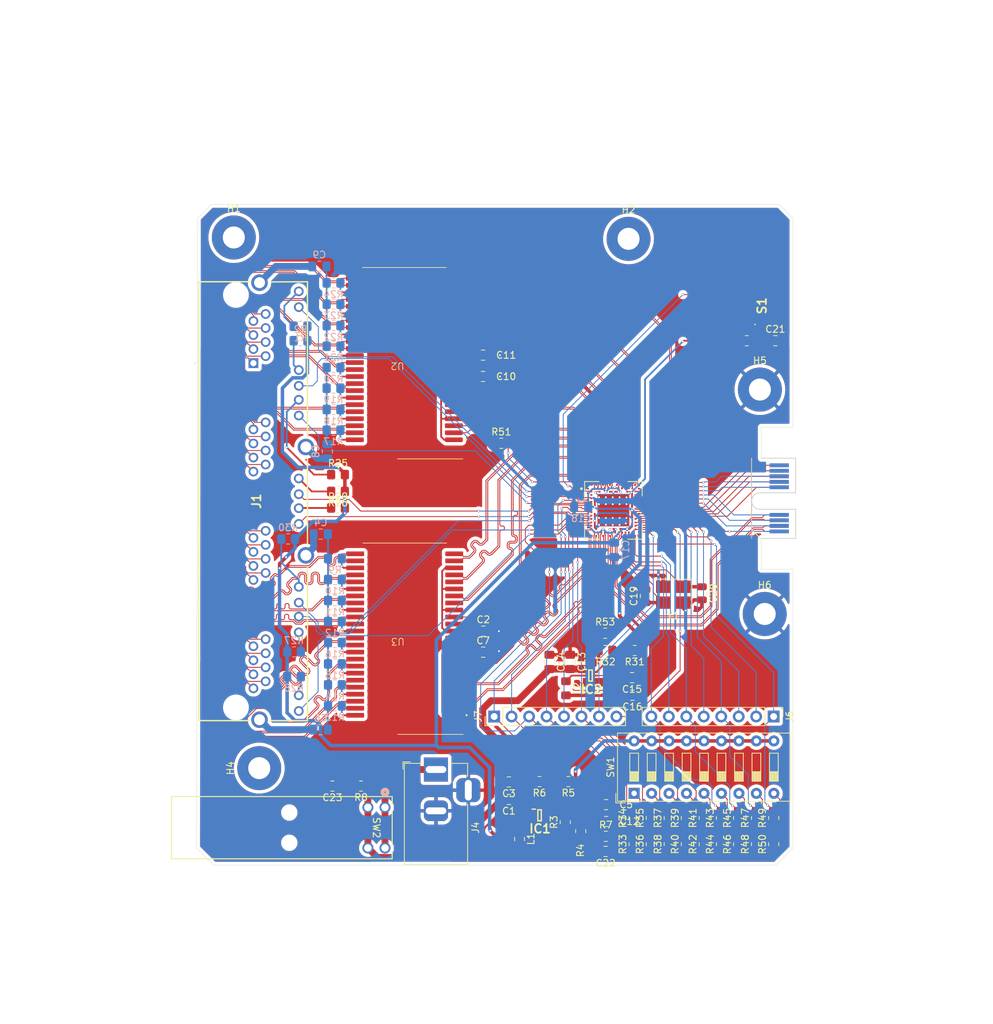
<source format=kicad_pcb>
(kicad_pcb (version 20240108) (generator "pcbnew") (generator_version "8.0")
  (layers (0 "F.Cu" signal) (1 "In1.Cu" signal) (2 "In2.Cu" signal) (31 "B.Cu" signal) (34 "B.Paste" user) (35 "F.Paste" user) (36 "B.SilkS" user "B.Silkscreen") (37 "F.SilkS" user "F.Silkscreen") (38 "B.Mask" user) (39 "F.Mask" user) (44 "Edge.Cuts" user))
  (net 0 "")
  (net 1 "/SMDC")
  (net 3 "/MSCK")
  (net 4 "/UART_TX")
  (net 5 "/LED0R")
  (net 7 "/MSD0")
  (net 8 "/SMDIO")
  (net 9 "/G0D+")
  (net 10 "/MSDI")
  (net 11 "/MSCS")
  (net 13 "/UART_RX")
  (net 15 "/G0D-")
  (net 16 "/G0A+")
  (net 17 "/G0A-")
  (net 18 "/GPIO25")
  (net 19 "/G0B+")
  (net 20 "/GPIO27")
  (net 21 "/G0C+")
  (net 22 "/G0C-")
  (net 23 "/LED0L")
  (net 24 "/G0B-")
  (net 25 "/G1D+")
  (net 26 "/G1B+")
  (net 27 "/G1B-")
  (net 28 "/G1D-")
  (net 29 "/G1C-")
  (net 30 "/G1A+")
  (net 31 "/G1A-")
  (net 32 "+3.3V")
  (net 33 "GND")
  (net 34 "/LED1L")
  (net 35 "/LED1R")
  (net 36 "/G1C+")
  (net 37 "Earth")
  (net 38 "/G2B-")
  (net 39 "/G2B+")
  (net 40 "/G2A+")
  (net 41 "/LED2R")
  (net 42 "/G2D+")
  (net 43 "/G2D-")
  (net 44 "/G2A-")
  (net 45 "/G2C-")
  (net 46 "/LED2L")
  (net 47 "/G2C+")
  (net 48 "/G3A+")
  (net 49 "/G3C-")
  (net 50 "/G3D-")
  (net 51 "/G3C+")
  (net 52 "/G3A-")
  (net 53 "/G3B-")
  (net 54 "/G3B+")
  (net 55 "/LED3R")
  (net 56 "/G3D+")
  (net 57 "/LED3L")
  (net 58 "Net-(J1-A_GREEN_4)")
  (net 59 "Net-(J1-A_YELLOW_3)")
  (net 60 "Net-(J1-A_YELLOW_2)")
  (net 61 "Net-(J1-A_GREEN_3)")
  (net 62 "Net-(J1-A_YELLOW_1)")
  (net 63 "Net-(J1-A_YELLOW_4)")
  (net 64 "Net-(J1-A_GREEN_1)")
  (net 65 "Net-(J1-A_GREEN_2)")
  (net 66 "/PWR_UNREG")
  (net 67 "+1V1")
  (net 68 "/SW1")
  (net 69 "/FB1")
  (net 70 "/PWR_EN1")
  (net 71 "/PWR_EN2")
  (net 72 "/SW2")
  (net 73 "/FB2")
  (net 74 "/A3+")
  (net 75 "/B2+")
  (net 76 "/A2-")
  (net 77 "/A0+")
  (net 78 "/B0+")
  (net 79 "/B1+")
  (net 80 "/A1+")
  (net 81 "/B3+")
  (net 82 "/B1-")
  (net 83 "/A2+")
  (net 84 "/B0-")
  (net 85 "/A3-")
  (net 86 "/B3-")
  (net 87 "/A1-")
  (net 88 "/A0-")
  (net 89 "/B2-")
  (net 90 "/D3+")
  (net 91 "/C3+")
  (net 92 "/C1+")
  (net 93 "/C1-")
  (net 94 "/C2-")
  (net 95 "/D1+")
  (net 96 "/C3-")
  (net 97 "/D3-")
  (net 98 "/D0+")
  (net 99 "/C0+")
  (net 100 "/D2+")
  (net 101 "/D1-")
  (net 102 "/C2+")
  (net 103 "/D2-")
  (net 104 "/D0-")
  (net 105 "/C0-")
  (net 106 "Net-(U3-TCT5)")
  (net 107 "Net-(C4-Pad1)")
  (net 108 "Net-(C6-Pad1)")
  (net 109 "Net-(U3-TCT1)")
  (net 110 "Net-(U3-MCT8)")
  (net 111 "Net-(U3-MCT7)")
  (net 112 "Net-(U3-MCT6)")
  (net 113 "Net-(U3-MCT5)")
  (net 114 "Net-(U3-MCT1)")
  (net 115 "Net-(U3-MCT2)")
  (net 116 "Net-(U3-MCT3)")
  (net 117 "Net-(U3-MCT4)")
  (net 118 "Net-(C8-Pad1)")
  (net 119 "Net-(C9-Pad1)")
  (net 120 "Net-(U2-TCT1)")
  (net 121 "Net-(U2-TCT5)")
  (net 122 "Net-(U2-MCT1)")
  (net 123 "Net-(U2-MCT2)")
  (net 124 "Net-(U2-MCT3)")
  (net 125 "Net-(U2-MCT4)")
  (net 126 "Net-(U2-MCT5)")
  (net 127 "Net-(U2-MCT6)")
  (net 128 "Net-(U2-MCT7)")
  (net 129 "Net-(U2-MCT8)")
  (net 130 "/RX_CTL")
  (net 131 "/TX_CTL")
  (net 134 "/RXD3")
  (net 135 "/TXD3")
  (net 136 "/RXD2")
  (net 137 "/TXD2")
  (net 138 "/TXD1")
  (net 139 "/TXC")
  (net 140 "/RXD1")
  (net 141 "/RXC")
  (net 142 "/TXD0")
  (net 143 "/RXD0")
  (net 144 "/SRX-")
  (net 145 "/STX-")
  (net 146 "/SRX+")
  (net 147 "/STX+")
  (net 148 "/GPIO28")
  (net 149 "/GPIO01")
  (net 150 "/GPIO29")
  (net 151 "/GPIO30")
  (net 152 "/GPIO26")
  (net 153 "/GPIO00")
  (net 154 "/S0")
  (net 155 "/S1")
  (net 156 "/S2")
  (net 157 "/S3")
  (net 158 "/S4")
  (net 159 "/S5")
  (net 160 "/S6")
  (net 161 "/S7")
  (net 162 "/S8")
  (net 163 "Net-(U1-XTAL1)")
  (net 164 "Net-(U1-XTAL2)")
  (net 165 "/RESET")
  (net 166 "Net-(C23-Pad1)")
  (net 167 "Net-(J4-Pad1)")
  (net 168 "Net-(U1-RCAL)")
  (net 169 "Net-(U1-RESREF)")
  (footprint "Resistor_SMD:R_0805_2012Metric_Pad1.20x1.40mm_HandSolder" (layer "F.Cu") (at 161.1 139.75 90)
    (property "Reference" "R3")
    (property "Value" "100k")
  )
  (footprint "Resistor_SMD:R_0805_2012Metric_Pad1.20x1.40mm_HandSolder" (layer "F.Cu") (at 171.2 114.8 180)
    (property "Reference" "R31")
    (property "Value" "8k")
  )
  (footprint "router:XCVR_GSW140A3MC_S_LMHB" (layer "F.Cu") (at 168.1 94.45)
    (property "Reference" "U1" (hide yes))
    (property "Value" "~")
  )
  (footprint "local:PB400EEQR1BLK_EWI" (layer "F.Cu") (at 134.8892 137.6 -90)
    (property "Reference" "SW2")
    (property "Value" "PB400EEQR1BLK")
  )
  (footprint "Resistor_SMD:R_0805_2012Metric_Pad1.20x1.40mm_HandSolder" (layer "F.Cu") (at 191.414 139.145 90)
    (property "Reference" "R49")
    (property "Value" "20k")
  )
  (footprint "local:SOTFL50P160X60-6N" (layer "F.Cu") (at 164.774 118.45)
    (property "Reference" "IC2")
    (property "Value" "TPS564247DRLR" (hide yes))
  )
  (footprint "Capacitor_SMD:C_0805_2012Metric_Pad1.18x1.45mm_HandSolder" (layer "F.Cu") (at 167.0375 139.65 180)
    (property "Reference" "C12")
    (property "Value" "100n")
  )
  (footprint "Inductor_SMD:L_0805_2012Metric_Pad1.15x1.40mm_HandSolder" (layer "F.Cu") (at 154.45 142.2 -90)
    (property "Reference" "L1")
    (property "Value" "1.5uH")
  )
  (footprint "Capacitor_SMD:C_0805_2012Metric_Pad1.18x1.45mm_HandSolder" (layer "F.Cu") (at 149.1375 75)
    (property "Reference" "C10")
    (property "Value" "100n")
  )
  (footprint "Capacitor_SMD:C_0805_2012Metric_Pad1.18x1.45mm_HandSolder" (layer "F.Cu") (at 149.1375 71.9)
    (property "Reference" "C11")
    (property "Value" "100n")
  )
  (footprint "Resistor_SMD:R_0805_2012Metric_Pad1.20x1.40mm_HandSolder" (layer "F.Cu") (at 176.214 139.145 90)
    (property "Reference" "R37")
    (property "Value" "20k")
  )
  (footprint "Resistor_SMD:R_0805_2012Metric_Pad1.20x1.40mm_HandSolder" (layer "F.Cu") (at 173.614 139.145 90)
    (property "Reference" "R35")
    (property "Value" "20k")
  )
  (footprint "Resistor_SMD:R_0805_2012Metric_Pad1.20x1.40mm_HandSolder" (layer "F.Cu") (at 183.814 142.945 90)
    (property "Reference" "R44")
    (property "Value" "20k")
  )
  (footprint "Resistor_SMD:R_0805_2012Metric_Pad1.20x1.40mm_HandSolder" (layer "F.Cu") (at 128.05 94.1)
    (property "Reference" "R29")
    (property "Value" "100")
  )
  (footprint "local:1149848" (layer "F.Cu") (at 115.75 73.06 -90)
    (property "Reference" "J1")
    (property "Value" "1149848" (hide yes))
  )
  (footprint "router:SMD-48" (layer "F.Cu") (at 136.7 72.97 180)
    (property "Reference" "U2")
    (property "Value" "~")
  )
  (footprint "Resistor_SMD:R_0805_2012Metric_Pad1.20x1.40mm_HandSolder" (layer "F.Cu") (at 173.614 142.945 90)
    (property "Reference" "R36")
    (property "Value" "20k")
  )
  (footprint "Resistor_SMD:R_0805_2012Metric_Pad1.20x1.40mm_HandSolder" (layer "F.Cu") (at 167 141.8)
    (property "Reference" "R7")
    (property "Value" "10k")
  )
  (footprint "Inductor_SMD:L_0805_2012Metric_Pad1.15x1.40mm_HandSolder" (layer "F.Cu") (at 161.2 120.3 -90)
    (property "Reference" "L2")
    (property "Value" "1uH")
  )
  (footprint "Resistor_SMD:R_0805_2012Metric_Pad1.20x1.40mm_HandSolder" (layer "F.Cu") (at 166.95 114.8 180)
    (property "Reference" "R32")
    (property "Value" "10k")
  )
  (footprint "Resistor_SMD:R_0805_2012Metric_Pad1.20x1.40mm_HandSolder" (layer "F.Cu") (at 176.214 142.945 90)
    (property "Reference" "R38")
    (property "Value" "20k")
  )
  (footprint "MountingHole:MountingHole_3.2mm_M3_Pad" (layer "F.Cu") (at 116.6 131.9 90)
    (property "Reference" "H4")
    (property "Value" "MountingHole_Pad")
  )
  (footprint "Capacitor_SMD:C_0805_2012Metric_Pad1.18x1.45mm_HandSolder" (layer "F.Cu") (at 152.9 133.9 180)
    (property "Reference" "C3")
    (property "Value" "100n")
  )
  (footprint "Capacitor_SMD:C_0805_2012Metric_Pad1.18x1.45mm_HandSolder" (layer "F.Cu") (at 127.2375 134.5 180)
    (property "Reference" "C23")
    (property "Value" "47u")
  )
  (footprint "Connector_PinHeader_2.54mm:PinHeader_1x08_P2.54mm_Vertical" (layer "F.Cu") (at 150.76 124.4 90)
    (property "Reference" "J7")
    (property "Value" "Conn_01x08" (hide yes))
  )
  (footprint "MountingHole:MountingHole_3.2mm_M3_Pad" (layer "F.Cu") (at 112.9 54.8)
    (property "Reference" "H1")
    (property "Value" "MountingHole_Pad" (hide yes))
  )
  (footprint "Connector_PinHeader_2.54mm:PinHeader_1x08_P2.54mm_Vertical" (layer "F.Cu") (at 191.4 124.4 -90)
    (property "Reference" "J6")
    (property "Value" "Conn_01x08" (hide yes))
  )
  (footprint "Crystal:Crystal_SMD_3225-4Pin_3.2x2.5mm_HandSoldering" (layer "F.Cu") (at 176.8 106.7 180)
    (property "Reference" "Y1")
    (property "Value" "Crystal_GND24")
  )
  (footprint "Capacitor_SMD:C_0805_2012Metric_Pad1.18x1.45mm_HandSolder" (layer "F.Cu") (at 170.8125 118.75 180)
    (property "Reference" "C15")
    (property "Value" "22u")
  )
  (footprint "Capacitor_SMD:C_0805_2012Metric_Pad1.18x1.45mm_HandSolder" (layer "F.Cu") (at 149.1625 115.05)
    (property "Reference" "C7")
    (property "Value" "100n")
  )
  (footprint "Resistor_SMD:R_0805_2012Metric_Pad1.20x1.40mm_HandSolder" (layer "F.Cu") (at 157.35 133.85 180)
    (property "Reference" "R6")
    (property "Value" "30k")
  )
  (footprint "Capacitor_SMD:C_0805_2012Metric_Pad1.18x1.45mm_HandSolder" (layer "F.Cu") (at 161.81 116.4625 -90)
    (property "Reference" "C13")
    (property "Value" "47u")
  )
  (footprint "Resistor_SMD:R_0805_2012Metric_Pad1.20x1.40mm_HandSolder" (layer "F.Cu") (at 181.314 142.945 90)
    (property "Reference" "R42")
    (property "Value" "20k")
  )
  (footprint "MountingHole:MountingHole_3.2mm_M3_Pad" (layer "F.Cu") (at 190.1 109.5)
    (property "Reference" "H6")
    (property "Value" "MountingHole_Pad")
  )
  (footprint "Capacitor_SMD:C_0805_2012Metric_Pad1.18x1.45mm_HandSolder" (layer "F.Cu") (at 149.1875 112)
    (property "Reference" "C2")
    (property "Value" "100n")
  )
  (footprint "Resistor_SMD:R_0805_2012Metric_Pad1.20x1.40mm_HandSolder" (layer "F.Cu") (at 178.714 139.145 90)
    (property "Reference" "R39")
    (property "Value" "20k")
  )
  (footprint "local:TS2134035BK160SMTTR" (layer "F.Cu") (at 189.7 64.725 90)
    (property "Reference" "S1")
    (property "Value" "TS21-34-035-BK-160-SMT-TR" (hide yes))
  )
  (footprint "Resistor_SMD:R_0805_2012Metric_Pad1.20x1.40mm_HandSolder" (layer "F.Cu") (at 181.314 139.145 90)
    (property "Reference" "R41")
    (property "Value" "20k")
  )
  (footprint "MountingHole:MountingHole_3.2mm_M3_Pad" (layer "F.Cu") (at 189.4 76.9)
    (property "Reference" "H5")
    (property "Value" "MountingHole_Pad")
  )
  (footprint "Connector_Samtec_HSEC8:Samtec_HSEC8-109-X-X-DV_2x09_P0.8mm_Edge" (layer "F.Cu") (at 194.6 92.7 90)
    (property "Reference" "J3" (hide yes))
    (property "Value" "HSEC8-109-01-L-RA-TR" (hide yes))
    (fp_line (start 0.805 -5.2) (end 0.805 0) (stroke (width 0.12)) (layer "Edge.Cuts"))
    (fp_line (start -5.825 -5) (end -5.825 0) (stroke (width 0.12)) (layer "Edge.Cuts"))
    (fp_line (start 5.825 0) (end 5.825 -5) (stroke (width 0.12)) (layer "Edge.Cuts"))
    (fp_line (start 0.805 0) (end 5.825 0) (stroke (width 0.12)) (layer "Edge.Cuts"))
    (fp_line (start -1.595 0) (end -1.595 -5.2) (stroke (width 0.12)) (layer "Edge.Cuts"))
    (fp_line (start -5.825 0) (end -1.595 0) (stroke (width 0.12)) (layer "Edge.Cuts"))
    (fp_arc (start -1.595 -5.2) (mid -0.395 -6.4) (end 0.805 -5.2) (stroke (width 0.12)) (layer "Edge.Cuts"))
  )
  (footprint "Resistor_SMD:R_0805_2012Metric_Pad1.20x1.40mm_HandSolder" (layer "F.Cu") (at 171.114 142.945 90)
    (property "Reference" "R33")
    (property "Value" "20k")
  )
  (footprint "Capacitor_SMD:C_0805_2012Metric_Pad1.18x1.45mm_HandSolder" (layer "F.Cu") (at 152.9 136.45 180)
    (property "Reference" "C1")
    (property "Value" "47u")
  )
  (footprint "Resistor_SMD:R_0805_2012Metric_Pad1.20x1.40mm_HandSolder" (layer "F.Cu") (at 171.114 139.145 90)
    (property "Reference" "R34")
    (property "Value" "20k")
  )
  (footprint "Resistor_SMD:R_0805_2012Metric_Pad1.20x1.40mm_HandSolder" (layer "F.Cu") (at 178.714 142.945 90)
    (property "Reference" "R40")
    (property "Value" "20k")
  )
  (footprint "Resistor_SMD:R_0805_2012Metric_Pad1.20x1.40mm_HandSolder" (layer "F.Cu") (at 186.314 139.145 90)
    (property "Reference" "R45")
    (property "Value" "20k")
  )
  (footprint "Resistor_SMD:R_0805_2012Metric_Pad1.20x1.40mm_HandSolder" (layer "F.Cu") (at 131.4 134.5 180)
    (property "Reference" "R8")
    (property "Value" "100")
  )
  (footprint "Resistor_SMD:R_0805_2012Metric_Pad1.20x1.40mm_HandSolder" (layer "F.Cu") (at 186.314 142.945 90)
    (property "Reference" "R46")
    (property "Value" "20k")
  )
  (footprint "Resistor_SMD:R_0805_2012Metric_Pad1.20x1.40mm_HandSolder" (layer "F.Cu") (at 191.414 142.945 90)
    (property "Reference" "R50")
    (property "Value" "20k")
  )
  (footprint "Capacitor_SMD:C_0805_2012Metric_Pad1.18x1.45mm_HandSolder" (layer "F.Cu") (at 158.8 116.4625 -90)
    (property "Reference" "C14")
    (property "Value" "100n")
  )
  (footprint "Resistor_SMD:R_0805_2012Metric_Pad1.20x1.40mm_HandSolder" (layer "F.Cu") (at 163.35 141.05 -90)
    (property "Reference" "R4")
    (property "Value" "75k")
  )
  (footprint "Resistor_SMD:R_0805_2012Metric_Pad1.20x1.40mm_HandSolder" (layer "F.Cu") (at 128.05 91.7 180)
    (property "Reference" "R26")
    (property "Value" "100")
  )
  (footprint "Connector_BarrelJack:BarrelJack_Horizontal" (layer "F.Cu") (at 142.3 132.1 90)
    (property "Reference" "J4")
    (property "Value" "Barrel_Jack_Switch")
  )
  (footprint "Resistor_SMD:R_0805_2012Metric_Pad1.20x1.40mm_HandSolder" (layer "F.Cu") (at 166.9 112.3)
    (property "Reference" "R53")
    (property "Value" "TBD")
  )
  (footprint "local:SOTFL50P160X60-6N" (layer "F.Cu") (at 157.362 138.75)
    (property "Reference" "IC1")
    (property "Value" "TPS564247DRLR" (hide yes))
  )
  (footprint "MountingHole:MountingHole_3.2mm_M3_Pad" (layer "F.Cu") (at 170.3 55)
    (property "Reference" "H2")
    (property "Value" "MountingHole_Pad")
  )
  (footprint "Resistor_SMD:R_0805_2012Metric_Pad1.20x1.40mm_HandSolder" (layer "F.Cu") (at 187.5 69.8 180)
    (property "Reference" "R52" (hide yes))
    (property "Value" "100k")
  )
  (footprint "Resistor_SMD:R_0805_2012Metric_Pad1.20x1.40mm_HandSolder" (layer "F.Cu") (at 183.814 139.145 90)
    (property "Reference" "R43")
    (property "Value" "20k")
  )
  (footprint "Capacitor_SMD:C_0805_2012Metric_Pad1.18x1.45mm_HandSolder" (layer "F.Cu") (at 170.8625 121.3 180)
    (property "Reference" "C16")
    (property "Value" "100n")
  )
  (footprint "Capacitor_SMD:C_0805_2012Metric" (layer "F.Cu") (at 180.95 106.5 -90)
    (property "Reference" "C20")
    (property "Value" "18p")
  )
  (footprint "Capacitor_SMD:C_0805_2012Metric" (layer "F.Cu") (at 172.75 106.9 90)
    (property "Reference" "C19")
    (property "Value" "18p")
  )
  (footprint "Button_Switch_THT:SW_DIP_SPSTx09_Slide_9.78x25.04mm_W7.62mm_P2.54mm" (layer "F.Cu") (at 171.114 135.565 90)
    (property "Reference" "SW1")
    (property "Value" "SW_DIP_x09")
  )
  (footprint "Resistor_SMD:R_0805_2012Metric_Pad1.20x1.40mm_HandSolder" (layer "F.Cu") (at 188.914 142.945 90)
    (property "Reference" "R48")
    (property "Value" "20k")
  )
  (footprint "Capacitor_SMD:C_0805_2012Metric_Pad1.18x1.45mm_HandSolder" (layer "F.Cu") (at 167.0375 137.2 180)
    (property "Reference" "C5")
    (property "Value" "22u")
  )
  (footprint "Capacitor_SMD:C_0805_2012Metric" (layer "F.Cu") (at 191.65 69.8)
    (property "Reference" "C21")
    (property "Value" "100n" (hide yes))
  )
  (footprint "Resistor_SMD:R_0805_2012Metric_Pad1.20x1.40mm_HandSolder" (layer "F.Cu") (at 128.05 89.25)
    (property "Reference" "R25")
    (property "Value" "100")
  )
  (footprint "Resistor_SMD:R_0805_2012Metric_Pad1.20x1.40mm_HandSolder" (layer "F.Cu") (at 161.55 133.85 180)
    (property "Reference" "R5")
    (property "Value" "135k")
  )
  (footprint "router:SMD-48" (layer "F.Cu") (at 136.75 113 180)
    (property "Reference" "U3")
    (property "Value" "~")
  )
  (footprint "Resistor_SMD:R_0805_2012Metric_Pad1.20x1.40mm_HandSolder" (layer "F.Cu") (at 151.8 84.7)
    (property "Reference" "R51")
    (property "Value" "TBD")
  )
  (footprint "Capacitor_SMD:C_0805_2012Metric_Pad1.18x1.45mm_HandSolder" (layer "F.Cu") (at 166.9625 144)
    (property "Reference" "C22")
    (property "Value" "10u")
  )
  (footprint "Resistor_SMD:R_0805_2012Metric_Pad1.20x1.40mm_HandSolder" (layer "F.Cu") (at 188.914 139.145 90)
    (property "Reference" "R47")
    (property "Value" "20k")
  )
  (footprint "Resistor_SMD:R_0805_2012Metric_Pad1.20x1.40mm_HandSolder" (layer "B.Cu") (at 127.4 76.7)
    (property "Reference" "R19")
    (property "Value" "75R")
  )
  (footprint "Resistor_SMD:R_0805_2012Metric_Pad1.20x1.40mm_HandSolder" (layer "B.Cu") (at 127.6 104.5)
    (property "Reference" "R10")
    (property "Value" "75R")
  )
  (footprint "Resistor_SMD:R_0805_2012Metric_Pad1.20x1.40mm_HandSolder" (layer "B.Cu") (at 127.6 110.6)
    (property "Reference" "R12")
    (property "Value" "75R")
  )
  (footprint "Capacitor_SMD:C_0805_2012Metric_Pad1.18x1.45mm_HandSolder" (layer "B.Cu") (at 125.3375 59 180)
    (property "Reference" "C9")
    (property "Value" "1000p")
  )
  (footprint "Resistor_SMD:R_0805_2012Metric_Pad1.20x1.40mm_HandSolder" (layer "B.Cu") (at 122.6 67.7)
    (property "Reference" "R1")
    (property "Value" "100")
  )
  (footprint "Resistor_SMD:R_0805_2012Metric_Pad1.20x1.40mm_HandSolder" (layer "B.Cu") (at 127.4 79.8)
    (property "Reference" "R18")
    (property "Value" "75R")
  )
  (footprint "Resistor_SMD:R_0805_2012Metric_Pad1.20x1.40mm_HandSolder" (layer "B.Cu") (at 127.6 119.8)
    (property "Reference" "R14")
    (property "Value" "75R")
  )
  (footprint "Capacitor_SMD:C_0805_2012Metric_Pad1.18x1.45mm_HandSolder" (layer "B.Cu") (at 168.2 100.1875 90)
    (property "Reference" "C17")
    (property "Value" "100n")
  )
  (footprint "Resistor_SMD:R_0805_2012Metric_Pad1.20x1.40mm_HandSolder" (layer "B.Cu") (at 127.4 64.5)
    (property "Reference" "R23")
    (property "Value" "75R")
  )
  (footprint "Resistor_SMD:R_0805_2012Metric_Pad1.20x1.40mm_HandSolder" (layer "B.Cu") (at 127.6 107.55)
    (property "Reference" "R11")
    (property "Value" "75R")
  )
  (footprint "Resistor_SMD:R_0805_2012Metric_Pad1.20x1.40mm_HandSolder" (layer "B.Cu") (at 127.6 101.45)
    (property "Reference" "R9")
    (property "Value" "75R")
  )
  (footprint "Resistor_SMD:R_0805_2012Metric_Pad1.20x1.40mm_HandSolder" (layer "B.Cu") (at 127.6 113.65)
    (property "Reference" "R16")
    (property "Value" "75R")
  )
  (footprint "Resistor_SMD:R_0805_2012Metric_Pad1.20x1.40mm_HandSolder" (layer "B.Cu") (at 120.8 98.6 180)
    (property "Reference" "R30")
    (property "Value" "100")
  )
  (footprint "Capacitor_SMD:C_0805_2012Metric_Pad1.18x1.45mm_HandSolder" (layer "B.Cu") (at 126.5 85.8625 -90)
    (property "Reference" "C8")
    (property "Value" "1000p")
  )
  (footprint "Resistor_SMD:R_0805_2012Metric_Pad1.20x1.40mm_HandSolder" (layer "B.Cu") (at 121.65 115 180)
    (property "Reference" "R27")
    (property "Value" "100")
  )
  (footprint "Resistor_SMD:R_0805_2012Metric_Pad1.20x1.40mm_HandSolder" (layer "B.Cu") (at 127.4 61.4)
    (property "Reference" "R24")
    (property "Value" "75R")
  )
  (footprint "Capacitor_SMD:C_0805_2012Metric_Pad1.18x1.45mm_HandSolder" (layer "B.Cu") (at 125.5125 126.3 180)
    (property "Reference" "C6")
    (property "Value" "1000p")
  )
  (footprint "Resistor_SMD:R_0805_2012Metric_Pad1.20x1.40mm_HandSolder" (layer "B.Cu") (at 121.65 118.6)
    (property "Reference" "R28")
    (property "Value" "100")
  )
  (footprint "Resistor_SMD:R_0805_2012Metric_Pad1.20x1.40mm_HandSolder" (layer "B.Cu") (at 127.4 73.7)
    (property "Reference" "R20")
    (property "Value" "75R")
  )
  (footprint "Resistor_SMD:R_0805_2012Metric_Pad1.20x1.40mm_HandSolder" (layer "B.Cu") (at 127.4 70.6)
    (property "Reference" "R21")
    (property "Value" "75R")
  )
  (footprint "Resistor_SMD:R_0805_2012Metric_Pad1.20x1.40mm_HandSolder" (layer "B.Cu") (at 127.6 116.75)
    (property "Reference" "R15")
    (property "Value" "75R")
  )
  (footprint "Resistor_SMD:R_0805_2012Metric_Pad1.20x1.40mm_HandSolder" (layer "B.Cu") (at 127.4 67.6)
    (property "Reference" "R22")
    (property "Value" "75R")
  )
  (footprint "Capacitor_SMD:C_0805_2012Metric_Pad1.18x1.45mm_HandSolder" (layer "B.Cu") (at 125.5375 97.9 180)
    (property "Reference" "C4")
    (property "Value" "1000p")
  )
  (footprint "Resistor_SMD:R_0805_2012Metric_Pad1.20x1.40mm_HandSolder" (layer "B.Cu") (at 127.4 82.8)
    (property "Reference" "R17")
    (property "Value" "75R")
  )
  (footprint "Resistor_SMD:R_0805_2012Metric_Pad1.20x1.40mm_HandSolder" (layer "B.Cu") (at 122.6 69.8 180)
    (property "Reference" "R2")
    (property "Value" "100")
  )
  (footprint "Capacitor_SMD:C_0805_2012Metric_Pad1.18x1.45mm_HandSolder" (layer "B.Cu") (at 163.4125 93.95)
    (property "Reference" "C18")
    (property "Value" "100n")
  )
  (footprint "Resistor_SMD:R_0805_2012Metric_Pad1.20x1.40mm_HandSolder" (layer "B.Cu") (at 127.6 122.85)
    (property "Reference" "R13")
    (property "Value" "75R")
  )
  (gr_rect (start 163.05 117) (end 164.05 118) (stroke (width 0.2)) (fill solid) (layer "F.Cu") (net 66))
  (gr_rect (start 157.05 137.45) (end 157.65 139.65) (stroke (width 0.2)) (fill solid) (layer "F.Cu") (net 33))
  (gr_rect (start 155.7 137.35) (end 156.7 138.35) (stroke (width 0.2)) (fill solid) (layer "F.Cu") (net 66))
  (gr_rect (start 164.512 117.4) (end 165.112 119.6) (stroke (width 0.2)) (fill solid) (layer "F.Cu") (net 33))
  (gr_rect (start 163.75 118.9) (end 167.1 119.8) (stroke (width 0.2)) (fill solid) (layer "F.Cu") (net 33))
  (gr_rect (start 156.35 139.15) (end 159.7 140.05) (stroke (width 0.2)) (fill solid) (layer "F.Cu") (net 33))
  (gr_line (start 109.6 50) (end 107.6 52) (stroke (width 0.05)) (layer "Edge.Cuts"))
  (gr_line (start 194.2 103) (end 189.6 103) (stroke (width 0.05)) (layer "Edge.Cuts"))
  (gr_line (start 107.5 143.5) (end 110 146) (stroke (width 0.05)) (layer "Edge.Cuts"))
  (gr_line (start 189.6 98.525) (end 189.6 103) (stroke (width 0.05)) (layer "Edge.Cuts"))
  (gr_line (start 107.6 52) (end 107.5 143.5) (stroke (width 0.05)) (layer "Edge.Cuts"))
  (gr_line (start 191.7 146) (end 194.2 143.5) (stroke (width 0.05)) (layer "Edge.Cuts"))
  (gr_line (start 110 146) (end 191.7 146) (stroke (width 0.05)) (layer "Edge.Cuts"))
  (gr_line (start 192.2 50) (end 109.6 50) (stroke (width 0.05)) (layer "Edge.Cuts"))
  (gr_line (start 194.2 82.3625) (end 189.6 82.3625) (stroke (width 0.05)) (layer "Edge.Cuts"))
  (gr_line (start 189.6 82.3625) (end 189.6 86.875) (stroke (width 0.05)) (layer "Edge.Cuts"))
  (gr_line (start 194.2 82.3625) (end 194.2 52) (stroke (width 0.05)) (layer "Edge.Cuts"))
  (gr_line (start 194.2 52) (end 192.2 50) (stroke (width 0.05)) (layer "Edge.Cuts"))
  (gr_line (start 194.2 143.5) (end 194.2 103) (stroke (width 0.05)) (layer "Edge.Cuts"))
  (segment (start 171.81 96.95) (end 177.75 96.95) (width 0.127) (layer "F.Cu") (net 1))
  (segment (start 181.7 98.3) (end 182.3 98.9) (width 0.127) (layer "F.Cu") (net 1))
  (segment (start 177.75 96.95) (end 179.1 98.3) (width 0.127) (layer "F.Cu") (net 1))
  (segment (start 179.1 98.3) (end 181.7 98.3) (width 0.127) (layer "F.Cu") (net 1))
  (via (at 182.3 98.9) (size 0.3556) (drill 0.254) (layers "F.Cu" "B.Cu") (net 1))
  (segment (start 182.3 111.4) (end 182.3 98.9) (width 0.127) (layer "B.Cu") (net 1))
  (segment (start 188.86 117.96) (end 182.3 111.4) (width 0.127) (layer "B.Cu") (net 1))
  (segment (start 188.86 124.4) (end 188.86 117.96) (width 0.127) (layer "B.Cu") (net 1))
  (segment (start 182.7405 99.3405) (end 182.8 99.4) (width 0.127) (layer "F.Cu") (net 3))
  (segment (start 172.1 99.3) (end 172.1405 99.3405) (width 0.127) (layer "F.Cu") (net 3))
  (segment (start 190.554 137.285) (end 191.414 138.145) (width 0.127) (layer "F.Cu") (net 3))
  (segment (start 171.783 98.133) (end 171.783 98.983) (width 0.127) (layer "F.Cu") (net 3))
  (segment (start 190.526 137.285) (end 190.554 137.285) (width 0.127) (layer "F.Cu") (net 3))
  (segment (start 172.1405 99.3405) (end 182.7405 99.3405) (width 0.127) (layer "F.Cu") (net 3))
  (segment (start 171.783 98.983) (end 172.1 99.3) (width 0.127) (layer "F.Cu") (net 3))
  (via (at 190.526 137.285) (size 0.3556) (drill 0.254) (layers "F.Cu" "B.Cu") (net 3))
  (via (at 182.8 99.4) (size 0.3556) (drill 0.254) (layers "F.Cu" "B.Cu") (net 3))
  (segment (start 190.126 136.885) (end 190.526 137.285) (width 0.127) (layer "B.Cu") (net 3))
  (segment (start 183.1 99.7) (end 182.8 99.4) (width 0.127) (layer "B.Cu") (net 3))
  (segment (start 191.4 124.4) (end 191.4 118) (width 0.127) (layer "B.Cu") (net 3))
  (segment (start 191.4 118) (end 183.1 109.7) (width 0.127) (layer "B.Cu") (net 3))
  (segment (start 190.126 125.674) (end 191.4 124.4) (width 0.127) (layer "B.Cu") (net 3))
  (segment (start 190.126 136.885) (end 190.126 125.674) (width 0.127) (layer "B.Cu") (net 3))
  (segment (start 183.1 109.7) (end 183.1 99.7) (width 0.127) (layer "B.Cu") (net 3))
  (segment (start 171.3247 96.2147) (end 178.9147 96.2147) (width 0.127) (layer "F.Cu") (net 4))
  (segment (start 171.31 96.2) (end 171.3247 96.2147) (width 0.127) (layer "F.Cu") (net 4))
  (segment (start 178.9147 96.2147) (end 180.3 97.6) (width 0.127) (layer "F.Cu") (net 4))
  (segment (start 188.026 137.285) (end 188.054 137.285) (width 0.127) (layer "F.Cu") (net 4))
  (segment (start 188.054 137.285) (end 188.914 138.145) (width 0.127) (layer "F.Cu") (net 4))
  (via (at 188.026 137.285) (size 0.3556) (drill 0.254) (layers "F.Cu" "B.Cu") (net 4))
  (via (at 180.3 97.6) (size 0.3556) (drill 0.254) (layers "F.Cu" "B.Cu") (net 4))
  (segment (start 183.78 124.4) (end 183.78 116.38) (width 0.127) (layer "B.Cu") (net 4))
  (segment (start 187.726 132.885) (end 185.026 130.185) (width 0.127) (layer "B.Cu") (net 4))
  (segment (start 185.026 130.185) (end 185.026 125.646) (width 0.127) (layer "B.Cu") (net 4))
  (segment (start 187.726 136.985) (end 187.726 132.885) (width 0.127) (layer "B.Cu") (net 4))
  (segment (start 185.026 125.646) (end 183.78 124.4) (width 0.127) (layer "B.Cu") (net 4))
  (segment (start 180.3 97.6) (end 180.3 112.9) (width 0.127) (layer "B.Cu") (net 4))
  (segment (start 183.78 116.38) (end 180.3 112.9) (width 0.127) (layer "B.Cu") (net 4))
  (segment (start 188.026 137.285) (end 187.726 136.985) (width 0.127) (layer "B.Cu") (net 4))
  (segment (start 164.8753 93.2147) (end 162.6147 93.2147) (width 0.127) (layer "F.Cu") (net 5))
  (segment (start 161.85 92.45) (end 155.5 92.45) (width 0.127) (layer "F.Cu") (net 5))
  (segment (start 164.89 93.2) (end 164.8753 93.2147) (width 0.127) (layer "F.Cu") (net 5))
  (segment (start 162.6147 93.2147) (end 161.85 92.45) (width 0.127) (layer "F.Cu") (net 5))
  (via (at 155.5 92.45) (size 0.3556) (drill 0.254) (layers "F.Cu" "B.Cu") (net 5))
  (segment (start 135.45 72.4) (end 125.7 72.4) (width 0.127) (layer "B.Cu") (net 5))
  (segment (start 125.05 73.05) (end 125.05 75.65) (width 0.127) (layer "B.Cu") (net 5))
  (segment (start 155.5 92.45) (end 135.45 72.4) (width 0.127) (layer "B.Cu") (net 5))
  (segment (start 125.05 75.65) (end 124.35 76.35) (width 0.127) (layer "B.Cu") (net 5))
  (segment (start 124.35 76.35) (end 122.35 76.35) (width 0.127) (layer "B.Cu") (net 5))
  (segment (start 125.7 72.4) (end 125.05 73.05) (width 0.127) (layer "B.Cu") (net 5))
  (segment (start 171.5 101.1) (end 175.1 101.1) (width 0.127) (layer "F.Cu") (net 7))
  (segment (start 171.25 98.16) (end 171.25 100.85) (width 0.127) (layer "F.Cu") (net 7))
  (segment (start 185.426 137.385) (end 185.554 137.385) (width 0.127) (layer "F.Cu") (net 7))
  (segment (start 171.25 100.85) (end 171.5 101.1) (width 0.127) (layer "F.Cu") (net 7))
  (segment (start 185.554 137.385) (end 186.314 138.145) (width 0.127) (layer "F.Cu") (net 7))
  (via (at 175.1 101.1) (size 0.3556) (drill 0.254) (layers "F.Cu" "B.Cu") (net 7))
  (via (at 185.426 137.385) (size 0.3556) (drill 0.254) (layers "F.Cu" "B.Cu") (net 7))
  (segment (start 178.7 124.4) (end 178.7 114.5) (width 0.127) (layer "B.Cu") (net 7))
  (segment (start 180.026 125.796368) (end 178.664816 124.435184) (width 0.127) (layer "B.Cu") (net 7))
  (segment (start 185.426 137.385) (end 185.026 136.985) (width 0.127) (layer "B.Cu") (net 7))
  (segment (start 178.7 114.5) (end 176.4 112.2) (width 0.127) (layer "B.Cu") (net 7))
  (segment (start 185.026 134.485) (end 180.026 129.485) (width 0.127) (layer "B.Cu") (net 7))
  (segment (start 185.026 136.985) (end 185.026 134.485) (width 0.127) (layer "B.Cu") (net 7))
  (segment (start 175.1 101.1) (end 176.4 102.4) (width 0.127) (layer "B.Cu") (net 7))
  (segment (start 180.026 129.485) (end 180.026 125.796368) (width 0.127) (layer "B.Cu") (net 7))
  (segment (start 176.4 102.4) (end 176.4 112.2) (width 0.127) (layer "B.Cu") (net 7))
  (segment (start 171.41 96.6) (end 172 96.6) (width 0.127) (layer "F.Cu") (net 8))
  (segment (start 178.4 96.6) (end 179.4 97.6) (width 0.127) (layer "F.Cu") (net 8))
  (segment (start 171.31 96.7) (end 171.41 96.6) (width 0.127) (layer "F.Cu") (net 8))
  (segment (start 172 96.6) (end 178.4 96.6) (width 0.127) (layer "F.Cu") (net 8))
  (via (at 179.4 97.6) (size 0.3556) (drill 0.254) (layers "F.Cu" "B.Cu") (net 8))
  (segment (start 179.4 97.6) (end 179.4 114.1) (width 0.127) (layer "B.Cu") (net 8))
  (segment (start 181.24 124.4) (end 181.24 115.94) (width 0.127) (layer "B.Cu") (net 8))
  (segment (start 181.24 115.94) (end 179.4 114.1) (width 0.127) (layer "B.Cu") (net 8))
  (segment (start 170.227 79.047394) (end 170.227 90.906999) (width 0.127) (layer "F.Cu") (net 9))
  (segment (start 146.850001 69.91) (end 147.233001 70.293) (width 0.127) (layer "F.Cu") (net 9))
  (segment (start 170.227 90.906999) (end 170.35 91.029999) (width 0.127) (layer "F.Cu") (net 9))
  (segment (start 144.9 69.91) (end 146.850001 69.91) (width 0.127) (layer "F.Cu") (net 9))
  (segment (start 147.233001 70.293) (end 161.472606 70.293) (width 0.127) (layer "F.Cu") (net 9))
  (segment (start 170.35 91.029999) (end 170.35 91.24) (width 0.127) (layer "F.Cu") (net 9))
  (segment (start 161.472606 70.293) (end 170.227 79.047394) (width 0.127) (layer "F.Cu") (net 9))
  (segment (start 170.9 99.1) (end 170.9 101.5) (width 0.127) (layer "F.Cu") (net 10))
  (segment (start 170.85 97.66) (end 170.9 97.71) (width 0.127) (layer "F.Cu") (net 10))
  (segment (start 170.9 97.71) (end 170.9 99.1) (width 0.127) (layer "F.Cu") (net 10))
  (segment (start 171.345197 101.945197) (end 175.1 101.945197) (width 0.127) (layer "F.Cu") (net 10))
  (segment (start 171 101.6) (end 171.345197 101.945197) (width 0.127) (layer "F.Cu") (net 10))
  (segment (start 170.9 101.5) (end 171 101.6) (width 0.127) (layer "F.Cu") (net 10))
  (via (at 175.1 101.945197) (size 0.3556) (drill 0.254) (layers "F.Cu" "B.Cu") (net 10))
  (segment (start 176.16 112.66) (end 175.8 112.3) (width 0.127) (layer "B.Cu") (net 10))
  (segment (start 175.1 101.945197) (end 175.345197 101.945197) (width 0.127) (layer "B.Cu") (net 10))
  (segment (start 175.8 102.4) (end 175.8 112.3) (width 0.127) (layer "B.Cu") (net 10))
  (segment (start 175.345197 101.945197) (end 175.8 102.4) (width 0.127) (layer "B.Cu") (net 10))
  (segment (start 176.16 124.4) (end 176.16 112.66) (width 0.127) (layer "B.Cu") (net 10))
  (segment (start 182.954 137.285) (end 183.814 138.145) (width 0.127) (layer "F.Cu") (net 11))
  (segment (start 171.1 102.2) (end 171.4 102.5) (width 0.127) (layer "F.Cu") (net 11))
  (segment (start 170.6 101.7) (end 171.1 102.2) (width 0.127) (layer "F.Cu") (net 11))
  (segment (start 182.926 137.285) (end 182.954 137.285) (width 0.127) (layer "F.Cu") (net 11))
  (segment (start 171.4 102.5) (end 175.1 102.5) (width 0.127) (layer "F.Cu") (net 11))
  (segment (start 170.6 98.16) (end 170.6 101.7) (width 0.127) (layer "F.Cu") (net 11))
  (via (at 182.926 137.285) (size 0.3556) (drill 0.254) (layers "F.Cu" "B.Cu") (net 11))
  (via (at 175.1 102.5) (size 0.3556) (drill 0.254) (layers "F.Cu" "B.Cu") (net 11))
  (segment (start 174.826 125.606) (end 173.62 124.4) (width 0.127) (layer "B.Cu") (net 11))
  (segment (start 174.826 128.685) (end 174.826 125.606) (width 0.127) (layer "B.Cu") (net 11))
  (segment (start 173.62 124.4) (end 173.62 114.48) (width 0.127) (layer "B.Cu") (net 11))
  (segment (start 173.62 114.48) (end 175.4 112.7) (width 0.127) (layer "B.Cu") (net 11))
  (segment (start 182.426 134.485) (end 181.526 133.585) (width 0.127) (layer "B.Cu") (net 11))
  (segment (start 182.926 137.285) (end 182.426 136.785) (width 0.127) (layer "B.Cu") (net 11))
  (segment (start 179.726 133.585) (end 174.826 128.685) (width 0.127) (layer "B.Cu") (net 11))
  (segment (start 182.426 136.785) (end 182.426 134.485) (width 0.127) (layer "B.Cu") (net 11))
  (segment (start 181.526 133.585) (end 179.726 133.585) (width 0.127) (layer "B.Cu") (net 11))
  (segment (start 175.1 102.5) (end 175.4 102.8) (width 0.127) (layer "B.Cu") (net 11))
  (segment (start 175.4 102.8) (end 175.4 112.7) (width 0.127) (layer "B.Cu") (net 11))
  (segment (start 171.81 95.95) (end 179.55 95.95) (width 0.127) (layer "F.Cu") (net 13))
  (segment (start 179.55 95.95) (end 181.2 97.6) (width 0.127) (layer "F.Cu") (net 13))
  (via (at 181.2 97.6) (size 0.3556) (drill 0.254) (layers "F.Cu" "B.Cu") (net 13))
  (segment (start 181.2 112.7) (end 181.2 97.6) (width 0.127) (layer "B.Cu") (net 13))
  (segment (start 186.32 124.4) (end 186.32 117.82) (width 0.127) (layer "B.Cu") (net 13))
  (segment (start 186.32 117.82) (end 181.2 112.7) (width 0.127) (layer "B.Cu") (net 13))
  (segment (start 161.367394 70.547) (end 169.973 79.152606) (width 0.127) (layer "F.Cu") (net 15))
  (segment (start 169.973 90.906999) (end 169.85 91.029999) (width 0.127) (layer "F.Cu") (net 15))
  (segment (start 146.850001 70.93) (end 147.233001 70.547) (width 0.127) (layer "F.Cu") (net 15))
  (segment (start 169.973 79.152606) (end 169.973 90.906999) (width 0.127) (layer "F.Cu") (net 15))
  (segment (start 144.9 70.93) (end 146.850001 70.93) (width 0.127) (layer "F.Cu") (net 15))
  (segment (start 147.233001 70.547) (end 161.367394 70.547) (width 0.127) (layer "F.Cu") (net 15))
  (segment (start 169.85 91.029999) (end 169.85 91.24) (width 0.127) (layer "F.Cu") (net 15))
  (segment (start 176.527 69.047394) (end 168.592606 61.113) (width 0.127) (layer "F.Cu") (net 16))
  (segment (start 174.529606 91.7) (end 176.527 89.702606) (width 0.127) (layer "F.Cu") (net 16))
  (segment (start 168.592606 61.113) (end 147.233001 61.113) (width 0.127) (layer "F.Cu") (net 16))
  (segment (start 171.61632 91.6853) (end 172.00368 91.6853) (width 0.127) (layer "F.Cu") (net 16))
  (segment (start 176.527 89.702606) (end 176.527 69.047394) (width 0.127) (layer "F.Cu") (net 16))
  (segment (start 171.31 91.7) (end 171.60162 91.7) (width 0.127) (layer "F.Cu") (net 16))
  (segment (start 146.850001 60.73) (end 144.9 60.73) (width 0.127) (layer "F.Cu") (net 16))
  (segment (start 172.00368 91.6853) (end 172.01838 91.7) (width 0.127) (layer "F.Cu") (net 16))
  (segment (start 171.60162 91.7) (end 171.61632 91.6853) (width 0.127) (layer "F.Cu") (net 16))
  (segment (start 147.233001 61.113) (end 146.850001 60.73) (width 0.127) (layer "F.Cu") (net 16))
  (segment (start 172.01838 91.7) (end 174.529606 91.7) (width 0.127) (layer "F.Cu") (net 16))
  (segment (start 146.850001 61.75) (end 144.9 61.75) (width 0.127) (layer "F.Cu") (net 17))
  (segment (start 147.233001 61.367) (end 146.850001 61.75) (width 0.127) (layer "F.Cu") (net 17))
  (segment (start 172.123561 91.445999) (end 174.424395 91.445999) (width 0.127) (layer "F.Cu") (net 17))
  (segment (start 176.273 69.152606) (end 168.487394 61.367) (width 0.127) (layer "F.Cu") (net 17))
  (segment (start 171.81 91.3) (end 171.977562 91.3) (width 0.127) (layer "F.Cu") (net 17))
  (segment (start 176.273 89.597394) (end 176.273 69.152606) (width 0.127) (layer "F.Cu") (net 17))
  (segment (start 168.487394 61.367) (end 147.233001 61.367) (width 0.127) (layer "F.Cu") (net 17))
  (segment (start 171.977562 91.3) (end 172.123561 91.445999) (width 0.127) (layer "F.Cu") (net 17))
  (segment (start 174.424395 91.445999) (end 176.273 89.597394) (width 0.127) (layer "F.Cu") (net 17))
  (segment (start 162.2 97.6) (end 162.2 102.8) (width 0.127) (layer "F.Cu") (net 18))
  (segment (start 164.89 97.2) (end 164.8 97.2) (width 0.127) (layer "F.Cu") (net 18))
  (segment (start 164.7 97.3) (end 162.5 97.3) (width 0.127) (layer "F.Cu") (net 18))
  (segment (start 162.5 97.3) (end 162.2 97.6) (width 0.127) (layer "F.Cu") (net 18))
  (segment (start 164.8 97.2) (end 164.7 97.3) (width 0.127) (layer "F.Cu") (net 18))
  (via (at 162.2 102.8) (size 0.3556) (drill 0.254) (layers "F.Cu" "B.Cu") (net 18))
  (segment (start 162.2 102.8) (end 162.2 113.3) (width 0.127) (layer "B.Cu") (net 18))
  (segment (start 162.2 113.3) (end 160.9 114.6) (width 0.127) (layer "B.Cu") (net 18))
  (segment (start 160.92 114.62) (end 160.92 124.4) (width 0.127) (layer "B.Cu") (net 18))
  (segment (start 171.630001 90.614001) (end 171.630001 73.200395) (width 0.127) (layer "F.Cu") (net 19))
  (segment (start 171.783 90.767) (end 171.630001 90.614001) (width 0.127) (layer "F.Cu") (net 19))
  (segment (start 147.233001 64.173) (end 146.850001 63.79) (width 0.127) (layer "F.Cu") (net 19))
  (segment (start 146.850001 63.79) (end 144.9 63.79) (width 0.127) (layer "F.Cu") (net 19))
  (segment (start 171.630001 73.200395) (end 162.602606 64.173) (width 0.127) (layer "F.Cu") (net 19))
  (segment (start 162.602606 64.173) (end 147.233001 64.173) (width 0.127) (layer "F.Cu") (net 19))
  (segment (start 172.326 134.145) (end 166.126 127.945) (width 0.127) (layer "F.Cu") (net 20))
  (segment (start 166.126 127.945) (end 156.845 127.945) (width 0.127) (layer "F.Cu") (net 20))
  (segment (start 162 94.6) (end 161.4 94) (width 0.127) (layer "F.Cu") (net 20))
  (segment (start 160.8 94) (end 160.6 94.2) (width 0.127) (layer "F.Cu") (net 20))
  (segment (start 164.89 94.7) (end 164.8753 94.6853) (width 0.127) (layer "F.Cu") (net 20))
  (segment (start 164.6 94.6) (end 162 94.6) (width 0.127) (layer "F.Cu") (net 20))
  (segment (start 164.89 94.7) (end 164.7 94.7) (width 0.127) (layer "F.Cu") (net 20))
  (segment (start 161.4 94) (end 160.8 94) (width 0.127) (layer "F.Cu") (net 20))
  (segment (start 173.614 138.145) (end 172.326 136.857) (width 0.127) (layer "F.Cu") (net 20))
  (segment (start 156.845 127.945) (end 153.3 124.4) (width 0.127) (layer "F.Cu") (net 20))
  (segment (start 172.326 136.857) (end 172.326 134.145) (width 0.127) (layer "F.Cu") (net 20))
  (segment (start 164.7 94.7) (end 164.6 94.6) (width 0.127) (layer "F.Cu") (net 20))
  (segment (start 161.1 98.3) (end 161.1 103.4) (width 0.127) (layer "F.Cu") (net 20))
  (via (at 160.6 94.2) (size 0.3556) (drill 0.254) (layers "F.Cu" "B.Cu") (net 20))
  (via (at 161.1 103.4) (size 0.3556) (drill 0.254) (layers "F.Cu" "B.Cu") (net 20))
  (via (at 161.1 98.3) (size 0.3556) (drill 0.254) (layers "F.Cu" "B.Cu") (net 20))
  (segment (start 160.6 97.5) (end 161.1 98) (width 0.127) (layer "B.Cu") (net 20))
  (segment (start 160.6 94.2) (end 160.6 97.5) (width 0.127) (layer "B.Cu") (net 20))
  (segment (start 161.1 103.4) (end 161.1 110.5) (width 0.127) (layer "B.Cu") (net 20))
  (segment (start 161.1 110.5) (end 153.3 118.3) (width 0.127) (layer "B.Cu") (net 20))
  (segment (start 161.1 98) (end 161.1 98.3) (width 0.127) (layer "B.Cu") (net 20))
  (segment (start 153.3 118.3) (end 153.3 124.4) (width 0.127) (layer "B.Cu") (net 20))
  (segment (start 170.927 75.447394) (end 162.712606 67.233) (width 0.127) (layer "F.Cu") (net 21))
  (segment (start 170.85 90.946986) (end 170.8647 90.932286) (width 0.127) (layer "F.Cu") (net 21))
  (segment (start 170.8647 90.904906) (end 170.927 90.842606) (width 0.127) (layer "F.Cu") (net 21))
  (segment (start 162.712606 67.233) (end 147.233001 67.233) (width 0.127) (layer "F.Cu") (net 21))
  (segment (start 170.8647 90.932286) (end 170.8647 90.904906) (width 0.127) (layer "F.Cu") (net 21))
  (segment (start 146.850001 66.85) (end 144.9 66.85) (width 0.127) (layer "F.Cu") (net 21))
  (segment (start 170.85 91.24) (end 170.85 90.946986) (width 0.127) (layer "F.Cu") (net 21))
  (segment (start 147.233001 67.233) (end 146.850001 66.85) (width 0.127) (layer "F.Cu") (net 21))
  (segment (start 170.927 90.842606) (end 170.927 75.447394) (width 0.127) (layer "F.Cu") (net 21))
  (segment (start 170.673 90.737394) (end 170.673 75.552606) (width 0.127) (layer "F.Cu") (net 22))
  (segment (start 147.233001 67.487) (end 146.850001 67.87) (width 0.127) (layer "F.Cu") (net 22))
  (segment (start 170.673 75.552606) (end 162.607394 67.487) (width 0.127) (layer "F.Cu") (net 22))
  (segment (start 170.670394 90.74) (end 170.673 90.737394) (width 0.127) (layer "F.Cu") (net 22))
  (segment (start 170.6 90.74) (end 170.670394 90.74) (width 0.127) (layer "F.Cu") (net 22))
  (segment (start 146.850001 67.87) (end 144.9 67.87) (width 0.127) (layer "F.Cu") (net 22))
  (segment (start 162.607394 67.487) (end 147.233001 67.487) (width 0.127) (layer "F.Cu") (net 22))
  (segment (start 162.95 92.95) (end 161.7 91.7) (width 0.127) (layer "F.Cu") (net 23))
  (segment (start 161.7 91.7) (end 155.5 91.7) (width 0.127) (layer "F.Cu") (net 23))
  (segment (start 164.39 92.95) (end 162.95 92.95) (width 0.127) (layer "F.Cu") (net 23))
  (via (at 155.5 91.7) (size 0.3556) (drill 0.254) (layers "F.Cu" "B.Cu") (net 23))
  (segment (start 135.9405 72.1405) (end 127.7905 72.1405) (width 0.127) (layer "B.Cu") (net 23))
  (segment (start 155.5 91.7) (end 135.9405 72.1405) (width 0.127) (layer "B.Cu") (net 23))
  (segment (start 126.15 72.1) (end 125.2 71.15) (width 0.127) (layer "B.Cu") (net 23))
  (segment (start 127.7905 72.1405) (end 127.75 72.1) (width 0.127) (layer "B.Cu") (net 23))
  (segment (start 125.2 67.77) (end 122.35 64.92) (width 0.127) (layer "B.Cu") (net 23))
  (segment (start 127.75 72.1) (end 126.15 72.1) (width 0.127) (layer "B.Cu") (net 23))
  (segment (start 125.2 71.15) (end 125.2 67.77) (width 0.127) (layer "B.Cu") (net 23))
  (segment (start 162.497394 64.427) (end 147.233001 64.427) (width 0.127) (layer "F.Cu") (net 24))
  (segment (start 171.375999 73.305605) (end 162.497394 64.427) (width 0.127) (layer "F.Cu") (net 24))
  (segment (start 171.25 90.74) (end 171.375999 90.614001) (width 0.127) (layer "F.Cu") (net 24))
  (segment (start 146.850001 64.81) (end 144.9 64.81) (width 0.127) (layer "F.Cu") (net 24))
  (segment (start 147.233001 64.427) (end 146.850001 64.81) (width 0.127) (layer "F.Cu") (net 24))
  (segment (start 171.375999 90.614001) (end 171.375999 73.305605) (width 0.127) (layer "F.Cu") (net 24))
  (segment (start 147.233001 82.533) (end 163.312606 82.533) (width 0.127) (layer "F.Cu") (net 25))
  (segment (start 167.35 91.029999) (end 167.35 91.24) (width 0.127) (layer "F.Cu") (net 25))
  (segment (start 144.9 82.15) (end 146.850001 82.15) (width 0.127) (layer "F.Cu") (net 25))
  (segment (start 163.312606 82.533) (end 167.227 86.447394) (width 0.127) (layer "F.Cu") (net 25))
  (segment (start 146.850001 82.15) (end 147.233001 82.533) (width 0.127) (layer "F.Cu") (net 25))
  (segment (start 167.227 86.447394) (end 167.227 90.906999) (width 0.127) (layer "F.Cu") (net 25))
  (segment (start 167.227 90.906999) (end 167.35 91.029999) (width 0.127) (layer "F.Cu") (net 25))
  (segment (start 146.850001 76.03) (end 144.9 76.03) (width 0.127) (layer "F.Cu") (net 26))
  (segment (start 168.977 90.792606) (end 168.977 82.697394) (width 0.127) (layer "F.Cu") (net 26))
  (segment (start 168.85 91.24) (end 168.85 90.946986) (width 0.127) (layer "F.Cu") (net 26))
  (segment (start 168.85 90.946986) (end 168.8647 90.932286) (width 0.127) (layer "F.Cu") (net 26))
  (segment (start 168.8647 90.932286) (end 168.8647 90.904906) (width 0.127) (layer "F.Cu") (net 26))
  (segment (start 147.233001 76.413) (end 146.850001 76.03) (width 0.127) (layer "F.Cu") (net 26))
  (segment (start 162.692606 76.413) (end 147.233001 76.413) (width 0.127) (layer "F.Cu") (net 26))
  (segment (start 168.8647 90.904906) (end 168.977 90.792606) (width 0.127) (layer "F.Cu") (net 26))
  (segment (start 168.977 82.697394) (end 162.692606 76.413) (width 0.127) (layer "F.Cu") (net 26))
  (segment (start 146.850001 77.05) (end 144.9 77.05) (width 0.127) (layer "F.Cu") (net 27))
  (segment (start 168.723 82.802606) (end 162.587394 76.667) (width 0.127) (layer "F.Cu") (net 27))
  (segment (start 168.670394 90.74) (end 168.723 90.687394) (width 0.127) (layer "F.Cu") (net 27))
  (segment (start 147.233001 76.667) (end 146.850001 77.05) (width 0.127) (layer "F.Cu") (net 27))
  (segment (start 162.587394 76.667) (end 147.233001 76.667) (width 0.127) (layer "F.Cu") (net 27))
  (segment (start 168.6 90.74) (end 168.670394 90.74) (width 0.127) (layer "F.Cu") (net 27))
  (segment (start 168.723 90.687394) (end 168.723 82.802606) (width 0.127) (layer "F.Cu") (net 27))
  (segment (start 166.973 86.552606) (end 166.973 90.906999) (width 0.127) (layer "F.Cu") (net 28))
  (segment (start 166.85 91.029999) (end 166.85 91.24) (width 0.127) (layer "F.Cu") (net 28))
  (segment (start 146.850001 83.17) (end 147.233001 82.787) (width 0.127) (layer "F.Cu") (net 28))
  (segment (start 147.233001 82.787) (end 163.207394 82.787) (width 0.127) (layer "F.Cu") (net 28))
  (segment (start 163.207394 82.787) (end 166.973 86.552606) (width 0.127) (layer "F.Cu") (net 28))
  (segment (start 144.9 83.17) (end 146.850001 83.17) (width 0.127) (layer "F.Cu") (net 28))
  (segment (start 166.973 90.906999) (end 166.85 91.029999) (width 0.127) (layer "F.Cu") (net 28))
  (segment (start 167.670394 90.74) (end 167.673 90.737394) (width 0.127) (layer "F.Cu") (net 29))
  (segment (start 167.6 90.74) (end 167.670394 90.74) (width 0.127) (layer "F.Cu") (net 29))
  (segment (start 147.233001 79.727) (end 146.850001 80.11) (width 0.127) (layer "F.Cu") (net 29))
  (segment (start 167.673 85.152606) (end 162.247394 79.727) (width 0.127) (layer "F.Cu") (net 29))
  (segment (start 162.247394 79.727) (end 147.233001 79.727) (width 0.127) (layer "F.Cu") (net 29))
  (segment (start 167.673 90.737394) (end 167.673 85.152606) (width 0.127) (layer "F.Cu") (net 29))
  (segment (start 146.850001 80.11) (end 144.9 80.11) (width 0.127) (layer "F.Cu") (net 29))
  (segment (start 162.332606 73.353) (end 147.233001 73.353) (width 0.127) (layer "F.Cu") (net 30))
  (segment (start 147.233001 73.353) (end 146.850001 72.97) (width 0.127) (layer "F.Cu") (net 30))
  (segment (start 146.850001 72.97) (end 144.9 72.97) (width 0.127) (layer "F.Cu") (net 30))
  (segment (start 169.6 90.74) (end 169.529606 90.74) (width 0.127) (layer "F.Cu") (net 30))
  (segment (start 169.527 90.737394) (end 169.527 80.547394) (width 0.127) (layer "F.Cu") (net 30))
  (segment (start 169.527 80.547394) (end 162.332606 73.353) (width 0.127) (layer "F.Cu") (net 30))
  (segment (start 169.529606 90.74) (end 169.527 90.737394) (width 0.127) (layer "F.Cu") (net 30))
  (segment (start 169.35 91.24) (end 169.35 90.946986) (width 0.127) (layer "F.Cu") (net 31))
  (segment (start 169.273 80.652606) (end 162.227394 73.607) (width 0.127) (layer "F.Cu") (net 31))
  (segment (start 162.227394 73.607) (end 147.233001 73.607) (width 0.127) (layer "F.Cu") (net 31))
  (segment (start 169.3353 90.904906) (end 169.273 90.842606) (width 0.127) (layer "F.Cu") (net 31))
  (segment (start 169.35 90.946986) (end 169.3353 90.932286) (width 0.127) (layer "F.Cu") (net 31))
  (segment (start 146.850001 73.99) (end 144.9 73.99) (width 0.127) (layer "F.Cu") (net 31))
  (segment (start 169.3353 90.932286) (end 169.3353 90.904906) (width 0.127) (layer "F.Cu") (net 31))
  (segment (start 147.233001 73.607) (end 146.850001 73.99) (width 0.127) (layer "F.Cu") (net 31))
  (segment (start 169.273 90.842606) (end 169.273 80.652606) (width 0.127) (layer "F.Cu") (net 31))
  (segment (start 164.3 143.9) (end 155.125 143.9) (width 0.508) (layer "F.Cu") (net 32))
  (segment (start 119.55 102.2) (end 120.5 101.25) (width 0.508) (layer "F.Cu") (net 32))
  (segment (start 165.39 95.95) (end 165.39 94.95) (width 0.254) (layer "F.Cu") (net 32))
  (segment (start 129.05 91.7) (end 129.05 92.4) (width 0.508) (layer "F.Cu") (net 32))
  (segment (start 178.2 69.9) (end 178.3 69.8) (width 0.254) (layer "F.Cu") (net 32))
  (segment (start 154.45 143.225) (end 152.425 143.225) (width 0.508) (layer "F.Cu") (net 32))
  (segment (start 166 142.2) (end 164.3 143.9) (width 0.508) (layer "F.Cu") (net 32))
  (segment (start 165.61 91.74) (end 165.5 91.85) (width 0.127) (layer "F.Cu") (net 32))
  (segment (start 166 137.2) (end 165.9 137.2) (width 0.508) (layer "F.Cu") (net 32))
  (segment (start 170.59 91.74) (end 170.7 91.85) (width 0.127) (layer "F.Cu") (net 32))
  (segment (start 170.1 97.16) (end 170.4364 97.16) (width 0.254) (layer "F.Cu") (net 32))
  (segment (start 170.1 91.74) (end 170.59 91.74) (width 0.127) (layer "F.Cu") (net 32))
  (segment (start 170.4364 97.16) (end 170.81 96.7864) (width 0.254) (layer "F.Cu") (net 32))
  (segment (start 155.125 143.9) (end 154.45 143.225) (width 0.508) (layer "F.Cu") (net 32))
  (segment (start 169.1 97.16) (end 170.1 97.16) (width 0.254) (layer "F.Cu") (net 32))
  (segment (start 162.55 133.85) (end 162.65 133.85) (width 0.508) (layer "F.Cu") (net 32))
  (segment (start 171.114 127.945) (end 191.434 127.945) (width 0.508) (layer "F.Cu") (net 32))
  (segment (start 129.05 89.25) (end 129.05 89.15) (width 0.508) (layer "F.Cu") (net 32))
  (segment (start 168.11 91.74) (end 168.6 91.74) (width 0.254) (layer "F.Cu") (net 32))
  (segment (start 168.09 91.74) (end 168.1 91.75) (width 0.254) (layer "F.Cu") (net 32))
  (segment (start 178.3 69.8) (end 186.5 69.8) (width 0.254) (layer "F.Cu") (net 32))
  (segment (start 168.1 91.75) (end 168.11 91.74) (width 0.254) (layer "F.Cu") (net 32))
  (segment (start 162.6 133.8) (end 162.55 133.85) (width 0.508) (layer "F.Cu") (net 32))
  (segment (start 152.425 143.225) (end 150.2 141) (width 0.508) (layer "F.Cu") (net 32))
  (segment (start 165.6 97.16) (end 165.39 96.95) (width 0.254) (layer "F.Cu") (net 32))
  (segment (start 166 137.2) (end 164.5 135.7) (width 0.508) (layer "F.Cu") (net 32))
  (segment (start 170.81 92.95) (end 170.81 91.96) (width 0.254) (layer "F.Cu") (net 32))
  (segment (start 129.05 91.7) (end 129.05 89.25) (width 0.508) (layer "F.Cu") (net 32))
  (segment (start 166.1 91.74) (end 165.61 91.74) (width 0.127) (layer "F.Cu") (net 32))
  (segment (start 170.81 91.96) (end 170.7 91.85) (width 0.254) (layer "F.Cu") (net 32))
  (segment (start 129.05 89.15) (end 128.1 88.2) (width 0.508) (layer "F.Cu") (net 32))
  (segment (start 165.39 96.95) (end 165.39 95.95) (width 0.254) (layer "F.Cu") (net 32))
  (segment (start 170.81 93.95) (end 170.81 92.95) (width 0.254) (layer "F.Cu") (net 32))
  (segment (start 167.6 91.74) (end 168.09 91.74) (width 0.254) (layer "F.Cu") (net 32))
  (segment (start 129.05 94.85) (end 129.05 94.1) (width 0.508) (layer "F.Cu") (net 32))
  (segment (start 166 139.65) (end 166 141.8) (width 0.508) (layer "F.Cu") (net 32))
  (segment (start 119.55 102.85) (end 119.55 102.2) (width 0.508) (layer "F.Cu") (net 32))
  (segment (start 162.6 132.4) (end 162.6 133.8) (width 0.508) (layer "F.Cu") (net 32))
  (segment (start 170.81 96.7864) (end 170.81 96.45) (width 0.254) (layer "F.Cu") (net 32))
  (segment (start 166 139.65) (end 166 137.2) (width 0.508) (layer "F.Cu") (net 32))
  (segment (start 166 141.8) (end 166 142.2) (width 0.508) (layer "F.Cu") (net 32))
  (segment (start 162.65 133.85) (end 164.5 135.7) (width 0.508) (layer "F.Cu") (net 32))
  (via (at 170.7 91.85) (size 0.3556) (drill 0.254) (layers "F.Cu" "B.Cu") (net 32))
  (via (at 129.05 94.85) (size 0.3556) (drill 0.254) (layers "F.Cu" "B.Cu") (net 32))
  (via (at 150.2 141) (size 0.3556) (drill 0.254) (layers "F.Cu" "B.Cu") (net 32))
  (via (at 168.1 91.75) (size 0.3556) (drill 0.254) (layers "F.Cu" "B.Cu") (net 32))
  (via (at 178.2 69.9) (size 0.3556) (drill 0.254) (layers "F.Cu" "B.Cu") (net 32))
  (via (at 167.6 97.2) (size 0.3556) (drill 0.254) (layers "F.Cu" "B.Cu") (net 32))
  (via (at 165.39 95.95) (size 0.3556) (drill 0.254) (layers "F.Cu" "B.Cu") (net 32))
  (via (at 162.6 132.4) (size 0.3556) (drill 0.254) (layers "F.Cu" "B.Cu") (net 32))
  (via (at 128.1 88.2) (size 0.3556) (drill 0.254) (layers "F.Cu" "B.Cu") (net 32))
  (via (at 165.5 91.85) (size 0.3556) (drill 0.254) (layers "F.Cu" "B.Cu") (net 32))
  (via (at 170.1 97.16) (size 0.3556) (drill 0.254) (layers "F.Cu" "B.Cu") (net 32))
  (via (at 119.55 102.85) (size 0.3556) (drill 0.254) (layers "F.Cu" "B.Cu") (net 32))
  (via (at 120.5 101.25) (size 0.3556) (drill 0.254) (layers "F.Cu" "B.Cu") (net 32))
  (via (at 129.05 92.4) (size 0.3556) (drill 0.254) (layers "F.Cu" "B.Cu") (net 32))
  (segment (start 169.44 97.16) (end 168.2 98.4) (width 0.254) (layer "B.Cu") (net 32))
  (segment (start 142.362 128.6) (end 127 128.6) (width 0.508) (layer "B.Cu") (net 32))
  (segment (start 123.6 67.7) (end 123.6 69.8) (width 0.508) (layer "B.Cu") (net 32))
  (segment (start 147.2 128.9) (end 142.662 128.9) (width 0.508) (layer "B.Cu") (net 32))
  (segment (start 123.6 74) (end 123.6 74.5) (width 0.508) (layer "B.Cu") (net 32))
  (segment (start 121.85 98.6) (end 124.4 96.05) (width 0.508) (layer "B.Cu") (net 32))
  (segment (start 120.65 112.45) (end 120.65 115) (width 0.508) (layer "B.Cu") (net 32))
  (segment (start 142.362 128.6) (end 142.362 113.238) (width 0.508) (layer "B.Cu") (net 32))
  (segment (start 170.85 96.535) (end 170.225 97.16) (width 0.254) (layer "B.Cu") (net 32))
  (segment (start 172.7 75.4) (end 178.2 69.9) (width 0.254) (layer "B.Cu") (net 32))
  (segment (start 119.55 111.35) (end 120.65 112.45) (width 0.508) (layer "B.Cu") (net 32))
  (segment (start 150.2 141) (end 150.2 140.8) (width 0.508) (layer "B.Cu") (net 32))
  (segment (start 170.012764 94.85) (end 170.85 95.687236) (width 0.254) (layer "B.Cu") (net 32))
  (segment (start 167.574 127.945) (end 171.114 127.945) (width 0.508) (layer "B.Cu") (net 32))
  (segment (start 127 128.6) (end 125.5 127.1) (width 0.508) (layer "B.Cu") (net 32))
  (segment (start 121.8 98.6) (end 121.85 98.6) (width 0.508) (layer "B.Cu") (net 32))
  (segment (start 168.2 99.15) (end 156.45 99.15) (width 0.508) (layer "B.Cu") (net 32))
  (segment (start 150.1 140.7) (end 150.1 131.8) (width 0.508) (layer "B.Cu") (net 32))
  (segment (start 150.2 140.8) (end 150.1 140.7) (width 0.508) (layer "B.Cu") (net 32))
  (segment (start 163.6 131.1) (end 162.6 132.1) (width 0.508) (layer "B.Cu") (net 32))
  (segment (start 119.55 102.85) (end 119.55 111.35) (width 0.508) (layer "B.Cu") (net 32))
  (segment (start 170.1 97.16) (end 169.44 97.16) (width 0.254) (layer "B.Cu") (net 32))
  (segment (start 170.121 97.181) (end 170.1 97.181) (width 0.508) (layer "B.Cu") (net 32))
  (segment (start 170.225 97.16) (end 170.1 97.16) (width 0.254) (layer "B.Cu") (net 32))
  (segment (start 165.39 95.447236) (end 165.987236 94.85) (width 0.254) (layer "B.Cu") (net 32))
  (segment (start 165.987236 94.85) (end 170.012764 94.85) (width 0.254) (layer "B.Cu") (net 32))
  (segment (start 123.6 69.8) (end 123.6 74) (width 0.508) (layer "B.Cu") (net 32))
  (segment (start 125.5 125.685046) (end 124.814954 125) (width 0.508) (layer "B.Cu") (net 32))
  (segment (start 162.6 132.1) (end 162.6 132.4) (width 0.508) (layer "B.Cu") (net 32))
  (segment (start 120.65 123.85) (end 120.65 118.6) (width 0.508) (layer "B.Cu") (net 32))
  (segment (start 170.4405 92.1095) (end 170.7 91.85) (width 0.127) (layer "B.Cu") (net 32))
  (segment (start 170.85 95.687236) (end 170.85 96.535) (width 0.254) (layer "B.Cu") (net 32))
  (segment (start 165.7595 92.1095) (end 170.4405 92.1095) (width 0.127) (layer "B.Cu") (net 32))
  (segment (start 129.05 92.4) (end 129.05 94.85) (width 0.508) (layer "B.Cu") (net 32))
  (segment (start 170.7 91.85) (end 172.7 89.85) (width 0.254) (layer "B.Cu") (net 32))
  (segment (start 125.5 127.1) (end 125.5 125.685046) (width 0.508) (layer "B.Cu") (net 32))
  (segment (start 166.755 127.945) (end 163.6 131.1) (width 0.508) (layer "B.Cu") (net 32))
  (segment (start 121.05 75.6) (end 119.969 76.681) (width 0.508) (layer "B.Cu") (net 32))
  (segment (start 121.8 125) (end 120.65 123.85) (width 0.508) (layer "B.Cu") (net 32))
  (segment (start 122.9 75.2) (end 121.45 75.2) (width 0.508) (layer "B.Cu") (net 32))
  (segment (start 150.1 131.8) (end 147.2 128.9) (width 0.508) (layer "B.Cu") (net 32))
  (segment (start 121.8 99.95) (end 120.5 101.25) (width 0.508) (layer "B.Cu") (net 32))
  (segment (start 142.362 113.238) (end 156.45 99.15) (width 0.508) (layer "B.Cu") (net 32))
  (segment (start 129.05 94.85) (end 127.85 96.05) (width 0.508) (layer "B.Cu") (net 32))
  (segment (start 120.65 115) (end 120.65 118.6) (width 0.508) (layer "B.Cu") (net 32))
  (segment (start 121.45 75.2) (end 121.05 75.6) (width 0.508) (layer "B.Cu") (net 32))
  (segment (start 165.5 91.85) (end 165.7595 92.1095) (width 0.127) (layer "B.Cu") (net 32))
  (segment (start 165.39 95.95) (end 165.39 95.447236) (width 0.254) (layer "B.Cu") (net 32))
  (segment (start 123.6 74.5) (end 122.9 75.2) (width 0.508) (layer "B.Cu") (net 32))
  (segment (start 119.969 85.969) (end 120.85 86.85) (width 0.508) (layer "B.Cu") (net 32))
  (segment (start 119.969 76.681) (end 119.969 85.969) (width 0.508) (layer "B.Cu") (net 32))
  (segment (start 121.8 98.6) (end 121.8 99.95) (width 0.508) (layer "B.Cu") (net 32))
  (segment (start 122.2 88.2) (end 128.1 88.2) (width 0.508) (layer "B.Cu") (net 32))
  (segment (start 168.1 91.75) (end 168.1 92.046) (width 0.254) (layer "B.Cu") (net 32))
  (segment (start 167.574 127.945) (end 166.755 127.945) (width 0.508) (layer "B.Cu") (net 32))
  (segment (start 120.85 86.85) (end 122.2 88.2) (width 0.508) (layer "B.Cu") (net 32))
  (segment (start 142.662 128.9) (end 142.362 128.6) (width 0.508) (layer "B.Cu") (net 32))
  (segment (start 168.2 98.4) (end 168.2 99.15) (width 0.254) (layer "B.Cu") (net 32))
  (segment (start 127.85 96.05) (end 124.4 96.05) (width 0.508) (layer "B.Cu") (net 32))
  (segment (start 172.7 89.85) (end 172.7 75.4) (width 0.254) (layer "B.Cu") (net 32))
  (segment (start 124.814954 125) (end 121.8 125) (width 0.508) (layer "B.Cu") (net 32))
  (segment (start 156.524 139.25) (end 158.2 139.25) (width 0.127) (layer "F.Cu") (net 33))
  (segment (start 165.612 119.8) (end 165.612 118.95) (width 0.254) (layer "F.Cu") (net 33))
  (segment (start 178.25 107.85) (end 178.25 108.65) (width 0.508) (layer "F.Cu") (net 33))
  (segment (start 163.936 118.95) (end 163.936 119.726) (width 0.254) (layer "F.Cu") (net 33))
  (segment (start 156.3 133.9) (end 156.35 133.85) (width 0.508) (layer "F.Cu") (net 33))
  (segment (start 175.35 104.55) (end 174.6 103.8) (width 0.127) (layer "F.Cu") (net 33))
  (segment (start 150.175 75) (end 151.6 75) (width 0.254) (layer "F.Cu") (net 33))
  (segment (start 150.2 115.05) (end 151.3 115.05) (width 0.254) (layer "F.Cu") (net 33))
  (segment (start 171.35 105.95) (end 171.3 105.9) (width 0.508) (layer "F.Cu") (net 33))
  (segment (start 165.612 118.95) (end 166.362 118.95) (width 0.254) (layer "F.Cu") (net 33))
  (segment (start 150.175 71.9) (end 151.6 71.9) (width 0.254) (layer "F.Cu") (net 33))
  (segment (start 151.3 115.05) (end 151.45 114.9) (width 0.254) (layer "F.Cu") (net 33))
  (segment (start 178.25 107.85) (end 179.45 107.85) (width 0.508) (layer "F.Cu") (net 33))
  (segment (start 179.85 107.45) (end 180.95 107.45) (width 0.508) (layer "F.Cu") (net 33))
  (segment (start 169.6 98.16) (end 169.6 98.9) (width 0.127) (layer "F.Cu") (net 33))
  (segment (start 172.75 105.95) (end 171.35 105.95) (width 0.508) (layer "F.Cu") (net 33))
  (segment (start 150.225 112) (end 151.45 112) (width 0.254) (layer "F.Cu") (net 33))
  (segment (start 179.45 107.85) (end 179.85 107.45) (width 0.508) (layer "F.Cu") (net 33))
  (segment (start 175.35 105.55) (end 175.35 104.55) (width 0.127) (layer "F.Cu") (net 33))
  (segment (start 165.662 119.85) (end 165.612 119.8) (width 0.254) (layer "F.Cu") (net 33))
  (segment (start 169.6 98.9) (end 169.4 99.1) (width 0.127) (layer "F.Cu") (net 33))
  (segment (start 169.6 98.16) (end 169.66 98.16) (width 0.127) (layer "F.Cu") (net 33))
  (segment (start 153.9375 133.9) (end 156.3 133.9) (width 0.508) (layer "F.Cu") (net 33))
  (segment (start 166.362 118.95) (end 166.662 119.25) (width 0.254) (layer "F.Cu") (net 33))
  (segment (start 178.25 108.65) (end 178.6 109) (width 0.508) (layer "F.Cu") (net 33))
  (segment (start 153.9375 133.9) (end 153.9375 136.45) (width 0.508) (layer "F.Cu") (net 33))
  (via (at 166 95.55) (size 0.3556) (drill 0.254) (layers "F.Cu" "B.Cu") (net 33))
  (via (at 151.6 75) (size 0.3556) (drill 0.254) (layers "F.Cu" "B.Cu") (net 33))
  (via (at 169.4 99.1) (size 0.3556) (drill 0.254) (layers "F.Cu" "B.Cu") (net 33))
  (via (at 169 95.55) (size 0.3556) (drill 0.254) (layers "F.Cu" "B.Cu") (net 33))
  (via (at 167 96.55) (size 0.3556) (drill 0.254) (layers "F.Cu" "B.Cu") (net 33))
  (via (at 170 93.55) (size 0.3556) (drill 0.254) (layers "F.Cu" "B.Cu") (net 33))
  (via (at 167 92.55) (size 0.3556) (drill 0.254) (layers "F.Cu" "B.Cu") (net 33))
  (via (at 168 95.55) (size 0.3556) (drill 0.254) (layers "F.Cu" "B.Cu") (net 33))
  (via (at 168 92.55) (size 0.3556) (drill 0.254) (layers "F.Cu" "B.Cu") (net 33))
  (via (at 169.9 96.35) (size 0.3556) (drill 0.254) (layers "F.Cu" "B.Cu") (net 33))
  (via (at 170 92.55) (size 0.3556) (drill 0.254) (layers "F.Cu" "B.Cu") (net 33))
  (via (at 167 93.55) (size 0.3556) (drill 0.254) (layers "F.Cu" "B.Cu") (net 33))
  (via (at 166 92.55) (size 0.3556) (drill 0.254) (layers "F.Cu" "B.Cu") (net 33))
  (via (at 151.6 71.9) (size 0.3556) (drill 0.254) (layers "F.Cu" "B.Cu") (net 33))
  (via (at 167 95.55) (size 0.3556) (drill 0.254) (layers "F.Cu" "B.Cu") (net 33))
  (via (at 170 95.55) (size 0.3556) (drill 0.254) (layers "F.Cu" "B.Cu") (net 33))
  (via (at 166 96.55) (size 0.3556) (drill 0.254) (layers "F.Cu" "B.Cu") (net 33))
  (via (at 169 96.55) (size 0.3556) (drill 0.254) (layers "F.Cu" "B.Cu") (net 33))
  (via (at 169 92.55) (size 0.3556) (drill 0.254) (layers "F.Cu" "B.Cu") (net 33))
  (via (at 171.3 105.9) (size 0.3556) (drill 0.254) (layers "F.Cu" "B.Cu") (net 33))
  (via (at 151.45 114.9) (size 0.3556) (drill 0.254) (layers "F.Cu" "B.Cu") (net 33))
  (via (at 169 93.55) (size 0.3556) (drill 0.254) (layers "F.Cu" "B.Cu") (net 33))
  (via (at 178.6 109) (size 0.3556) (drill 0.254) (layers "F.Cu" "B.Cu") (net 33))
  (via (at 166 93.55) (size 0.3556) (drill 0.254) (layers "F.Cu" "B.Cu") (net 33))
  (via (at 151.45 112) (size 0.3556) (drill 0.254) (layers "F.Cu" "B.Cu") (net 33))
  (via (at 168 93.55) (size 0.3556) (drill 0.254) (layers "F.Cu" "B.Cu") (net 33))
  (via (at 168 96.55) (size 0.3556) (drill 0.254) (layers "F.Cu" "B.Cu") (net 33))
  (via (at 174.6 103.8) (size 0.3556) (drill 0.254) (layers "F.Cu" "B.Cu") (net 33))
  (segment (start 155.6405 93.4405) (end 155.5 93.3) (width 0.127) (layer "F.Cu") (net 34))
  (segment (start 164.39 93.95) (end 164.15 93.95) (width 0.127) (layer "F.Cu") (net 34))
  (segment (start 163.9 93.7) (end 162.2 93.7) (width 0.127) (layer "F.Cu") (net 34))
  (segment (start 162.2 93.7) (end 161.9405 93.4405) (width 0.127) (layer "F.Cu") (net 34))
  (segment (start 164.15 93.95) (end 163.9 93.7) (width 0.127) (layer "F.Cu") (net 34))
  (segment (start 161.9405 93.4405) (end 155.6405 93.4405) (width 0.127) (layer "F.Cu") (net 34))
  (via (at 155.5 93.3) (size 0.3556) (drill 0.254) (layers "F.Cu" "B.Cu") (net 34))
  (segment (start 125.25 83.57) (end 122.35 80.67) (width 0.127) (layer "B.Cu") (net 34))
  (segment (start 125.25 85.35) (end 125.25 83.57) (width 0.127) (layer "B.Cu") (net 34))
  (segment (start 148 85.8) (end 125.7 85.8) (width 0.127) (layer "B.Cu") (net 34))
  (segment (start 125.7 85.8) (end 125.25 85.35) (width 0.127) (layer "B.Cu") (net 34))
  (segment (start 155.5 93.3) (end 148 85.8) (width 0.127) (layer "B.Cu") (net 34))
  (segment (start 156.7063 93.6437) (end 161.6437 93.6437) (width 0.127) (layer "F.Cu") (net 35))
  (segment (start 123.1 92.85) (end 122.35 92.1) (width 0.127) (layer "F.Cu") (net 35))
  (segment (start 163.6147 94.2147) (end 164.8753 94.2147) (width 0.127) (layer "F.Cu") (net 35))
  (segment (start 129.65 92.85) (end 123.1 92.85) (width 0.127) (layer "F.Cu") (net 35))
  (segment (start 163.4 94) (end 163.6147 94.2147) (width 0.127) (layer "F.Cu") (net 35))
  (segment (start 155.8 94.55) (end 156.7063 93.6437) (width 0.127) (layer "F.Cu") (net 35))
  (segment (start 161.6437 93.6437) (end 162 94) (width 0.127) (layer "F.Cu") (net 35))
  (segment (start 131.35 94.55) (end 129.65 92.85) (width 0.127) (layer "F.Cu") (net 35))
  (segment (start 162 94) (end 163.4 94) (width 0.127) (layer "F.Cu") (net 35))
  (segment (start 164.8753 94.2147) (end 164.89 94.2) (width 0.127) (layer "F.Cu") (net 35))
  (segment (start 148.5 94.55) (end 131.35 94.55) (width 0.127) (layer "F.Cu") (net 35))
  (via (at 148.5 94.55) (size 0.3556) (drill 0.254) (layers "F.Cu" "B.Cu") (net 35))
  (via (at 155.8 94.55) (size 0.3556) (drill 0.254) (layers "F.Cu" "B.Cu") (net 35))
  (segment (start 155.8 94.55) (end 148.5 94.55) (width 0.127) (layer "B.Cu") (net 35))
  (segment (start 162.352606 79.473) (end 147.233001 79.473) (width 0.127) (layer "F.Cu") (net 36))
  (segment (start 167.927 85.047394) (end 162.352606 79.473) (width 0.127) (layer "F.Cu") (net 36))
  (segment (start 147.233001 79.473) (end 146.850001 79.09) (width 0.127) (layer "F.Cu") (net 36))
  (segment (start 167.85 90.946986) (end 167.8647 90.932286) (width 0.127) (layer "F.Cu") (net 36))
  (segment (start 167.8647 90.904906) (end 167.927 90.842606) (width 0.127) (layer "F.Cu") (net 36))
  (segment (start 167.85 91.24) (end 167.85 90.946986) (width 0.127) (layer "F.Cu") (net 36))
  (segment (start 146.850001 79.09) (end 144.9 79.09) (width 0.127) (layer "F.Cu") (net 36))
  (segment (start 167.927 90.842606) (end 167.927 85.047394) (width 0.127) (layer "F.Cu") (net 36))
  (segment (start 167.8647 90.932286) (end 167.8647 90.904906) (width 0.127) (layer "F.Cu") (net 36))
  (segment (start 124.3 59) (end 119.005 59) (width 1) (layer "B.Cu") (net 37))
  (segment (start 124.5 97.9) (end 124.5 99.87) (width 1) (layer "B.Cu") (net 37))
  (segment (start 124.5 99.87) (end 123.38 100.99) (width 1) (layer "B.Cu") (net 37))
  (segment (start 126.5 86.9) (end 125.04 86.9) (width 1) (layer "B.Cu") (net 37))
  (segment (start 119.005 59) (end 116.64 61.365) (width 1) (layer "B.Cu") (net 37))
  (segment (start 124.475 126.3) (end 118.075 126.3) (width 1) (layer "B.Cu") (net 37))
  (segment (start 118.075 126.3) (end 116.64 124.865) (width 1) (layer "B.Cu") (net 37))
  (segment (start 125.04 86.9) (end 123.38 85.24) (width 1) (layer "B.Cu") (net 37))
  (segment (start 151.577 96.478799) (end 151.577 96.358799) (width 0.127) (layer "F.Cu") (net 38))
  (segment (start 165.723 90.687394) (end 165.670394 90.74) (width 0.127) (layer "F.Cu") (net 38))
  (segment (start 151.577 90.102606) (end 156.452606 85.227) (width 0.127) (layer "F.Cu") (net 38))
  (segment (start 151.577 96.358799) (end 151.577 96.001139) (width 0.127) (layer "F.Cu") (net 38))
  (segment (start 151.817 97.318799) (end 152.006017 97.318799) (width 0.127) (layer "F.Cu") (net 38))
  (segment (start 149.490787 100.581083) (end 149.722011 100.812307) (width 0.127) (layer "F.Cu") (net 38))
  (segment (start 165.723 88.052606) (end 165.723 90.687394) (width 0.127) (layer "F.Cu") (net 38))
  (segment (start 162.897394 85.227) (end 165.723 88.052606) (width 0.127) (layer "F.Cu") (net 38))
  (segment (start 151.577 99.702606) (end 151.577 97.558799) (width 0.127) (layer "F.Cu") (net 38))
  (segment (start 152.006017 96.718799) (end 151.817 96.718799) (width 0.127) (layer "F.Cu") (net 38))
  (segment (start 148.963286 100.722503) (end 149.104707 100.581083) (width 0.127) (layer "F.Cu") (net 38))
  (segment (start 146.822606 104.457) (end 149.194508 102.085098) (width 0.127) (layer "F.Cu") (net 38))
  (segment (start 151.577 96.001139) (end 151.577 90.102606) (width 0.127) (layer "F.Cu") (net 38))
  (segment (start 150.467303 100.812306) (end 150.608722 100.670884) (width 0.127) (layer "F.Cu") (net 38))
  (segment (start 152.246017 97.078799) (end 152.246017 96.958799) (width 0.127) (layer "F.Cu") (net 38))
  (segment (start 150.893113 100.386493) (end 151.577 99.702606) (width 0.127) (layer "F.Cu") (net 38))
  (segment (start 144.95 104.84) (end 145.91 104.84) (width 0.127) (layer "F.Cu") (net 38))
  (segment (start 149.194508 101.339808) (end 148.963285 101.108585) (width 0.127) (layer "F.Cu") (net 38))
  (segment (start 145.91 104.84) (end 146.293 104.457) (width 0.127) (layer "F.Cu") (net 38))
  (segment (start 156.452606 85.227) (end 162.897394 85.227) (width 0.127) (layer "F.Cu") (net 38))
  (segment (start 165.670394 90.74) (end 165.6 90.74) (width 0.127) (layer "F.Cu") (net 38))
  (segment (start 150.608722 100.670884) (end 150.893113 100.386493) (width 0.127) (layer "F.Cu") (net 38))
  (segment (start 146.293 104.457) (end 146.822606 104.457) (width 0.127) (layer "F.Cu") (net 38))
  (arc (start 151.817 96.718799) (mid 151.647294 96.648505) (end 151.577 96.478799) (width 0.127) (layer "F.Cu") (net 38))
  (arc (start 152.246017 96.958799) (mid 152.175723 96.789093) (end 152.006017 96.718799) (width 0.127) (layer "F.Cu") (net 38))
  (arc (start 149.104707 100.581083) (mid 149.297747 100.501123) (end 149.490787 100.581083) (width 0.127) (layer "F.Cu") (net 38))
  (arc (start 148.963285 101.108585) (mid 148.883326 100.915544) (end 148.963286 100.722503) (width 0.127) (layer "F.Cu") (net 38))
  (arc (start 149.194508 102.085098) (mid 149.348863 101.712453) (end 149.194508 101.339808) (width 0.127) (layer "F.Cu") (net 38))
  (arc (start 151.577 97.558799) (mid 151.647294 97.389093) (end 151.817 97.318799) (width 0.127) (layer "F.Cu") (net 38))
  (arc (start 152.006017 97.318799) (mid 152.175723 97.248505) (end 152.246017 97.078799) (width 0.127) (layer "F.Cu") (net 38))
  (arc (start 149.722011 100.812307) (mid 150.094656 100.966662) (end 150.467303 100.812306) (width 0.127) (layer "F.Cu") (net 38))
  (segment (start 165.85 90.946986) (end 165.85 91.24) (width 0.127) (layer "F.Cu") (net 39))
  (segment (start 146.293 104.203) (end 146.717394 104.203) (width 0.127) (layer "F.Cu") (net 39))
  (segment (start 150.287698 100.632701) (end 150.429117 100.491279) (width 0.127) (layer "F.Cu") (net 39))
  (segment (start 144.95 103.82) (end 145.91 103.82) (width 0.127) (layer "F.Cu") (net 39))
  (segment (start 156.347394 84.973) (end 163.002606 84.973) (width 0.127) (layer "F.Cu") (net 39))
  (segment (start 150.713507 100.206887) (end 151.323 99.597394) (width 0.127) (layer "F.Cu") (net 39))
  (segment (start 149.014902 101.905492) (end 149.014903 101.905493) (width 0.127) (layer "F.Cu") (net 39))
  (segment (start 150.429117 100.491279) (end 150.713507 100.206887) (width 0.127) (layer "F.Cu") (net 39))
  (segment (start 149.014903 101.519413) (end 148.78368 101.28819) (width 0.127) (layer "F.Cu") (net 39))
  (segment (start 165.8647 90.904906) (end 165.8647 90.932286) (width 0.127) (layer "F.Cu") (net 39))
  (segment (start 165.8647 90.932286) (end 165.85 90.946986) (width 0.127) (layer "F.Cu") (net 39))
  (segment (start 163.002606 84.973) (end 165.977 87.947394) (width 0.127) (layer "F.Cu") (net 39))
  (segment (start 165.977 87.947394) (end 165.977 90.792606) (width 0.127) (layer "F.Cu") (net 39))
  (segment (start 148.783681 100.542898) (end 148.925102 100.401478) (width 0.127) (layer "F.Cu") (net 39))
  (segment (start 145.91 103.82) (end 146.293 104.203) (width 0.127) (layer "F.Cu") (net 39))
  (segment (start 146.717394 104.203) (end 149.014902 101.905492) (width 0.127) (layer "F.Cu") (net 39))
  (segment (start 151.323 89.997394) (end 156.347394 84.973) (width 0.127) (layer "F.Cu") (net 39))
  (segment (start 149.670392 100.401478) (end 149.901616 100.632702) (width 0.127) (layer "F.Cu") (net 39))
  (segment (start 165.977 90.792606) (end 165.8647 90.904906) (width 0.127) (layer "F.Cu") (net 39))
  (segment (start 151.323 99.597394) (end 151.323 89.997394) (width 0.127) (layer "F.Cu") (net 39))
  (arc (start 148.925102 100.401478) (mid 149.297747 100.247123) (end 149.670392 100.401478) (width 0.127) (layer "F.Cu") (net 39))
  (arc (start 149.901616 100.632702) (mid 150.094656 100.712662) (end 150.287698 100.632701) (width 0.127) (layer "F.Cu") (net 39))
  (arc (start 149.014903 101.905493) (mid 149.094863 101.712453) (end 149.014903 101.519413) (width 0.127) (layer "F.Cu") (net 39))
  (arc (start 148.78368 101.28819) (mid 148.629326 100.915544) (end 148.783681 100.542898) (width 0.127) (layer "F.Cu") (net 39))
  (segment (start 146.293 101.143) (end 147.077394 101.143) (width 0.127) (layer "F.Cu") (net 40))
  (segment (start 166.529606 90.74) (end 166.6 90.74) (width 0.127) (layer "F.Cu") (net 40))
  (segment (start 149.573 98.647394) (end 149.573 90.097394) (width 0.127) (layer "F.Cu") (net 40))
  (segment (start 166.527 86.947394) (end 166.527 90.737394) (width 0.127) (layer "F.Cu") (net 40))
  (segment (start 147.525696 99.100883) (end 147.667117 98.959463) (width 0.127) (layer "F.Cu") (net 40))
  (segment (start 166.527 90.737394) (end 166.529606 90.74) (width 0.127) (layer "F.Cu") (net 40))
  (segment (start 163.402606 83.823) (end 166.527 86.947394) (width 0.127) (layer "F.Cu") (net 40))
  (segment (start 145.91 100.76) (end 146.293 101.143) (width 0.127) (layer "F.Cu") (net 40))
  (segment (start 149.029713 99.190686) (end 149.171132 99.049264) (width 0.127) (layer "F.Cu") (net 40))
  (segment (start 155.847394 83.823) (end 163.402606 83.823) (width 0.127) (layer "F.Cu") (net 40))
  (segment (start 148.412407 98.959463) (end 148.643631 99.190687) (width 0.127) (layer "F.Cu") (net 40))
  (segment (start 147.756917 100.463477) (end 147.756918 100.463478) (width 0.127) (layer "F.Cu") (net 40))
  (segment (start 149.573 90.097394) (end 155.847394 83.823) (width 0.127) (layer "F.Cu") (net 40))
  (segment (start 147.756918 100.077398) (end 147.525695 99.846175) (width 0.127) (layer "F.Cu") (net 40))
  (segment (start 147.077394 101.143) (end 147.756917 100.463477) (width 0.127) (layer "F.Cu") (net 40))
  (segment (start 144.95 100.76) (end 145.91 100.76) (width 0.127) (layer "F.Cu") (net 40))
  (segment (start 149.499186 98.721208) (end 149.573 98.647394) (width 0.127) (layer "F.Cu") (net 40))
  (segment (start 149.171132 99.049264) (end 149.499186 98.721208) (width 0.127) (layer "F.Cu") (net 40))
  (arc (start 147.525695 99.846175) (mid 147.371341 99.473529) (end 147.525696 99.100883) (width 0.127) (layer "F.Cu") (net 40))
  (arc (start 148.643631 99.190687) (mid 148.836671 99.270647) (end 149.029713 99.190686) (width 0.127) (layer "F.Cu") (net 40))
  (arc (start 147.667117 98.959463) (mid 148.039762 98.805108) (end 148.412407 98.959463) (width 0.127) (layer "F.Cu") (net 40))
  (arc (start 147.756918 100.463478) (mid 147.836878 100.270438) (end 147.756918 100.077398) (width 0.127) (layer "F.Cu") (net 40))
  (segment (start 161.2032 94.9032) (end 156.8968 94.9032) (width 0.127) (layer "F.Cu") (net 41))
  (segment (start 164.89 95.2) (end 164.79 95.3) (width 0.127) (layer "F.Cu") (net 41))
  (segment (start 164.79 95.3) (end 161.6 95.3) (width 0.127) (layer "F.Cu") (net 41))
  (segment (start 156.8968 94.9032) (end 155.85 95.95) (width 0.127) (layer "F.Cu") (net 41))
  (segment (start 161.6 95.3) (end 161.2032 94.9032) (width 0.127) (layer "F.Cu") (net 41))
  (via (at 155.85 95.95) (size 0.3556) (drill 0.254) (layers "F.Cu" "B.Cu") (net 41))
  (segment (start 129.3095 112.1905) (end 125.9405 112.1905) (width 0.127) (layer "B.Cu") (net 41))
  (segment (start 145.55 95.95) (end 129.3095 112.1905) (width 0.127) (layer "B.Cu") (net 41))
  (segment (start 125.15 110.65) (end 122.35 107.85) (width 0.127) (layer "B.Cu") (net 41))
  (segment (start 125.9405 112.1905) (end 125.15 111.4) (width 0.127) (layer "B.Cu") (net 41))
  (segment (start 125.15 111.4) (end 125.15 110.65) (width 0.127) (layer "B.Cu") (net 41))
  (segment (start 155.85 95.95) (end 145.55 95.95) (width 0.127) (layer "B.Cu") (net 41))
  (segment (start 149.235199 108.305054) (end 149.527234 108.01302) (width 0.127) (layer "F.Cu") (net 42))
  (segment (start 154.372184 103.99821) (end 154.423 103.947394) (width 0.127) (layer "F.Cu") (net 42))
  (segment (start 152.063626 106.30677) (end 152.326913 106.043481) (width 0.127) (layer "F.Cu") (net 42))
  (segment (start 150.329446 108.220556) (end 150.329445 108.220554) (width 0.127) (layer "F.Cu") (net 42))
  (segment (start 150.856947 107.693054) (end 150.739214 107.575321) (width 0.127) (layer "F.Cu") (net 42))
  (segment (start 154.423 103.947394) (end 154.423 90.747394) (width 0.127) (layer "F.Cu") (net 42))
  (segment (start 155.947394 89.223) (end 162.402606 89.223) (width 0.127) (layer "F.Cu") (net 42))
  (segment (start 151.771591 106.598805) (end 152.063626 106.30677) (width 0.127) (layer "F.Cu") (net 42))
  (segment (start 149.235197 109.135197) (end 149.235198 109.135198) (width 0.127) (layer "F.Cu") (net 42))
  (segment (start 164.264001 90.919999) (end 164.417 90.767) (width 0.127) (layer "F.Cu") (net 42))
  (segment (start 152.756168 104.529526) (end 152.920925 104.36477) (width 0.127) (layer "F.Cu") (net 42))
  (segment (start 147.283001 110.323) (end 148.047394 110.323) (width 0.127) (layer "F.Cu") (net 42))
  (segment (start 150.12191 108.01302) (end 150.239644 108.130754) (width 0.127) (layer "F.Cu") (net 42))
  (segment (start 150.329445 108.220554) (end 150.419248 108.310357) (width 0.127) (layer "F.Cu") (net 42))
  (segment (start 150.649412 106.89084) (end 150.941449 106.598804) (width 0.127) (layer "F.Cu") (net 42))
  (segment (start 150.419248 108.310357) (end 150.536981 108.42809) (width 0.127) (layer "F.Cu") (net 42))
  (segment (start 154.423 90.747394) (end 155.947394 89.223) (width 0.127) (layer "F.Cu") (net 42))
  (segment (start 150.239644 108.130754) (end 150.329446 108.220556) (width 0.127) (layer "F.Cu") (net 42))
  (segment (start 164.099605 90.919999) (end 164.264001 90.919999) (width 0.127) (layer "F.Cu") (net 42))
  (segment (start 148.047394 110.323) (end 149.235197 109.135197) (width 0.127) (layer "F.Cu") (net 42))
  (segment (start 151.064482 107.900588) (end 150.946748 107.782854) (width 0.127) (layer "F.Cu") (net 42))
  (segment (start 150.946748 107.782854) (end 150.856946 107.693052) (width 0.127) (layer "F.Cu") (net 42))
  (segment (start 144.95 109.94) (end 146.900001 109.94) (width 0.127) (layer "F.Cu") (net 42))
  (segment (start 152.326913 106.043481) (end 152.756167 105.614227) (width 0.127) (layer "F.Cu") (net 42))
  (segment (start 150.856946 107.693052) (end 150.856947 107.693054) (width 0.127) (layer "F.Cu") (net 42))
  (segment (start 152.756167 105.614227) (end 152.756168 105.614228) (width 0.127) (layer "F.Cu") (net 42))
  (segment (start 154.170382 104.200014) (end 154.372184 103.99821) (width 0.127) (layer "F.Cu") (net 42))
  (segment (start 150.772447 108.42809) (end 151.064482 108.136054) (width 0.127) (layer "F.Cu") (net 42))
  (segment (start 154.005627 104.36477) (end 154.170382 104.200014) (width 0.127) (layer "F.Cu") (net 42))
  (segment (start 146.900001 109.94) (end 147.283001 110.323) (width 0.127) (layer "F.Cu") (net 42))
  (segment (start 162.402606 89.223) (end 164.099605 90.919999) (width 0.127) (layer "F.Cu") (net 42))
  (segment (start 150.739214 107.575321) (end 150.649411 107.485518) (width 0.127) (layer "F.Cu") (net 42))
  (arc (start 150.649411 107.485518) (mid 150.52625 107.188179) (end 150.649412 106.89084) (width 0.127) (layer "F.Cu") (net 42))
  (arc (start 152.920925 104.36477) (mid 153.281903 104.215248) (end 153.642881 104.36477) (width 0.127) (layer "F.Cu") (net 42))
  (arc (start 150.941449 106.598804) (mid 151.238786 106.475644) (end 151.536125 106.598804) (width 0.127) (layer "F.Cu") (net 42))
  (arc (start 153.642881 104.36477) (mid 153.824254 104.439897) (end 154.005627 104.36477) (width 0.127) (layer "F.Cu") (net 42))
  (arc (start 149.235199 108.89973) (mid 149.112037 108.602393) (end 149.235199 108.305054) (width 0.127) (layer "F.Cu") (net 42))
  (arc (start 151.536125 106.598804) (mid 151.653858 106.647571) (end 151.771591 106.598805) (width 0.127) (layer "F.Cu") (net 42))
  (arc (start 149.527234 108.01302) (mid 149.824573 107.889858) (end 150.12191 108.01302) (width 0.127) (layer "F.Cu") (net 42))
  (arc (start 152.756168 105.614228) (mid 152.831295 105.432855) (end 152.756168 105.251482) (width 0.127) (layer "F.Cu") (net 42))
  (arc (start 150.536981 108.42809) (mid 150.654714 108.476857) (end 150.772447 108.42809) (width 0.127) (layer "F.Cu") (net 42))
  (arc (start 149.235198 109.135198) (mid 149.283965 109.017465) (end 149.235199 108.89973) (width 0.127) (layer "F.Cu") (net 42))
  (arc (start 152.756168 105.251482) (mid 152.606646 104.890504) (end 152.756168 104.529526) (width 0.127) (layer "F.Cu") (net 42))
  (arc (start 151.064482 108.136054) (mid 151.113249 108.018321) (end 151.064482 107.900588) (width 0.127) (layer "F.Cu") (net 42))
  (segment (start 156.052606 89.477) (end 162.297394 89.477) (width 0.127) (layer "F.Cu") (net 43))
  (segment (start 151.036552 107.513447) (end 151.036554 107.513447) (width 0.127) (layer "F.Cu") (net 43))
  (segment (start 152.935774 104.709131) (end 153.100529 104.544377) (width 0.127) (layer "F.Cu") (net 43))
  (segment (start 150.829018 107.070445) (end 151.121053 106.778411) (width 0.127) (layer "F.Cu") (net 43))
  (segment (start 154.349987 104.379619) (end 154.55179 104.177816) (width 0.127) (layer "F.Cu") (net 43))
  (segment (start 151.951197 106.77841) (end 152.243231 106.486375) (width 0.127) (layer "F.Cu") (net 43))
  (segment (start 150.239643 108.489962) (end 150.357376 108.607695) (width 0.127) (layer "F.Cu") (net 43))
  (segment (start 164.264001 91.174001) (end 164.39 91.3) (width 0.127) (layer "F.Cu") (net 43))
  (segment (start 154.677 90.852606) (end 156.052606 89.477) (width 0.127) (layer "F.Cu") (net 43))
  (segment (start 149.414804 108.484659) (end 149.706839 108.192625) (width 0.127) (layer "F.Cu") (net 43))
  (segment (start 150.918821 107.395714) (end 150.829018 107.305911) (width 0.127) (layer "F.Cu") (net 43))
  (segment (start 162.297394 89.477) (end 163.994395 91.174001) (width 0.127) (layer "F.Cu") (net 43))
  (segment (start 151.126354 107.603249) (end 151.036552 107.513447) (width 0.127) (layer "F.Cu") (net 43))
  (segment (start 151.036554 107.513447) (end 150.918821 107.395714) (width 0.127) (layer "F.Cu") (net 43))
  (segment (start 154.185233 104.544376) (end 154.349987 104.379619) (width 0.127) (layer "F.Cu") (net 43))
  (segment (start 146.900001 110.96) (end 147.283001 110.577) (width 0.127) (layer "F.Cu") (net 43))
  (segment (start 147.283001 110.577) (end 148.152606 110.577) (width 0.127) (layer "F.Cu") (net 43))
  (segment (start 144.95 110.96) (end 146.900001 110.96) (width 0.127) (layer "F.Cu") (net 43))
  (segment (start 163.994395 91.174001) (end 164.264001 91.174001) (width 0.127) (layer "F.Cu") (net 43))
  (segment (start 152.506519 106.223087) (end 152.935773 105.793833) (width 0.127) (layer "F.Cu") (net 43))
  (segment (start 149.942305 108.192625) (end 150.060039 108.310359) (width 0.127) (layer "F.Cu") (net 43))
  (segment (start 148.152606 110.577) (end 149.414803 109.314803) (width 0.127) (layer "F.Cu") (net 43))
  (segment (start 154.677 104.052606) (end 154.677 90.852606) (width 0.127) (layer "F.Cu") (net 43))
  (segment (start 150.952053 108.607695) (end 151.244088 108.315659) (width 0.127) (layer "F.Cu") (net 43))
  (segment (start 150.149841 108.400161) (end 150.14984 108.400159) (width 0.127) (layer "F.Cu") (net 43))
  (segment (start 151.244088 107.720983) (end 151.126354 107.603249) (width 0.127) (layer "F.Cu") (net 43))
  (segment (start 152.243231 106.486375) (end 152.506519 106.223087) (width 0.127) (layer "F.Cu") (net 43))
  (segment (start 150.14984 108.400159) (end 150.239643 108.489962) (width 0.127) (layer "F.Cu") (net 43))
  (segment (start 150.060039 108.310359) (end 150.149841 108.400161) (width 0.127) (layer "F.Cu") (net 43))
  (segment (start 154.55179 104.177816) (end 154.677 104.052606) (width 0.127) (layer "F.Cu") (net 43))
  (arc (start 153.463275 104.544377) (mid 153.824254 104.693899) (end 154.185233 104.544376) (width 0.127) (layer "F.Cu") (net 43))
  (arc (start 149.414804 108.720125) (mid 149.366037 108.602392) (end 149.414804 108.484659) (width 0.127) (layer "F.Cu") (net 43))
  (arc (start 149.706839 108.192625) (mid 149.824572 108.143858) (end 149.942305 108.192625) (width 0.127) (layer "F.Cu") (net 43))
  (arc (start 151.244088 108.315659) (mid 151.367249 108.018321) (end 151.244088 107.720983) (width 0.127) (layer "F.Cu") (net 43))
  (arc (start 152.935773 105.793833) (mid 153.085295 105.432855) (end 152.935773 105.071877) (width 0.127) (layer "F.Cu") (net 43))
  (arc (start 153.100529 104.544377) (mid 153.281902 104.46925) (end 153.463275 104.544377) (width 0.127) (layer "F.Cu") (net 43))
  (arc (start 150.829018 107.305911) (mid 150.780251 107.188178) (end 150.829018 107.070445) (width 0.127) (layer "F.Cu") (net 43))
  (arc (start 151.121053 106.778411) (mid 151.238786 106.729644) (end 151.356519 106.778411) (width 0.127) (layer "F.Cu") (net 43))
  (arc (start 149.414803 109.314803) (mid 149.537965 109.017464) (end 149.414804 108.720125) (width 0.127) (layer "F.Cu") (net 43))
  (arc (start 151.356519 106.778411) (mid 151.653857 106.901573) (end 151.951197 106.77841) (width 0.127) (layer "F.Cu") (net 43))
  (arc (start 150.357376 108.607695) (mid 150.654715 108.730856) (end 150.952053 108.607695) (width 0.127) (layer "F.Cu") (net 43))
  (arc (start 152.935773 105.071877) (mid 152.860648 104.890503) (end 152.935774 104.709131) (width 0.127) (layer "F.Cu") (net 43))
  (segment (start 149.827 98.752606) (end 149.827 90.202606) (width 0.127) (layer "F.Cu") (net 44))
  (segment (start 166.3353 90.904906) (end 166.3353 90.932286) (width 0.127) (layer "F.Cu") (net 44))
  (segment (start 166.273 87.052606) (end 166.273 90.842606) (width 0.127) (layer "F.Cu") (net 44))
  (segment (start 163.297394 84.077) (end 166.273 87.052606) (width 0.127) (layer "F.Cu") (net 44))
  (segment (start 149.678792 98.900814) (end 149.827 98.752606) (width 0.127) (layer "F.Cu") (net 44))
  (segment (start 149.209318 99.370291) (end 149.350737 99.228869) (width 0.127) (layer "F.Cu") (net 44))
  (segment (start 166.273 90.842606) (end 166.3353 90.904906) (width 0.127) (layer "F.Cu") (net 44))
  (segment (start 166.3353 90.932286) (end 166.35 90.946986) (width 0.127) (layer "F.Cu") (net 44))
  (segment (start 149.827 90.202606) (end 155.952606 84.077) (width 0.127) (layer "F.Cu") (net 44))
  (segment (start 146.293 101.397) (end 147.182606 101.397) (width 0.127) (layer "F.Cu") (net 44))
  (segment (start 148.232802 99.139068) (end 148.464026 99.370292) (width 0.127) (layer "F.Cu") (net 44))
  (segment (start 147.705301 99.280488) (end 147.846722 99.139068) (width 0.127) (layer "F.Cu") (net 44))
  (segment (start 147.936523 99.897793) (end 147.7053 99.66657) (width 0.127) (layer "F.Cu") (net 44))
  (segment (start 145.91 101.78) (end 146.293 101.397) (width 0.127) (layer "F.Cu") (net 44))
  (segment (start 155.952606 84.077) (end 163.297394 84.077) (width 0.127) (layer "F.Cu") (net 44))
  (segment (start 149.350737 99.228869) (end 149.678792 98.900814) (width 0.127) (layer "F.Cu") (net 44))
  (segment (start 147.182606 101.397) (end 147.936523 100.643083) (width 0.127) (layer "F.Cu") (net 44))
  (segment (start 166.35 90.946986) (end 166.35 91.24) (width 0.127) (layer "F.Cu") (net 44))
  (segment (start 144.95 101.78) (end 145.91 101.78) (width 0.127) (layer "F.Cu") (net 44))
  (arc (start 147.936523 100.643083) (mid 148.090878 100.270438) (end 147.936523 99.897793) (width 0.127) (layer "F.Cu") (net 44))
  (arc (start 147.7053 99.66657) (mid 147.625341 99.473529) (end 147.705301 99.280488) (width 0.127) (layer "F.Cu") (net 44))
  (arc (start 147.846722 99.139068) (mid 148.039762 99.059108) (end 148.232802 99.139068) (width 0.127) (layer "F.Cu") (net 44))
  (arc (start 148.464026 99.370292) (mid 148.836671 99.524647) (end 149.209318 99.370291) (width 0.127) (layer "F.Cu") (net 44))
  (segment (start 165.095999 89.025605) (end 165.095999 90.427833) (width 0.127) (layer "F.Cu") (net 45))
  (segment (start 156.802606 86.877) (end 162.947394 86.877) (width 0.127) (layer "F.Cu") (net 45))
  (segment (start 146.293 107.517) (end 146.962606 107.517) (width 0.127) (layer "F.Cu") (net 45))
  (segment (start 146.962606 107.517) (end 153.527 100.952606) (width 0.127) (layer "F.Cu") (net 45))
  (segment (start 153.767 95.193273) (end 153.929335 95.193273) (width 0.127) (layer "F.Cu") (net 45))
  (segment (start 165.08132 90.442512) (end 165.08132 90.60868) (width 0.127) (layer "F.Cu") (net 45))
  (segment (start 153.527 93.603402) (end 153.527 90.152606) (width 0.127) (layer "F.Cu") (net 45))
  (segment (start 165.095999 90.427833) (end 165.08132 90.442512) (width 0.127) (layer "F.Cu") (net 45))
  (segment (start 153.929335 94.593273) (end 153.767 94.593273) (width 0.127) (layer "F.Cu") (net 45))
  (segment (start 154.134 98.773) (end 154.134 98.46) (width 0.127) (layer "F.Cu") (net 45))
  (segment (start 153.527 94.233273) (end 153.527 93.603402) (width 0.127) (layer "F.Cu") (net 45))
  (segment (start 165.08132 90.60868) (end 164.95 90.74) (width 0.127) (layer "F.Cu") (net 45))
  (segment (start 153.527 96.5) (end 153.527 95.433273) (width 0.127) (layer "F.Cu") (net 45))
  (segment (start 144.95 107.9) (end 145.91 107.9) (width 0.127) (layer "F.Cu") (net 45))
  (segment (start 153.0965 99.2035) (end 153.273 99.2035) (width 0.127) (layer "F.Cu") (net 45))
  (segment (start 153.527 100.952606) (end 153.527 100.3) (width 0.127) (layer "F.Cu") (net 45))
  (segment (start 154.169335 94.953273) (end 154.169335 94.833273) (width 0.127) (layer "F.Cu") (net 45))
  (segment (start 145.91 107.9) (end 146.293 107.517) (width 0.127) (layer "F.Cu") (net 45))
  (segment (start 153.527 90.152606) (end 156.802606 86.877) (width 0.127) (layer "F.Cu") (net 45))
  (segment (start 153.273 99.2035) (end 153.7035 99.2035) (width 0.127) (layer "F.Cu") (net 45))
  (segment (start 162.947394 86.877) (end 165.095999 89.025605) (width 0.127) (layer "F.Cu") (net 45))
  (segment (start 153.527 97.853) (end 153.527 97.54) (width 0.127) (layer "F.Cu") (net 45))
  (segment (start 152.92 99.693) (end 152.92 99.38) (width 0.127) (layer "F.Cu") (net 45))
  (segment (start 153.527 94.353273) (end 153.527 94.233273) (width 0.127) (layer "F.Cu") (net 45))
  (segment (start 153.527 97.54) (end 153.527 96.5) (width 0.127) (layer "F.Cu") (net 45))
  (arc (start 153.7035 98.0295) (mid 153.578696 97.977804) (end 153.527 97.853) (width 0.127) (layer "F.Cu") (net 45))
  (arc (start 153.7035 99.2035) (mid 154.007909 99.077409) (end 154.134 98.773) (width 0.127) (layer "F.Cu") (net 45))
  (arc (start 153.767 94.593273) (mid 153.597294 94.522979) (end 153.527 94.353273) (width 0.127) (layer "F.Cu") (net 45))
  (arc (start 154.169335 94.833273) (mid 154.099041 94.663567) (end 153.929335 94.593273) (width 0.127) (layer "F.Cu") (net 45))
  (arc (start 153.0965 99.8695) (mid 152.971696 99.817804) (end 152.92 99.693) (width 0.127) (layer "F.Cu") (net 45))
  (arc (start 153.527 95.433273) (mid 153.597294 95.263567) (end 153.767 95.193273) (width 0.127) (layer "F.Cu") (net 45))
  (arc (start 152.92 99.38) (mid 152.971696 99.255196) (end 153.0965 99.2035) (width 0.127) (layer "F.Cu") (net 45))
  (arc (start 153.527 100.3) (mid 153.400909 99.995591) (end 153.0965 99.8695) (width 0.127) (layer "F.Cu") (net 45))
  (arc (start 154.134 98.46) (mid 154.007909 98.155591) (end 153.7035 98.0295) (width 0.127) (layer "F.Cu") (net 45))
  (arc (start 153.929335 95.193273) (mid 154.099041 95.122979) (end 154.169335 94.953273) (width 0.127) (layer "F.Cu") (net 45))
  (segment (start 161.85 94.95) (end 161.6 94.7) (width 0.127) (layer "F.Cu") (net 46))
  (segment (start 164.39 94.95) (end 161.85 94.95) (width 0.127) (layer "F.Cu") (net 46))
  (segment (start 161.6 94.7) (end 156.45 94.7) (width 0.127) (layer "F.Cu") (net 46))
  (segment (start 123.42 95.35) (end 122.35 96.42) (width 0.127) (layer "F.Cu") (net 46))
  (segment (start 156.45 94.7) (end 155.8 95.35) (width 0.127) (layer "F.Cu") (net 46))
  (segment (start 148.5 95.35) (end 123.42 95.35) (width 0.127) (layer "F.Cu") (net 46))
  (via (at 148.5 95.35) (size 0.3556) (drill 0.254) (layers "F.Cu" "B.Cu") (net 46))
  (via (at 155.8 95.35) (size 0.3556) (drill 0.254) (layers "F.Cu" "B.Cu") (net 46))
  (segment (start 155.8 95.35) (end 148.5 95.35) (width 0.127) (layer "B.Cu") (net 46))
  (segment (start 153.273 100.847394) (end 153.273 100.3) (width 0.127) (layer "F.Cu") (net 47))
  (segment (start 163.052606 86.623) (end 165.35 88.920394) (width 0.127) (layer "F.Cu") (net 47))
  (segment (start 153.273 97.54) (end 153.273 96.5) (width 0.127) (layer "F.Cu") (net 47))
  (segment (start 153.273 96.5) (end 153.273 90.047394) (width 0.127) (layer "F.Cu") (net 47))
  (segment (start 146.857394 107.263) (end 153.273 100.847394) (width 0.127) (layer "F.Cu") (net 47))
  (segment (start 145.91 106.88) (end 146.293 107.263) (width 0.127) (layer "F.Cu") (net 47))
  (segment (start 153.273 98.9495) (end 153.7035 98.9495) (width 0.127) (layer "F.Cu") (net 47))
  (segment (start 153.273 97.853) (end 153.273 97.54) (width 0.127) (layer "F.Cu") (net 47))
  (segment (start 146.293 107.263) (end 146.857394 107.263) (width 0.127) (layer "F.Cu") (net 47))
  (segment (start 165.35 88.920394) (end 165.35 90.533014) (width 0.127) (layer "F.Cu") (net 47))
  (segment (start 144.95 106.88) (end 145.91 106.88) (width 0.127) (layer "F.Cu") (net 47))
  (segment (start 153.273 90.047394) (end 156.697394 86.623) (width 0.127) (layer "F.Cu") (net 47))
  (segment (start 165.3353 90.547714) (end 165.3353 90.932286) (width 0.127) (layer "F.Cu") (net 47))
  (segment (start 156.697394 86.623) (end 163.052606 86.623) (width 0.127) (layer "F.Cu") (net 47))
  (segment (start 153.88 98.773) (end 153.88 98.46) (width 0.127) (layer "F.Cu") (net 47))
  (segment (start 152.666 99.693) (end 152.666 99.38) (width 0.127) (layer "F.Cu") (net 47))
  (segment (start 153.0965 98.9495) (end 153.273 98.9495) (width 0.127) (layer "F.Cu") (net 47))
  (segment (start 165.35 90.946986) (end 165.35 91.24) (width 0.127) (layer "F.Cu") (net 47))
  (segment (start 165.3353 90.932286) (end 165.35 90.946986) (width 0.127) (layer "F.Cu") (net 47))
  (segment (start 165.35 90.533014) (end 165.3353 90.547714) (width 0.127) (layer "F.Cu") (net 47))
  (arc (start 152.666 99.38) (mid 152.792091 99.075591) (end 153.0965 98.9495) (width 0.127) (layer "F.Cu") (net 47))
  (arc (start 153.7035 98.2835) (mid 153.399091 98.157409) (end 153.273 97.853) (width 0.127) (layer "F.Cu") (net 47))
  (arc (start 153.0965 100.1235) (mid 152.792091 99.997409) (end 152.666 99.693) (width 0.127) (layer "F.Cu") (net 47))
  (arc (start 153.7035 98.9495) (mid 153.828304 98.897804) (end 153.88 98.773) (width 0.127) (layer "F.Cu") (net 47))
  (arc (start 153.88 98.46) (mid 153.828304 98.335196) (end 153.7035 98.2835) (width 0.127) (layer "F.Cu") (net 47))
  (arc (start 153.273 100.3) (mid 153.221304 100.175196) (end 153.0965 100.1235) (width 0.127) (layer "F.Cu") (net 47))
  (segment (start 158.614422 107.915181) (end 158.524619 107.825378) (width 0.127) (layer "F.Cu") (net 48))
  (segment (start 157.907317 108.263081) (end 157.997119 108.352883) (width 0.127) (layer "F.Cu") (net 48))
  (segment (start 155.847159 110.804774) (end 155.785994 110.743609) (width 0.127) (layer "F.Cu") (net 48))
  (segment (start 156.672707 109.856898) (end 156.733871 109.918062) (width 0.127) (layer "F.Cu") (net 48))
  (segment (start 157.997118 108.352881) (end 158.086921 108.442684) (width 0.127) (layer "F.Cu") (net 48))
  (segment (start 154.654625 110.667245) (end 154.885849 110.898469) (width 0.127) (layer "F.Cu") (net 48))
  (segment (start 156.856201 109.918062) (end 157.261373 109.512889) (width 0.127) (layer "F.Cu") (net 48))
  (segment (start 158.897266 106.424602) (end 159.12849 106.655826) (width 0.127) (layer "F.Cu") (net 48))
  (segment (start 157.110406 109.239595) (end 157.020603 109.149792) (width 0.127) (layer "F.Cu") (net 48))
  (segment (start 158.524619 107.825378) (end 158.52462 107.825381) (width 0.127) (layer "F.Cu") (net 48))
  (segment (start 146.900001 113) (end 147.283001 113.383) (width 0.127) (layer "F.Cu") (net 48))
  (segment (start 160.917823 105.252573) (end 161.101402 105.068993) (width 0.127) (layer "F.Cu") (net 48))
  (segment (start 155.168692 111.181312) (end 155.16869 111.181309) (width 0.127) (layer "F.Cu") (net 48))
  (segment (start 156.068838 109.25303) (end 156.493103 109.677295) (width 0.127) (layer "F.Cu") (net 48))
  (segment (start 160.098432 106.071962) (end 160.252872 105.917522) (width 0.127) (layer "F.Cu") (net 48))
  (segment (start 155.441987 111.332276) (end 155.847159 110.927103) (width 0.127) (layer "F.Cu") (net 48))
  (segment (start 155.606389 110.564006) (end 155.182125 110.139742) (width 0.127) (layer "F.Cu") (net 48))
  (segment (start 156.596341 107.980236) (end 156.737762 107.838816) (width 0.127) (layer "F.Cu") (net 48))
  (segment (start 156.582904 109.767095) (end 156.672707 109.856898) (width 0.127) (layer "F.Cu") (net 48))
  (segment (start 161.28627 104.884124) (end 164.569999 101.600395) (width 0.127) (layer "F.Cu") (net 48))
  (segment (start 158.270415 108.503848) (end 158.675587 108.098675) (width 0.127) (layer "F.Cu") (net 48))
  (segment (start 155.16869 111.181309) (end 155.258493 111.271112) (width 0.127) (layer "F.Cu") (net 48))
  (segment (start 156.582905 109.767097) (end 156.582904 109.767095) (width 0.127) (layer "F.Cu") (net 48))
  (segment (start 152.787394 113.383) (end 153.999135 112.171259) (width 0.127) (layer "F.Cu") (net 48))
  (segment (start 157.020603 109.149792) (end 156.596339 108.725528) (width 0.127) (layer "F.Cu") (net 48))
  (segment (start 159.655992 106.514404) (end 160.098432 106.071962) (width 0.127) (layer "F.Cu") (net 48))
  (segment (start 156.493103 109.677295) (end 156.582905 109.767097) (width 0.127) (layer "F.Cu") (net 48))
  (segment (start 157.200208 109.329395) (end 157.110405 109.239592) (width 0.127) (layer "F.Cu") (net 48))
  (segment (start 144.95 113) (end 146.900001 113) (width 0.127) (layer "F.Cu") (net 48))
  (segment (start 158.675587 107.976346) (end 158.614422 107.915181) (width 0.127) (layer "F.Cu") (net 48))
  (segment (start 155.696192 110.653809) (end 155.606389 110.564006) (width 0.127) (layer "F.Cu") (net 48))
  (segment (start 158.086921 108.442684) (end 158.148085 108.503848) (width 0.127) (layer "F.Cu") (net 48))
  (segment (start 159.514572 106.655825) (end 159.655992 106.514404) (width 0.127) (layer "F.Cu") (net 48))
  (segment (start 153.999136 111.78518) (end 153.767913 111.553957) (width 0.127) (layer "F.Cu") (net 48))
  (segment (start 161.101402 105.068993) (end 161.28627 104.884124) (width 0.127) (layer "F.Cu") (net 48))
  (segment (start 164.569999 101.600395) (end 164.569999 98.285999) (width 0.127) (layer "F.Cu") (net 48))
  (segment (start 157.110405 109.239592) (end 157.110406 109.239595) (width 0.127) (layer "F.Cu") (net 48))
  (segment (start 155.258493 111.271112) (end 155.319657 111.332276) (width 0.127) (layer "F.Cu") (net 48))
  (segment (start 153.767914 110.808665) (end 153.909335 110.667245) (width 0.127) (layer "F.Cu") (net 48))
  (segment (start 147.283001 113.383) (end 152.787394 113.383) (width 0.127) (layer "F.Cu") (net 48))
  (segment (start 157.997119 108.352883) (end 157.997118 108.352881) (width 0.127) (layer "F.Cu") (net 48))
  (segment (start 155.696191 110.653806) (end 155.696192 110.653809) (width 0.127) (layer "F.Cu") (net 48))
  (segment (start 153.999135 112.171259) (end 153.999136 112.17126) (width 0.127) (layer "F.Cu") (net 48))
  (segment (start 157.261373 109.39056) (end 157.200208 109.329395) (width 0.127) (layer "F.Cu") (net 48))
  (segment (start 158.010555 106.566022) (end 158.151976 106.424602) (width 0.127) (layer "F.Cu") (net 48))
  (segment (start 154.885849 110.898469) (end 155.168692 111.181312) (width 0.127) (layer "F.Cu") (net 48))
  (segment (start 157.483052 107.838816) (end 157.907317 108.263081) (width 0.127) (layer "F.Cu") (net 48))
  (segment (start 160.252872 105.436152) (end 160.436453 105.252572) (width 0.127) (layer "F.Cu") (net 48))
  (segment (start 164.569999 98.285999) (end 164.417 98.133) (width 0.127) (layer "F.Cu") (net 48))
  (segment (start 155.785994 110.743609) (end 155.696191 110.653806) (width 0.127) (layer "F.Cu") (net 48))
  (segment (start 155.182127 109.39445) (end 155.323548 109.25303) (width 0.127) (layer "F.Cu") (net 48))
  (segment (start 158.52462 107.825381) (end 158.010553 107.311314) (width 0.127) (layer "F.Cu") (net 48))
  (arc (start 158.675587 108.098675) (mid 158.700922 108.03751) (end 158.675587 107.976346) (width 0.127) (layer "F.Cu") (net 48))
  (arc (start 156.596339 108.725528) (mid 156.441986 108.352881) (end 156.596341 107.980236) (width 0.127) (layer "F.Cu") (net 48))
  (arc (start 157.261373 109.512889) (mid 157.286708 109.451724) (end 157.261373 109.39056) (width 0.127) (layer "F.Cu") (net 48))
  (arc (start 155.182125 110.139742) (mid 155.027772 109.767095) (end 155.182127 109.39445) (width 0.127) (layer "F.Cu") (net 48))
  (arc (start 155.323548 109.25303) (mid 155.696193 109.098675) (end 156.068838 109.25303) (width 0.127) (layer "F.Cu") (net 48))
  (arc (start 156.737762 107.838816) (mid 157.110407 107.684461) (end 157.483052 107.838816) (width 0.127) (layer "F.Cu") (net 48))
  (arc (start 153.999136 112.17126) (mid 154.079096 111.97822) (end 153.999136 111.78518) (width 0.127) (layer "F.Cu") (net 48))
  (arc (start 160.252873 105.676836) (mid 160.203026 105.556493) (end 160.252872 105.436152) (width 0.127) (layer "F.Cu") (net 48))
  (arc (start 156.733871 109.918062) (mid 156.795036 109.943397) (end 156.856201 109.918062) (width 0.127) (layer "F.Cu") (net 48))
  (arc (start 158.010553 107.311314) (mid 157.8562 106.938667) (end 158.010555 106.566022) (width 0.127) (layer "F.Cu") (net 48))
  (arc (start 160.436453 105.252572) (mid 160.556795 105.202725) (end 160.677137 105.252573) (width 0.127) (layer "F.Cu") (net 48))
  (arc (start 160.677137 105.252573) (mid 160.797481 105.30242) (end 160.917823 105.252573) (width 0.127) (layer "F.Cu") (net 48))
  (arc (start 155.847159 110.927103) (mid 155.872494 110.865938) (end 155.847159 110.804774) (width 0.127) (layer "F.Cu") (net 48))
  (arc (start 155.319657 111.332276) (mid 155.380822 111.357611) (end 155.441987 111.332276) (width 0.127) (layer "F.Cu") (net 48))
  (arc (start 153.909335 110.667245) (mid 154.28198 110.51289) (end 154.654625 110.667245) (width 0.127) (layer "F.Cu") (net 48))
  (arc (start 158.148085 108.503848) (mid 158.20925 108.529183) (end 158.270415 108.503848) (width 0.127) (layer "F.Cu") (net 48))
  (arc (start 159.12849 106.655826) (mid 159.32153 106.735786) (end 159.514572 106.655825) (width 0.127) (layer "F.Cu") (net 48))
  (arc (start 153.767913 111.553957) (mid 153.613559 111.181311) (end 153.767914 110.808665) (width 0.127) (layer "F.Cu") (net 48))
  (arc (start 160.252872 105.917522) (mid 160.30272 105.797179) (end 160.252873 105.676836) (width 0.127) (layer "F.Cu") (net 48))
  (arc (start 158.151976 106.424602) (mid 158.524621 106.270247) (end 158.897266 106.424602) (width 0.127) (layer "F.Cu") (net 48))
  (segment (start 156.506304 114.493699) (end 156.506302 114.493697) (width 0.127) (layer "F.Cu") (net 49))
  (segment (start 156.596105 114.5835) (end 156.710302 114.697697) (width 0.127) (layer "F.Cu") (net 49))
  (segment (start 157.208108 113.422077) (end 157.118305 113.332274) (width 0.127) (layer "F.Cu") (net 49))
  (segment (start 166.227 104.952606) (end 166.227 97.993001) (width 0.127) (layer "F.Cu") (net 49))
  (segment (start 147.283001 119.757) (end 151.422606 119.757) (width 0.127) (layer "F.Cu") (net 49))
  (segment (start 156.506302 114.493697) (end 156.596105 114.5835) (width 0.127) (layer "F.Cu") (net 49))
  (segment (start 158.532518 112.647088) (end 159.357397 111.822209) (width 0.127) (layer "F.Cu") (net 49))
  (segment (start 157.597014 113.810985) (end 157.482816 113.696787) (width 0.127) (layer "F.Cu") (net 49))
  (segment (start 156.416502 114.403897) (end 156.506304 114.493699) (width 0.127) (layer "F.Cu") (net 49))
  (segment (start 155.704091 114.376672) (end 155.861775 114.218989) (width 0.127) (layer "F.Cu") (net 49))
  (segment (start 166.35 97.870001) (end 166.35 97.66) (width 0.127) (layer "F.Cu") (net 49))
  (segment (start 157.393013 113.606984) (end 157.393016 113.606985) (width 0.127) (layer "F.Cu") (net 49))
  (segment (start 157.297908 114.697697) (end 157.597014 114.39859) (width 0.127) (layer "F.Cu") (net 49))
  (segment (start 166.227 97.993001) (end 166.35 97.870001) (width 0.127) (layer "F.Cu") (net 49))
  (segment (start 146.900001 120.14) (end 147.283001 119.757) (width 0.127) (layer "F.Cu") (net 49))
  (segment (start 151.422606 119.757) (end 155.70409 115.475516) (width 0.127) (layer "F.Cu") (net 49))
  (segment (start 157.118304 112.962458) (end 157.27599 112.804773) (width 0.127) (layer "F.Cu") (net 49))
  (segment (start 156.231593 114.218988) (end 156.416502 114.403897) (width 0.127) (layer "F.Cu") (net 49))
  (segment (start 157.393016 113.606985) (end 157.208108 113.422077) (width 0.127) (layer "F.Cu") (net 49))
  (segment (start 159.357397 111.822209) (end 166.227 104.952606) (width 0.127) (layer "F.Cu") (net 49))
  (segment (start 157.482816 113.696787) (end 157.393013 113.606984) (width 0.127) (layer "F.Cu") (net 49))
  (segment (start 158.374834 112.804774) (end 158.532518 112.647088) (width 0.127) (layer "F.Cu") (net 49))
  (segment (start 144.95 120.14) (end 146.900001 120.14) (width 0.127) (layer "F.Cu") (net 49))
  (arc (start 157.118305 113.332274) (mid 157.041714 113.147365) (end 157.118304 112.962458) (width 0.127) (layer "F.Cu") (net 49))
  (arc (start 155.70409 115.475516) (mid 155.855077 115.111002) (end 155.704091 114.746488) (width 0.127) (layer "F.Cu") (net 49))
  (arc (start 155.704091 114.746488) (mid 155.627499 114.561581) (end 155.704091 114.376672) (width 0.127) (layer "F.Cu") (net 49))
  (arc (start 155.861775 114.218989) (mid 156.046685 114.142396) (end 156.231593 114.218988) (width 0.127) (layer "F.Cu") (net 49))
  (arc (start 157.645806 112.804774) (mid 158.010321 112.95576) (end 158.374834 112.804774) (width 0.127) (layer "F.Cu") (net 49))
  (arc (start 157.597014 114.39859) (mid 157.718711 114.104787) (end 157.597014 113.810985) (width 0.127) (layer "F.Cu") (net 49))
  (arc (start 157.27599 112.804773) (mid 157.460898 112.728182) (end 157.645806 112.804774) (width 0.127) (layer "F.Cu") (net 49))
  (arc (start 156.710302 114.697697) (mid 157.004105 114.819394) (end 157.297908 114.697697) (width 0.127) (layer "F.Cu") (net 49))
  (segment (start 152.052606 120.627) (end 166.927 105.752606) (width 0.127) (layer "F.Cu") (net 50))
  (segment (start 166.927 98.057394) (end 166.8647 97.995094) (width 0.127) (layer "F.Cu") (net 50))
  (segment (start 166.85 97.953014) (end 166.85 97.66) (width 0.127) (layer "F.Cu") (net 50))
  (segment (start 166.8647 97.995094) (end 166.8647 97.967714) (width 0.127) (layer "F.Cu") (net 50))
  (segment (start 146.900001 123.2) (end 147.283001 122.817) (width 0.127) (layer "F.Cu") (net 50))
  (segment (start 149.852606 120.627) (end 152.052606 120.627) (width 0.127) (layer "F.Cu") (net 50))
  (segment (start 147.662606 122.817) (end 149.852606 120.627) (width 0.127) (layer "F.Cu") (net 50))
  (segment (start 144.95 123.2) (end 146.900001 123.2) (width 0.127) (layer "F.Cu") (net 50))
  (segment (start 166.927 105.752606) (end 166.927 98.057394) (width 0.127) (layer "F.Cu") (net 50))
  (segment (start 166.8647 97.967714) (end 166.85 97.953014) (width 0.127) (layer "F.Cu") (net 50))
  (segment (start 147.283001 122.817) (end 147.662606 122.817) (width 0.127) (layer "F.Cu") (net 50))
  (segment (start 155.524484 115.29591) (end 155.524485 115.295911) (width 0.127) (layer "F.Cu") (net 51))
  (segment (start 157.417409 113.99059) (end 157.303211 113.876392) (width 0.127) (layer "F.Cu") (net 51))
  (segment (start 155.524485 114.197067) (end 155.682171 114.039382) (width 0.127) (layer "F.Cu") (net 51))
  (segment (start 157.213409 113.786592) (end 157.028501 113.601684) (width 0.127) (layer "F.Cu") (net 51))
  (segment (start 147.283001 119.503) (end 151.317394 119.503) (width 0.127) (layer "F.Cu") (net 51))
  (segment (start 163.449706 107.370688) (end 165.973 104.847394) (width 0.127) (layer "F.Cu") (net 51))
  (segment (start 158.195229 112.625168) (end 158.352913 112.467483) (width 0.127) (layer "F.Cu") (net 51))
  (segment (start 162.391102 107.907906) (end 162.554675 107.744334) (width 0.127) (layer "F.Cu") (net 51))
  (segment (start 156.596106 114.224292) (end 156.685908 114.314094) (width 0.127) (layer "F.Cu") (net 51))
  (segment (start 163.239632 107.580763) (end 163.449706 107.370688) (width 0.127) (layer "F.Cu") (net 51))
  (segment (start 156.685908 114.314094) (end 156.685907 114.314092) (width 0.127) (layer "F.Cu") (net 51))
  (segment (start 159.177791 111.642603) (end 162.391102 108.429292) (width 0.127) (layer "F.Cu") (net 51))
  (segment (start 158.352913 112.467483) (end 159.177791 111.642603) (width 0.127) (layer "F.Cu") (net 51))
  (segment (start 157.213408 113.786589) (end 157.213409 113.786592) (width 0.127) (layer "F.Cu") (net 51))
  (segment (start 151.317394 119.503) (end 155.524484 115.29591) (width 0.127) (layer "F.Cu") (net 51))
  (segment (start 157.303211 113.876392) (end 157.213408 113.786589) (width 0.127) (layer "F.Cu") (net 51))
  (segment (start 156.411197 114.039383) (end 156.596106 114.224292) (width 0.127) (layer "F.Cu") (net 51))
  (segment (start 165.973 97.993001) (end 165.85 97.870001) (width 0.127) (layer "F.Cu") (net 51))
  (segment (start 165.85 97.870001) (end 165.85 97.66) (width 0.127) (layer "F.Cu") (net 51))
  (segment (start 156.77571 114.403895) (end 156.889907 114.518092) (width 0.127) (layer "F.Cu") (net 51))
  (segment (start 156.685907 114.314092) (end 156.77571 114.403895) (width 0.127) (layer "F.Cu") (net 51))
  (segment (start 163.076061 107.744335) (end 163.239632 107.580763) (width 0.127) (layer "F.Cu") (net 51))
  (segment (start 157.028501 113.601684) (end 156.938698 113.511881) (width 0.127) (layer "F.Cu") (net 51))
  (segment (start 146.900001 119.12) (end 147.283001 119.503) (width 0.127) (layer "F.Cu") (net 51))
  (segment (start 165.973 104.847394) (end 165.973 97.993001) (width 0.127) (layer "F.Cu") (net 51))
  (segment (start 156.938699 112.782853) (end 157.096385 112.625168) (width 0.127) (layer "F.Cu") (net 51))
  (segment (start 144.95 119.12) (end 146.900001 119.12) (width 0.127) (layer "F.Cu") (net 51))
  (segment (start 157.118303 114.518092) (end 157.417409 114.218985) (width 0.127) (layer "F.Cu") (net 51))
  (arc (start 156.889907 114.518092) (mid 157.004105 114.565394) (end 157.118303 114.518092) (width 0.127) (layer "F.Cu") (net 51))
  (arc (start 155.524486 114.926093) (mid 155.3735 114.561579) (end 155.524485 114.197067) (width 0.127) (layer "F.Cu") (net 51))
  (arc (start 162.815367 107.744335) (mid 162.945714 107.798326) (end 163.076061 107.744335) (width 0.127) (layer "F.Cu") (net 51))
  (arc (start 157.825411 112.625169) (mid 158.010319 112.701761) (end 158.195229 112.625168) (width 0.127) (layer "F.Cu") (net 51))
  (arc (start 157.417409 114.218985) (mid 157.464711 114.104787) (end 157.417409 113.99059) (width 0.127) (layer "F.Cu") (net 51))
  (arc (start 156.938698 113.511881) (mid 156.787714 113.147365) (end 156.938699 112.782853) (width 0.127) (layer "F.Cu") (net 51))
  (arc (start 162.391103 108.168598) (mid 162.337112 108.038251) (end 162.391102 107.907906) (width 0.127) (layer "F.Cu") (net 51))
  (arc (start 157.096385 112.625168) (mid 157.460898 112.474182) (end 157.825411 112.625169) (width 0.127) (layer "F.Cu") (net 51))
  (arc (start 155.524485 115.295911) (mid 155.601077 115.111002) (end 155.524486 114.926093) (width 0.127) (layer "F.Cu") (net 51))
  (arc (start 155.682171 114.039382) (mid 156.046684 113.888396) (end 156.411197 114.039383) (width 0.127) (layer "F.Cu") (net 51))
  (arc (start 162.554675 107.744334) (mid 162.685022 107.690343) (end 162.815367 107.744335) (width 0.127) (layer "F.Cu") (net 51))
  (arc (start 162.391102 108.429292) (mid 162.445094 108.298945) (end 162.391103 108.168598) (width 0.127) (layer "F.Cu") (net 51))
  (segment (start 155.875796 110.474201) (end 155.875799 110.474202) (width 0.127) (layer "F.Cu") (net 52))
  (segment (start 157.817514 108.532488) (end 157.817513 108.532486) (width 0.127) (layer "F.Cu") (net 52))
  (segment (start 156.775946 108.159841) (end 156.917367 108.018421) (width 0.127) (layer "F.Cu") (net 52))
  (segment (start 155.889233 109.432635) (end 156.313498 109.8569) (width 0.127) (layer "F.Cu") (net 52))
  (segment (start 157.379813 109.14979) (end 157.29001 109.059987) (width 0.127) (layer "F.Cu") (net 52))
  (segment (start 158.19016 106.745627) (end 158.331581 106.604207) (width 0.127) (layer "F.Cu") (net 52))
  (segment (start 156.313498 109.8569) (end 156.4033 109.946702) (width 0.127) (layer "F.Cu") (net 52))
  (segment (start 147.283001 113.637) (end 152.892606 113.637) (width 0.127) (layer "F.Cu") (net 52))
  (segment (start 144.95 114.02) (end 146.900001 114.02) (width 0.127) (layer "F.Cu") (net 52))
  (segment (start 155.621592 111.511881) (end 156.026764 111.106708) (width 0.127) (layer "F.Cu") (net 52))
  (segment (start 155.875799 110.474202) (end 155.785996 110.384399) (width 0.127) (layer "F.Cu") (net 52))
  (segment (start 159.694177 106.83543) (end 159.835597 106.694009) (width 0.127) (layer "F.Cu") (net 52))
  (segment (start 155.785996 110.384399) (end 155.361732 109.960135) (width 0.127) (layer "F.Cu") (net 52))
  (segment (start 156.026764 110.625169) (end 155.965599 110.564004) (width 0.127) (layer "F.Cu") (net 52))
  (segment (start 157.727712 108.442686) (end 157.817514 108.532488) (width 0.127) (layer "F.Cu") (net 52))
  (segment (start 157.290013 109.059988) (end 157.20021 108.970185) (width 0.127) (layer "F.Cu") (net 52))
  (segment (start 158.704224 107.645773) (end 158.704227 107.645774) (width 0.127) (layer "F.Cu") (net 52))
  (segment (start 153.947519 110.98827) (end 154.08894 110.84685) (width 0.127) (layer "F.Cu") (net 52))
  (segment (start 154.989085 111.360914) (end 155.078888 111.450717) (width 0.127) (layer "F.Cu") (net 52))
  (segment (start 157.907316 108.622289) (end 157.96848 108.683453) (width 0.127) (layer "F.Cu") (net 52))
  (segment (start 155.078888 111.450717) (end 155.140052 111.511881) (width 0.127) (layer "F.Cu") (net 52))
  (segment (start 155.361732 109.574055) (end 155.503153 109.432635) (width 0.127) (layer "F.Cu") (net 52))
  (segment (start 164.824001 101.705605) (end 164.824001 98.285999) (width 0.127) (layer "F.Cu") (net 52))
  (segment (start 157.20021 108.970185) (end 156.775946 108.545921) (width 0.127) (layer "F.Cu") (net 52))
  (segment (start 158.45002 108.683453) (end 158.855192 108.27828) (width 0.127) (layer "F.Cu") (net 52))
  (segment (start 154.47502 110.84685) (end 154.706244 111.078074) (width 0.127) (layer "F.Cu") (net 52))
  (segment (start 157.817513 108.532486) (end 157.907316 108.622289) (width 0.127) (layer "F.Cu") (net 52))
  (segment (start 158.717661 106.604207) (end 158.948885 106.835431) (width 0.127) (layer "F.Cu") (net 52))
  (segment (start 158.855192 107.796741) (end 158.794027 107.735576) (width 0.127) (layer "F.Cu") (net 52))
  (segment (start 157.035806 110.097667) (end 157.440978 109.692494) (width 0.127) (layer "F.Cu") (net 52))
  (segment (start 159.835597 106.694009) (end 160.278038 106.251568) (width 0.127) (layer "F.Cu") (net 52))
  (segment (start 158.794027 107.735576) (end 158.704224 107.645773) (width 0.127) (layer "F.Cu") (net 52))
  (segment (start 152.892606 113.637) (end 154.178741 112.350865) (width 0.127) (layer "F.Cu") (net 52))
  (segment (start 155.965599 110.564004) (end 155.875796 110.474201) (width 0.127) (layer "F.Cu") (net 52))
  (segment (start 158.704227 107.645774) (end 158.19016 107.131707) (width 0.127) (layer "F.Cu") (net 52))
  (segment (start 154.178741 111.605575) (end 153.947518 111.374352) (width 0.127) (layer "F.Cu") (net 52))
  (segment (start 160.278038 106.251568) (end 164.824001 101.705605) (width 0.127) (layer "F.Cu") (net 52))
  (segment (start 154.706244 111.078074) (end 154.989087 111.360917) (width 0.127) (layer "F.Cu") (net 52))
  (segment (start 154.989087 111.360917) (end 154.989085 111.360914) (width 0.127) (layer "F.Cu") (net 52))
  (segment (start 157.303447 108.018421) (end 157.727712 108.442686) (width 0.127) (layer "F.Cu") (net 52))
  (segment (start 156.4033 109.946702) (end 156.403299 109.9467) (width 0.127) (layer "F.Cu") (net 52))
  (segment (start 146.900001 114.02) (end 147.283001 113.637) (width 0.127) (layer "F.Cu") (net 52))
  (segment (start 157.440978 109.210955) (end 157.379813 109.14979) (width 0.127) (layer "F.Cu") (net 52))
  (segment (start 156.493102 110.036503) (end 156.554266 110.097667) (width 0.127) (layer "F.Cu") (net 52))
  (segment (start 156.403299 109.9467) (end 156.493102 110.036503) (width 0.127) (layer "F.Cu") (net 52))
  (segment (start 157.29001 109.059987) (end 157.290013 109.059988) (width 0.127) (layer "F.Cu") (net 52))
  (segment (start 164.824001 98.285999) (end 164.95 98.16) (width 0.127) (layer "F.Cu") (net 52))
  (arc (start 154.178741 112.350865) (mid 154.333096 111.97822) (end 154.178741 111.605575) (width 0.127) (layer "F.Cu") (net 52))
  (arc (start 156.775946 108.545921) (mid 156.695986 108.352881) (end 156.775946 108.159841) (width 0.127) (layer "F.Cu") (net 52))
  (arc (start 157.96848 108.683453) (mid 158.20925 108.783183) (end 158.45002 108.683453) (width 0.127) (layer "F.Cu") (net 52))
  (arc (start 158.948885 106.835431) (mid 159.32153 106.989786) (end 159.694177 106.83543) (width 0.127) (layer "F.Cu") (net 52))
  (arc (start 155.361732 109.960135) (mid 155.281772 109.767095) (end 155.361732 109.574055) (width 0.127) (layer "F.Cu") (net 52))
  (arc (start 158.331581 106.604207) (mid 158.524621 106.524247) (end 158.717661 106.604207) (width 0.127) (layer "F.Cu") (net 52))
  (arc (start 156.917367 108.018421) (mid 157.110407 107.938461) (end 157.303447 108.018421) (width 0.127) (layer "F.Cu") (net 52))
  (arc (start 157.440978 109.692494) (mid 157.540708 109.451724) (end 157.440978 109.210955) (width 0.127) (layer "F.Cu") (net 52))
  (arc (start 156.554266 110.097667) (mid 156.795036 110.197397) (end 157.035806 110.097667) (width 0.127) (layer "F.Cu") (net 52))
  (arc (start 158.855192 108.27828) (mid 158.954922 108.03751) (end 158.855192 107.796741) (width 0.127) (layer "F.Cu") (net 52))
  (arc (start 153.947518 111.374352) (mid 153.867559 111.181311) (end 153.947519 110.98827) (width 0.127) (layer "F.Cu") (net 52))
  (arc (start 155.140052 111.511881) (mid 155.380822 111.611611) (end 155.621592 111.511881) (width 0.127) (layer "F.Cu") (net 52))
  (arc (start 158.19016 107.131707) (mid 158.1102 106.938667) (end 158.19016 106.745627) (width 0.127) (layer "F.Cu") (net 52))
  (arc (start 154.08894 110.84685) (mid 154.28198 110.76689) (end 154.47502 110.84685) (width 0.127) (layer "F.Cu") (net 52))
  (arc (start 156.026764 111.106708) (mid 156.126494 110.865938) (end 156.026764 110.625169) (width 0.127) (layer "F.Cu") (net 52))
  (arc (start 155.503153 109.432635) (mid 155.696193 109.352675) (end 155.889233 109.432635) (width 0.127) (layer "F.Cu") (net 52))
  (segment (start 158.315639 111.057782) (end 158.45706 110.91636) (width 0.127) (layer "F.Cu") (net 53))
  (segment (start 154.076889 113.221178) (end 154.138054 113.282343) (width 0.127) (layer "F.Cu") (net 53))
  (segment (start 144.95 117.08) (end 146.900001 117.08) (width 0.127) (layer "F.Cu") (net 53))
  (segment (start 154.138054 113.282343) (end 154.227857 113.372146) (width 0.127) (layer "F.Cu") (net 53))
  (segment (start 155.397409 112.382194) (end 155.538831 112.240773) (width 0.127) (layer "F.Cu") (net 53))
  (segment (start 147.283001 116.697) (end 151.082606 116.697) (width 0.127) (layer "F.Cu") (net 53))
  (segment (start 154.227857 113.372146) (end 154.227855 113.372144) (width 0.127) (layer "F.Cu") (net 53))
  (segment (start 153.549387 113.62635) (end 153.954559 113.221179) (width 0.127) (layer "F.Cu") (net 53))
  (segment (start 157.339125 110.826559) (end 157.570348 111.057782) (width 0.127) (layer "F.Cu") (net 53))
  (segment (start 156.811622 110.967979) (end 156.953045 110.826559) (width 0.127) (layer "F.Cu") (net 53))
  (segment (start 156.901425 112.471996) (end 157.042846 112.330574) (width 0.127) (layer "F.Cu") (net 53))
  (segment (start 146.900001 117.08) (end 147.283001 116.697) (width 0.127) (layer "F.Cu") (net 53))
  (segment (start 151.082606 116.697) (end 153.549386 114.23022) (width 0.127) (layer "F.Cu") (net 53))
  (segment (start 159.64005 108.139551) (end 159.781473 107.998131) (width 0.127) (layer "F.Cu") (net 53))
  (segment (start 165.527 98.162606) (end 165.529606 98.16) (width 0.127) (layer "F.Cu") (net 53))
  (segment (start 159.729853 109.643568) (end 159.871274 109.502146) (width 0.127) (layer "F.Cu") (net 53))
  (segment (start 165.529606 98.16) (end 165.6 98.16) (width 0.127) (layer "F.Cu") (net 53))
  (segment (start 159.821158 107.958448) (end 165.527 102.252606) (width 0.127) (layer "F.Cu") (net 53))
  (segment (start 154.227855 113.372144) (end 154.741922 113.886211) (width 0.127) (layer "F.Cu") (net 53))
  (segment (start 165.527 102.252606) (end 165.527 98.162606) (width 0.127) (layer "F.Cu") (net 53))
  (segment (start 157.042846 111.585284) (end 156.811622 111.35406) (width 0.127) (layer "F.Cu") (net 53))
  (segment (start 155.487212 113.886211) (end 155.628633 113.744789) (width 0.127) (layer "F.Cu") (net 53))
  (segment (start 159.781473 107.998131) (end 159.821158 107.958448) (width 0.127) (layer "F.Cu") (net 53))
  (segment (start 155.628633 112.999499) (end 155.397409 112.768275) (width 0.127) (layer "F.Cu") (net 53))
  (segment (start 159.871274 108.756856) (end 159.64005 108.525632) (width 0.127) (layer "F.Cu") (net 53))
  (segment (start 158.225836 109.553765) (end 158.367259 109.412345) (width 0.127) (layer "F.Cu") (net 53))
  (segment (start 158.45706 110.17107) (end 158.225836 109.939846) (width 0.127) (layer "F.Cu") (net 53))
  (segment (start 155.924911 112.240773) (end 156.156134 112.471996) (width 0.127) (layer "F.Cu") (net 53))
  (segment (start 158.753339 109.412345) (end 158.984562 109.643568) (width 0.127) (layer "F.Cu") (net 53))
  (arc (start 156.953045 110.826559) (mid 157.146085 110.746599) (end 157.339125 110.826559) (width 0.127) (layer "F.Cu") (net 53))
  (arc (start 156.156134 112.471996) (mid 156.52878 112.62635) (end 156.901425 112.471996) (width 0.127) (layer "F.Cu") (net 53))
  (arc (start 153.549386 113.74868) (mid 153.524051 113.687515) (end 153.549387 113.62635) (width 0.127) (layer "F.Cu") (net 53))
  (arc (start 157.042846 112.330574) (mid 157.197201 111.957929) (end 157.042846 111.585284) (width 0.127) (layer "F.Cu") (net 53))
  (arc (start 155.628633 113.744789) (mid 155.782988 113.372144) (end 155.628633 112.999499) (width 0.127) (layer "F.Cu") (net 53))
  (arc (start 158.225836 109.939846) (mid 158.145876 109.746806) (end 158.225836 109.553765) (width 0.127) (layer "F.Cu") (net 53))
  (arc (start 155.538831 112.240773) (mid 155.731871 112.160813) (end 155.924911 112.240773) (width 0.127) (layer "F.Cu") (net 53))
  (arc (start 155.397409 112.768275) (mid 155.317449 112.575235) (end 155.397409 112.382194) (width 0.127) (layer "F.Cu") (net 53))
  (arc (start 153.954559 113.221179) (mid 154.015724 113.195844) (end 154.076889 113.221178) (width 0.127) (layer "F.Cu") (net 53))
  (arc (start 156.811622 111.35406) (mid 156.731662 111.16102) (end 156.811622 110.967979) (width 0.127) (layer "F.Cu") (net 53))
  (arc (start 153.549386 114.23022) (mid 153.649116 113.98945) (end 153.549386 113.74868) (width 0.127) (layer "F.Cu") (net 53))
  (arc (start 154.741922 113.886211) (mid 155.114567 114.040566) (end 155.487212 113.886211) (width 0.127) (layer "F.Cu") (net 53))
  (arc (start 159.871274 109.502146) (mid 160.025629 109.129501) (end 159.871274 108.756856) (width 0.127) (layer "F.Cu") (net 53))
  (arc (start 158.984562 109.643568) (mid 159.357208 109.797922) (end 159.729853 109.643568) (width 0.127) (layer "F.Cu") (net 53))
  (arc (start 157.570348 111.057782) (mid 157.942994 111.212136) (end 158.315639 111.057782) (width 0.127) (layer "F.Cu") (net 53))
  (arc (start 159.64005 108.525632) (mid 159.56009 108.332592) (end 159.64005 108.139551) (width 0.127) (layer "F.Cu") (net 53))
  (arc (start 158.367259 109.412345) (mid 158.560299 109.332385) (end 158.753339 109.412345) (width 0.127) (layer "F.Cu") (net 53))
  (arc (start 158.45706 110.91636) (mid 158.611415 110.543715) (end 158.45706 110.17107) (width 0.127) (layer "F.Cu") (net 53))
  (segment (start 158.136034 110.878177) (end 158.277455 110.736755) (width 0.127) (layer "F.Cu") (net 54))
  (segment (start 155.217804 112.202589) (end 155.359226 112.061168) (width 0.127) (layer "F.Cu") (net 54))
  (segment (start 156.632017 110.788374) (end 156.77344 110.646954) (width 0.127) (layer "F.Cu") (net 54))
  (segment (start 156.72182 112.292391) (end 156.863241 112.150969) (width 0.127) (layer "F.Cu") (net 54))
  (segment (start 165.35 97.953014) (end 165.35 97.66) (width 0.127) (layer "F.Cu") (net 54))
  (segment (start 155.307607 113.706606) (end 155.449028 113.565184) (width 0.127) (layer "F.Cu") (net 54))
  (segment (start 153.36978 114.050614) (end 153.369781 114.050615) (width 0.127) (layer "F.Cu") (net 54))
  (segment (start 157.51873 110.646954) (end 157.749953 110.878177) (width 0.127) (layer "F.Cu") (net 54))
  (segment (start 159.601868 107.818526) (end 159.641552 107.778842) (width 0.127) (layer "F.Cu") (net 54))
  (segment (start 159.691669 108.936461) (end 159.460445 108.705237) (width 0.127) (layer "F.Cu") (net 54))
  (segment (start 159.641552 107.778842) (end 165.273 102.147394) (width 0.127) (layer "F.Cu") (net 54))
  (segment (start 154.407462 113.192541) (end 154.40746 113.192539) (width 0.127) (layer "F.Cu") (net 54))
  (segment (start 146.900001 116.06) (end 147.283001 116.443) (width 0.127) (layer "F.Cu") (net 54))
  (segment (start 165.273 98.057394) (end 165.3353 97.995094) (width 0.127) (layer "F.Cu") (net 54))
  (segment (start 159.460445 107.959946) (end 159.601868 107.818526) (width 0.127) (layer "F.Cu") (net 54))
  (segment (start 165.273 102.147394) (end 165.273 98.057394) (width 0.127) (layer "F.Cu") (net 54))
  (segment (start 154.40746 113.192539) (end 154.921527 113.706606) (width 0.127) (layer "F.Cu") (net 54))
  (segment (start 156.863241 111.764889) (end 156.632017 111.533665) (width 0.127) (layer "F.Cu") (net 54))
  (segment (start 150.977394 116.443) (end 153.36978 114.050614) (width 0.127) (layer "F.Cu") (net 54))
  (segment (start 156.104516 112.061168) (end 156.335739 112.292391) (width 0.127) (layer "F.Cu") (net 54))
  (segment (start 165.3353 97.967714) (end 165.35 97.953014) (width 0.127) (layer "F.Cu") (net 54))
  (segment (start 154.256494 113.041573) (end 154.317659 113.102738) (width 0.127) (layer "F.Cu") (net 54))
  (segment (start 158.046231 109.37416) (end 158.187654 109.23274) (width 0.127) (layer "F.Cu") (net 54))
  (segment (start 155.449028 113.179104) (end 155.217804 112.94788) (width 0.127) (layer "F.Cu") (net 54))
  (segment (start 158.277455 110.350675) (end 158.046231 110.119451) (width 0.127) (layer "F.Cu") (net 54))
  (segment (start 165.3353 97.995094) (end 165.3353 97.967714) (width 0.127) (layer "F.Cu") (net 54))
  (segment (start 144.95 116.06) (end 146.900001 116.06) (width 0.127) (layer "F.Cu") (net 54))
  (segment (start 159.550248 109.463963) (end 159.691669 109.322541) (width 0.127) (layer "F.Cu") (net 54))
  (segment (start 153.369782 113.446745) (end 153.774954 113.041574) (width 0.127) (layer "F.Cu") (net 54))
  (segment (start 154.317659 113.102738) (end 154.407462 113.192541) (width 0.127) (layer "F.Cu") (net 54))
  (segment (start 158.932944 109.23274) (end 159.164167 109.463963) (width 0.127) (layer "F.Cu") (net 54))
  (segment (start 147.283001 116.443) (end 150.977394 116.443) (width 0.127) (layer "F.Cu") (net 54))
  (arc (start 155.449028 113.565184) (mid 155.528988 113.372144) (end 155.449028 113.179104) (width 0.127) (layer "F.Cu") (net 54))
  (arc (start 156.335739 112.292391) (mid 156.52878 112.37235) (end 156.72182 112.292391) (width 0.127) (layer "F.Cu") (net 54))
  (arc (start 153.369781 113.928285) (mid 153.270053 113.687514) (end 153.369782 113.446745) (width 0.127) (layer "F.Cu") (net 54))
  (arc (start 159.460445 108.705237) (mid 159.30609 108.332592) (end 159.460445 107.959946) (width 0.127) (layer "F.Cu") (net 54))
  (arc (start 158.277455 110.736755) (mid 158.357415 110.543715) (end 158.277455 110.350675) (width 0.127) (layer "F.Cu") (net 54))
  (arc (start 156.863241 112.150969) (mid 156.943201 111.957929) (end 156.863241 111.764889) (width 0.127) (layer "F.Cu") (net 54))
  (arc (start 155.359226 112.061168) (mid 155.731871 111.906813) (end 156.104516 112.061168) (width 0.127) (layer "F.Cu") (net 54))
  (arc (start 158.187654 109.23274) (mid 158.560299 109.078385) (end 158.932944 109.23274) (width 0.127) (layer "F.Cu") (net 54))
  (arc (start 159.164167 109.463963) (mid 159.357208 109.543922) (end 159.550248 109.463963) (width 0.127) (layer "F.Cu") (net 54))
  (arc (start 158.046231 110.119451) (mid 157.891876 109.746806) (end 158.046231 109.37416) (width 0.127) (layer "F.Cu") (net 54))
  (arc (start 157.749953 110.878177) (mid 157.942994 110.958136) (end 158.136034 110.878177) (width 0.127) (layer "F.Cu") (net 54))
  (arc (start 156.77344 110.646954) (mid 157.146085 110.492599) (end 157.51873 110.646954) (width 0.127) (layer "F.Cu") (net 54))
  (arc (start 154.921527 113.706606) (mid 155.114567 113.786566) (end 155.307607 113.706606) (width 0.127) (layer "F.Cu") (net 54))
  (arc (start 156.632017 111.533665) (mid 156.477662 111.16102) (end 156.632017 110.788374) (width 0.127) (layer "F.Cu") (net 54))
  (arc (start 153.774954 113.041574) (mid 154.015724 112.941844) (end 154.256494 113.041573) (width 0.127) (layer "F.Cu") (net 54))
  (arc (start 153.369781 114.050615) (mid 153.395116 113.98945) (end 153.369781 113.928285) (width 0.127) (layer "F.Cu") (net 54))
  (arc (start 155.217804 112.94788) (mid 155.063449 112.575235) (end 155.217804 112.202589) (width 0.127) (layer "F.Cu") (net 54))
  (arc (start 159.691669 109.322541) (mid 159.771629 109.129501) (end 159.691669 108.936461) (width 0.127) (layer "F.Cu") (net 54))
  (segment (start 164.79 96.3) (end 161.7 96.3) (width 0.127) (layer "F.Cu") (net 55))
  (segment (start 164.89 96.2) (end 164.79 96.3) (width 0.127) (layer "F.Cu") (net 55))
  (segment (start 160.1 97.9) (end 155.9 97.9) (width 0.127) (layer "F.Cu") (net 55))
  (segment (start 161.7 96.3) (end 160.1 97.9) (width 0.127) (layer "F.Cu") (net 55))
  (segment (start 155.9 97.9) (end 155.85 97.95) (width 0.127) (layer "F.Cu") (net 55))
  (via (at 155.85 97.95) (size 0.3556) (drill 0.254) (layers "F.Cu" "B.Cu") (net 55))
  (segment (start 125.15 113.55) (end 125.15 120.8) (width 0.127) (layer "B.Cu") (net 55))
  (segment (start 141.15 112.65) (end 126.05 112.65) (width 0.127) (layer "B.Cu") (net 55))
  (segment (start 155.85 97.95) (end 141.15 112.65) (width 0.127) (layer "B.Cu") (net 55))
  (segment (start 126.05 112.65) (end 125.15 113.55) (width 0.127) (layer "B.Cu") (net 55))
  (segment (start 125.15 120.8) (end 122.35 123.6) (width 0.127) (layer "B.Cu") (net 55))
  (segment (start 163.921579 107.819735) (end 164.056305 107.68501) (width 0.127) (layer "F.Cu") (net 56))
  (segment (start 164.770109 107.550286) (end 165.061711 107.258683) (width 0.127) (layer "F.Cu") (net 56))
  (segment (start 149.747394 120.373) (end 151.947394 120.373) (width 0.127) (layer "F.Cu") (net 56))
  (segment (start 165.061711 107.258683) (end 166.673 105.647394) (width 0.127) (layer "F.Cu") (net 56))
  (segment (start 151.947394 120.373) (end 163.073049 109.247345) (width 0.127) (layer "F.Cu") (net 56))
  (segment (start 164.635385 107.685011) (end 164.770109 107.550286) (width 0.127) (layer "F.Cu") (net 56))
  (segment (start 166.673 105.647394) (end 166.673 98.162606) (width 0.127) (layer "F.Cu") (net 56))
  (segment (start 163.073049 108.668413) (end 163.207848 108.533615) (width 0.127) (layer "F.Cu") (net 56))
  (segment (start 147.557394 122.563) (end 149.747394 120.373) (width 0.127) (layer "F.Cu") (net 56))
  (segment (start 147.283001 122.563) (end 147.557394 122.563) (width 0.127) (layer "F.Cu") (net 56))
  (segment (start 163.786782 108.533615) (end 163.921579 108.398816) (width 0.127) (layer "F.Cu") (net 56))
  (segment (start 163.921579 108.398816) (end 163.921579 108.398815) (width 0.127) (layer "F.Cu") (net 56))
  (segment (start 166.673 98.162606) (end 166.670394 98.16) (width 0.127) (layer "F.Cu") (net 56))
  (segment (start 144.95 122.18) (end 146.900001 122.18) (width 0.127) (layer "F.Cu") (net 56))
  (segment (start 166.670394 98.16) (end 166.6 98.16) (width 0.127) (layer "F.Cu") (net 56))
  (segment (start 146.900001 122.18) (end 147.283001 122.563) (width 0.127) (layer "F.Cu") (net 56))
  (arc (start 163.073049 109.247345) (mid 163.133 109.102611) (end 163.073049 108.957879) (width 0.127) (layer "F.Cu") (net 56))
  (arc (start 163.497314 108.533616) (mid 163.642047 108.593567) (end 163.786782 108.533615) (width 0.127) (layer "F.Cu") (net 56))
  (arc (start 163.073049 108.957879) (mid 163.0131 108.813145) (end 163.073049 108.668413) (width 0.127) (layer "F.Cu") (net 56))
  (arc (start 163.921579 108.109275) (mid 163.861613 107.964505) (end 163.921579 107.819735) (width 0.127) (layer "F.Cu") (net 56))
  (arc (start 163.207848 108.533615) (mid 163.352581 108.473665) (end 163.497314 108.533616) (width 0.127) (layer "F.Cu") (net 56))
  (arc (start 164.345845 107.68501) (mid 164.490615 107.744976) (end 164.635385 107.685011) (width 0.127) (layer "F.Cu") (net 56))
  (arc (start 164.056305 107.68501) (mid 164.201075 107.625044) (end 164.345845 107.68501) (width 0.127) (layer "F.Cu") (net 56))
  (arc (start 163.921579 108.398815) (mid 163.981545 108.254045) (end 163.921579 108.109275) (width 0.127) (layer "F.Cu") (net 56))
  (segment (start 160.3 97.3) (end 155.9 97.3) (width 0.127) (layer "F.Cu") (net 57))
  (segment (start 161.65 95.95) (end 160.7 96.9) (width 0.127) (layer "F.Cu") (net 57))
  (segment (start 160.7 96.9) (end 160.3 97.3) (width 0.127) (layer "F.Cu") (net 57))
  (segment (start 164.39 95.95) (end 161.65 95.95) (width 0.127) (layer "F.Cu") (net 57))
  (via (at 155.9 97.3) (size 0.3556) (drill 0.254) (layers "F.Cu" "B.Cu") (net 57))
  (segment (start 124.85 110.9) (end 123.83 109.88) (width 0.127) (layer "B.Cu") (net 57))
  (segment (start 144.6 97.4) (end 129.6563 112.3937) (width 0.127) (layer "B.Cu") (net 57))
  (segment (start 129.6563 112.3937) (end 125.3437 112.3937) (width 0.127) (layer "B.Cu") (net 57))
  (segment (start 124.85 111.9) (end 124.85 110.9) (width 0.127) (layer "B.Cu") (net 57))
  (segment (start 125.3437 112.3937) (end 124.85 111.9) (width 0.127) (layer "B.Cu") (net 57))
  (segment (start 155.9 97.3) (end 144.7 97.3) (width 0.127) (layer "B.Cu") (net 57))
  (segment (start 144.7 97.3) (end 144.6 97.4) (width 0.127) (layer "B.Cu") (net 57))
  (segment (start 123.83 109.88) (end 122.35 109.88) (width 0.127) (layer "B.Cu") (net 57))
  (segment (start 122.65 114.05) (end 122.35 113.75) (width 0.254) (layer "B.Cu") (net 58))
  (segment (start 122.65 115) (end 122.65 114.05) (width 0.254) (layer "B.Cu") (net 58))
  (segment (start 122.35 113.75) (end 122.35 112.17) (width 0.254) (layer "B.Cu") (net 58))
  (segment (start 122.35 104.55) (end 119.8 102) (width 0.254) (layer "B.Cu") (net 59))
  (segment (start 122.35 105.56) (end 122.35 104.55) (width 0.254) (layer "B.Cu") (net 59))
  (segment (start 119.8 102) (end 119.8 98.6) (width 0.254) (layer "B.Cu") (net 59))
  (segment (start 127.05 91.7) (end 124.24 91.7) (width 0.254) (layer "F.Cu") (net 60))
  (segment (start 124.24 91.7) (end 122.35 89.81) (width 0.254) (layer "F.Cu") (net 60))
  (segment (start 127.05 94.1) (end 122.38 94.1) (width 0.254) (layer "F.Cu") (net 61))
  (segment (start 122.38 94.1) (end 122.35 94.13) (width 0.254) (layer "F.Cu") (net 61))
  (segment (start 122.35 74.06) (end 121.6 73.31) (width 0.254) (layer "B.Cu") (net 62))
  (segment (start 121.6 73.31) (end 121.6 69.8) (width 0.254) (layer "B.Cu") (net 62))
  (segment (start 122.65 119.95) (end 122.65 118.6) (width 0.254) (layer "B.Cu") (net 63))
  (segment (start 122.35 121.31) (end 122.35 120.25) (width 0.254) (layer "B.Cu") (net 63))
  (segment (start 122.35 120.25) (end 122.65 119.95) (width 0.254) (layer "B.Cu") (net 63))
  (segment (start 121.6 67.7) (end 120.25 66.35) (width 0.254) (layer "B.Cu") (net 64))
  (segment (start 120.25 64.73) (end 122.35 62.63) (width 0.254) (layer "B.Cu") (net 64))
  (segment (start 120.25 66.35) (end 120.25 64.73) (width 0.254) (layer "B.Cu") (net 64))
  (segment (start 124.55 89.25) (end 120.6 85.3) (width 0.254) (layer "F.Cu") (net 65))
  (segment (start 127.05 89.25) (end 124.55 89.25) (width 0.254) (layer "F.Cu") (net 65))
  (via (at 120.6 85.3) (size 0.3556) (drill 0.254) (layers "F.Cu" "B.Cu") (net 65))
  (segment (start 120.6 80.13) (end 122.35 78.38) (width 0.254) (layer "B.Cu") (net 65))
  (segment (start 120.6 85.3) (end 120.6 80.13) (width 0.254) (layer "B.Cu") (net 65))
  (segment (start 151.8625 133.9) (end 151.8625 136.45) (width 1) (layer "F.Cu") (net 66))
  (segment (start 154.2 122.1) (end 150.3 122.1) (width 1) (layer "F.Cu") (net 66))
  (segment (start 149.1 123.3) (end 149.1 125.7) (width 1) (layer "F.Cu") (net 66))
  (segment (start 132.4 137.6) (end 132.4 143.4928) (width 1) (layer "F.Cu") (net 66))
  (segment (start 153.2025 137.8525) (end 153.2 137.85) (width 0.254) (layer "F.Cu") (net 66))
  (segment (start 153.2025 141.1975) (end 153.2025 137.8525) (width 0.254) (layer "F.Cu") (net 66))
  (segment (start 158.8 117.5) (end 154.2 122.1) (width 1) (layer "F.Cu") (net 66))
  (segment (start 161.81 117.5) (end 163.55 117.5) (width 1) (layer "F.Cu") (net 66))
  (segment (start 133.7763 144.8691) (end 143.4434 144.8691) (width 1) (layer "F.Cu") (net 66))
  (segment (start 132.4 143.4928) (end 133.7763 144.8691) (width 1) (layer "F.Cu") (net 66))
  (segment (start 153.95 142.15) (end 153.2 141.4) (width 0.254) (layer "F.Cu") (net 66))
  (segment (start 151.8625 128.4625) (end 151.8625 133.9) (width 1) (layer "F.Cu") (net 66))
  (segment (start 161.1 140.75) (end 159.7 142.15) (width 0.254) (layer "F.Cu") (net 66))
  (segment (start 152.3 137.85) (end 153.2 137.85) (width 1) (layer "F.Cu") (net 66))
  (segment (start 153.2 141.2) (end 153.2025 141.1975) (width 0.254) (layer "F.Cu") (net 66))
  (segment (start 153.2 137.85) (end 156.2 137.85) (width 1) (layer "F.Cu") (net 66))
  (segment (start 149.1 125.7) (end 151.8625 128.4625) (width 1) (layer "F.Cu") (net 66))
  (segment (start 158.8 117.5) (end 161.81 117.5) (width 1) (layer "F.Cu") (net 66))
  (segment (start 151.8625 136.45) (end 151.8625 137.4125) (width 1) (layer "F.Cu") (net 66))
  (segment (start 143.4434 144.8691) (end 151.8625 136.45) (width 1) (layer "F.Cu") (net 66))
  (segment (start 150.3 122.1) (end 149.1 123.3) (width 1) (layer "F.Cu") (net 66))
  (segment (start 159.7 142.15) (end 153.95 142.15) (width 0.254) (layer "F.Cu") (net 66))
  (segment (start 151.8625 137.4125) (end 152.3 137.85) (width 1) (layer "F.Cu") (net 66))
  (segment (start 153.2 141.4) (end 153.2 141.2) (width 0.254) (layer "F.Cu") (net 66))
  (segment (start 132.4 137.6) (end 132.4 134.5) (width 1) (layer "F.Cu") (net 66))
  (segment (start 169.7 110.5) (end 169 109.8) (width 0.508) (layer "F.Cu") (net 67))
  (segment (start 165.39 92.95) (end 165.4 93.95) (width 0.254) (layer "F.Cu") (net 67))
  (segment (start 172.2 113.762) (end 172.205 113.762) (width 0.508) (layer "F.Cu") (net 67))
  (segment (start 169.825 121.3) (end 169.825 118.8) (width 0.508) (layer "F.Cu") (net 67))
  (segment (start 168.41 97.16) (end 168.104 97.16) (width 0.254) (layer "F.Cu") (net 67))
  (segment (start 170.81 95.45) (end 170.8 94.45) (width 0.254) (layer "F.Cu") (net 67))
  (segment (start 168.35 97.66) (end 168.35 97.3) (width 0.254) (layer "F.Cu") (net 67))
  (segment (start 164.268 121.325) (end 161.2 121.325) (width 0.508) (layer "F.Cu") (net 67))
  (segment (start 169.775 118.75) (end 169.775 118.425) (width 0.508) (layer "F.Cu") (net 67))
  (segment (start 172.2 114.8) (end 172.2 113.762) (width 0.508) (layer "F.Cu") (net 67))
  (segment (start 168.3 91.19) (end 168.35 91.24) (width 0.254) (layer "F.Cu") (net 67))
  (segment (start 169 109.8) (end 169 109.4) (width 0.508) (layer "F.Cu") (net 67))
  (segment (start 170.8 94.45) (end 170.81 94.45) (width 0.254) (layer "F.Cu") (net 67))
  (segment (start 172.205 113.005) (end 169.7 110.5) (width 0.508) (layer "F.Cu") (net 67))
  (segment (start 169.825 118.8) (end 169.775 118.75) (width 0.508) (layer "F.Cu") (net 67))
  (segment (start 164.268 121.325) (end 164.293 121.3) (width 0.508) (layer "F.Cu") (net 67))
  (segment (start 164.293 121.3) (end 169.825 121.3) (width 0.508) (layer "F.Cu") (net 67))
  (segment (start 165.4 93.95) (end 165.39 93.95) (width 0.254) (layer "F.Cu") (net 67))
  (segment (start 169.775 118.425) (end 172.2 116) (width 0.508) (layer "F.Cu") (net 67))
  (segment (start 172.205 113.762) (end 172.205 113.005) (width 0.508) (layer "F.Cu") (net 67))
  (segment (start 168.35 97.3) (end 168.45 97.2) (width 0.254) (layer "F.Cu") (net 67))
  (segment (start 167 91.75) (end 167.05 91.75) (width 0.0762) (layer "F.Cu") (net 67))
  (segment (start 168.45 97.2) (end 168.41 97.16) (width 0.254) (layer "F.Cu") (net 67))
  (segment (start 172.2 116) (end 172.2 114.8) (width 0.508) (layer "F.Cu") (net 67))
  (segment (start 168.3 91.1) (end 168.3 91.19) (width 0.254) (layer "F.Cu") (net 67))
  (segment (start 167.06 91.74) (end 167 91.75) (width 0.0762) (layer "F.Cu") (net 67))
  (via (at 170.8 94.45) (size 0.3556) (drill 0.254) (layers "F.Cu" "B.Cu") (net 67))
  (via (at 169 109.4) (size 0.3556) (drill 0.254) (layers "F.Cu" "B.Cu") (net 67))
  (via (at 166.6 97.15) (size 0.3556) (drill 0.254) (layers "F.Cu" "B.Cu") (net 67))
  (via (at 169.15 91.75) (size 0.3556) (drill 0.254) (layers "F.Cu" "B.Cu") (net 67))
  (via (at 167 91.75) (size 0.3556) (drill 0.254) (layers "F.Cu" "B.Cu") (net 67))
  (via (at 168.45 97.2) (size 0.3556) (drill 0.254) (layers "F.Cu" "B.Cu") (net 67))
  (via (at 168.3 91.1) (size 0.3556) (drill 0.254) (layers "F.Cu" "B.Cu") (net 67))
  (via (at 165.4 93.95) (size 0.3556) (drill 0.254) (layers "F.Cu" "B.Cu") (net 67))
  (segment (start 164.45 91.95) (end 165.054 91.346) (width 0.254) (layer "B.Cu") (net 67))
  (segment (start 168.646 91.246) (end 168.446 91.246) (width 0.254) (layer "B.Cu") (net 67))
  (segment (start 166.6 97.15) (end 167.154 97.704) (width 0.254) (layer "B.Cu") (net 67))
  (segment (start 164.45 93.95) (end 164.45 96.712764) (width 0.254) (layer "B.Cu") (net 67))
  (segment (start 165.4 93.95) (end 164.45 93.95) (width 0.254) (layer "B.Cu") (net 67))
  (segment (start 165.054 91.346) (end 166.596 91.346) (width 0.254) (layer "B.Cu") (net 67))
  (segment (start 165.65 94.2) (end 170.55 94.2) (width 0.254) (layer "B.Cu") (net 67))
  (segment (start 166.596 91.346) (end 167 91.75) (width 0.254) (layer "B.Cu") (net 67))
  (segment (start 167.504 91.246) (end 167 91.75) (width 0.254) (layer "B.Cu") (net 67))
  (segment (start 171.975 102.225) (end 171.975 95.625) (width 0.508) (layer "B.Cu") (net 67))
  (segment (start 168.154 91.246) (end 167.504 91.246) (width 0.254) (layer "B.Cu") (net 67))
  (segment (start 169 105.2) (end 171.975 102.225) (width 0.508) (layer "B.Cu") (net 67))
  (segment (start 170.55 94.2) (end 170.8 94.45) (width 0.254) (layer "B.Cu") (net 67))
  (segment (start 169 109.4) (end 169 105.2) (width 0.508) (layer "B.Cu") (net 67))
  (segment (start 166.096 97.654) (end 166.6 97.15) (width 0.254) (layer "B.Cu") (net 67))
  (segment (start 168.3 91.1) (end 168.154 91.246) (width 0.254) (layer "B.Cu") (net 67))
  (segment (start 167.154 97.704) (end 167.75 97.704) (width 0.254) (layer "B.Cu") (net 67))
  (segment (start 171.975 95.625) (end 170.8 94.45) (width 0.508) (layer "B.Cu") (net 67))
  (segment (start 169.15 91.75) (end 168.646 91.246) (width 0.254) (layer "B.Cu") (net 67))
  (segment (start 168.446 91.246) (end 168.3 91.1) (width 0.254) (layer "B.Cu") (net 67))
  (segment (start 165.391236 97.654) (end 166.096 97.654) (width 0.254) (layer "B.Cu") (net 67))
  (segment (start 164.45 93.95) (end 164.45 91.95) (width 0.254) (layer "B.Cu") (net 67))
  (segment (start 167.75 97.704) (end 167.946 97.704) (width 0.254) (layer "B.Cu") (net 67))
  (segment (start 167.946 97.704) (end 168.45 97.2) (width 0.254) (layer "B.Cu") (net 67))
  (segment (start 165.4 93.95) (end 165.65 94.2) (width 0.254) (layer "B.Cu") (net 67))
  (segment (start 164.45 96.712764) (end 165.391236 97.654) (width 0.254) (layer "B.Cu") (net 67))
  (segment (start 155.45 138.75) (end 154.45 139.75) (width 0.254) (layer "F.Cu") (net 68))
  (segment (start 154.45 139.75) (end 154.45 141.175) (width 0.254) (layer "F.Cu") (net 68))
  (segment (start 156.524 138.75) (end 155.45 138.75) (width 0.254) (layer "F.Cu") (net 68))
  (segment (start 158.2 138.25) (end 159.45 137) (width 0.254) (layer "F.Cu") (net 69))
  (segment (start 160.55 133.85) (end 159.45 133.85) (width 0.508) (layer "F.Cu") (net 69))
  (segment (start 159.45 133.85) (end 158.35 133.85) (width 0.508) (layer "F.Cu") (net 69))
  (segment (start 159.45 137) (end 159.45 133.85) (width 0.254) (layer "F.Cu") (net 69))
  (segment (start 161.1 138.75) (end 158.2 138.75) (width 0.254) (layer "F.Cu") (net 70))
  (segment (start 161.1 138.75) (end 162.05 138.75) (width 0.254) (layer "F.Cu") (net 70))
  (segment (start 162.05 138.75) (end 163.35 140.05) (width 0.254) (layer "F.Cu") (net 70))
  (segment (start 167.6 118.8) (end 167.6 120.1) (width 0.127) (layer "F.Cu") (net 71))
  (segment (start 167.1 120.6) (end 162.4 120.6) (width 0.127) (layer "F.Cu") (net 71))
  (segment (start 165.612 118.45) (end 167.25 118.45) (width 0.127) (layer "F.Cu") (net 71))
  (segment (start 162.4 120.6) (end 162.2 120.4) (width 0.127) (layer "F.Cu") (net 71))
  (segment (start 168.6 142.4) (end 168 141.8) (width 0.127) (layer "F.Cu") (net 71))
  (segment (start 167.6 120.1) (end 167.1 120.6) (width 0.127) (layer "F.Cu") (net 71))
  (segment (start 168 144) (end 168 141.8) (width 0.508) (layer "F.Cu") (net 71))
  (segment (start 167.25 118.45) (end 167.6 118.8) (width 0.127) (layer "F.Cu") (net 71))
  (segment (start 163.936 118.45) (end 162.025 118.45) (width 0.254) (layer "F.Cu") (net 72))
  (segment (start 162.025 118.45) (end 161.2 119.275) (width 0.254) (layer "F.Cu") (net 72))
  (segment (start 167.95 114.8) (end 170.2 114.8) (width 0.254) (layer "F.Cu") (net 73))
  (segment (start 165.612 117.95) (end 167.95 115.612) (width 0.254) (layer "F.Cu") (net 73))
  (segment (start 167.95 115.612) (end 167.95 114.8) (width 0.254) (layer "F.Cu") (net 73))
  (segment (start 128.166999 70.293) (end 128.549999 69.91) (width 0.127) (layer "F.Cu") (net 74))
  (segment (start 115.897394 64.373) (end 118.852606 64.373) (width 0.127) (layer "F.Cu") (net 74))
  (segment (start 124.772606 70.293) (end 128.166999 70.293) (width 0.127) (layer "F.Cu") (net 74))
  (segment (start 118.852606 64.373) (end 124.772606 70.293) (width 0.127) (layer "F.Cu") (net 74))
  (segment (start 115.75 66.94) (end 115.75 66.099606) (width 0.127) (layer "F.Cu") (net 74))
  (segment (start 115.75 66.099606) (end 115.273 65.622606) (width 0.127) (layer "F.Cu") (net 74))
  (segment (start 115.273 64.997394) (end 115.897394 64.373) (width 0.127) (layer "F.Cu") (net 74))
  (segment (start 115.273 65.622606) (end 115.273 64.997394) (width 0.127) (layer "F.Cu") (net 74))
  (segment (start 128.549999 69.91) (end 130.5 69.91) (width 0.127) (layer "F.Cu") (net 74))
  (segment (start 113.997394 79.473) (end 128.166999 79.473) (width 0.127) (layer "F.Cu") (net 75))
  (segment (start 110.873 82.597394) (end 113.997394 79.473) (width 0.127) (layer "F.Cu") (net 75))
  (segment (start 110.873 83.452606) (end 110.873 82.597394) (width 0.127) (layer "F.Cu") (net 75))
  (segment (start 128.549999 79.09) (end 130.5 79.09) (width 0.127) (layer "F.Cu") (net 75))
  (segment (start 128.166999 79.473) (end 128.549999 79.09) (width 0.127) (layer "F.Cu") (net 75))
  (segment (start 115.75 84.73) (end 114.984001 83.964001) (width 0.127) (layer "F.Cu") (net 75))
  (segment (start 111.384395 83.964001) (end 110.873 83.452606) (width 0.127) (layer "F.Cu") (net 75))
  (segment (start 114.984001 83.964001) (end 111.384395 83.964001) (width 0.127) (layer "F.Cu") (net 75))
  (segment (start 113.339606 67.96) (end 117.53 67.96) (width 0.127) (layer "F.Cu") (net 76))
  (segment (start 130.5 67.87) (end 128.549999 67.87) (width 0.127) (layer "F.Cu") (net 76))
  (segment (start 112.777 66.702606) (end 112.777 67.397394) (width 0.127) (layer "F.Cu") (net 76))
  (segment (start 128.166999 67.487) (end 126.857394 67.487) (width 0.127) (layer "F.Cu") (net 76))
  (segment (start 128.549999 67.87) (end 128.166999 67.487) (width 0.127) (layer "F.Cu") (net 76))
  (segment (start 126.857394 67.487) (end 123.297394 63.927) (width 0.127) (layer "F.Cu") (net 76))
  (segment (start 112.777 67.397394) (end 113.339606 67.96) (width 0.127) (layer "F.Cu") (net 76))
  (segment (start 115.552606 63.927) (end 112.777 66.702606) (width 0.127) (layer "F.Cu") (net 76))
  (segment (start 123.297394 63.927) (end 115.552606 63.927) (width 0.127) (layer "F.Cu") (net 76))
  (segment (start 108.723 61.097394) (end 108.723 70.652606) (width 0.127) (layer "F.Cu") (net 77))
  (segment (start 130.5 60.73) (end 128.549999 60.73) (width 0.127) (layer "F.Cu") (net 77))
  (segment (start 110.364395 72.294001) (end 114.984001 72.294001) (width 0.127) (layer "F.Cu") (net 77))
  (segment (start 124.202606 58.873) (end 110.947394 58.873) (width 0.127) (layer "F.Cu") (net 77))
  (segment (start 114.984001 72.294001) (end 115.75 73.06) (width 0.127) (layer "F.Cu") (net 77))
  (segment (start 110.947394 58.873) (end 108.723 61.097394) (width 0.127) (layer "F.Cu") (net 77))
  (segment (start 126.442606 61.113) (end 124.202606 58.873) (width 0.127) (layer "F.Cu") (net 77))
  (segment (start 128.166999 61.113) (end 126.442606 61.113) (width 0.127) (layer "F.Cu") (net 77))
  (segment (start 108.723 70.652606) (end 110.364395 72.294001) (width 0.127) (layer "F.Cu") (net 77))
  (segment (start 128.549999 60.73) (end 128.166999 61.113) (width 0.127) (layer "F.Cu") (net 77))
  (segment (start 128.166999 73.353) (end 127.732606 73.353) (width 0.127) (layer "F.Cu") (net 78))
  (segment (start 130.5 72.97) (end 128.549999 72.97) (width 0.127) (layer "F.Cu") (net 78))
  (segment (start 114.984001 88.044001) (end 115.75 88.81) (width 0.127) (layer "F.Cu") (net 78))
  (segment (start 127.732606 73.353) (end 125.602606 71.223) (width 0.127) (layer "F.Cu") (net 78))
  (segment (start 128.549999 72.97) (end 128.166999 73.353) (width 0.127) (layer "F.Cu") (net 78))
  (segment (start 110.764395 88.044001) (end 114.984001 88.044001) (width 0.127) (layer "F.Cu") (net 78))
  (segment (start 125.602606 71.223) (end 120.647394 71.223) (width 0.127) (layer "F.Cu") (net 78))
  (segment (start 120.647394 71.223) (end 109.273 82.597394) (width 0.127) (layer "F.Cu") (net 78))
  (segment (start 109.273 82.597394) (end 109.273 86.552606) (width 0.127) (layer "F.Cu") (net 78))
  (segment (start 109.273 86.552606) (end 110.764395 88.044001) (width 0.127) (layer "F.Cu") (net 78))
  (segment (start 130.5 76.03) (end 129.54 76.03) (width 0.127) (layer "F.Cu") (net 79))
  (segment (start 129.54 76.03) (end 129.157 76.413) (width 0.127) (layer "F.Cu") (net 79))
  (segment (start 110.674395 86.004001) (end 114.984001 86.004001) (width 0.127) (layer "F.Cu") (net 79))
  (segment (start 109.823 85.152606) (end 110.674395 86.004001) (width 0.127) (layer "F.Cu") (net 79))
  (segment (start 120.747394 71.873) (end 109.823 82.797394) (width 0.127) (layer "F.Cu") (net 79))
  (segment (start 129.157 76.413) (end 128.392606 76.413) (width 0.127) (layer "F.Cu") (net 79))
  (segment (start 109.823 82.797394) (end 109.823 85.152606) (width 0.127) (layer "F.Cu") (net 79))
  (segment (start 128.392606 76.413) (end 123.852606 71.873) (width 0.127) (layer "F.Cu") (net 79))
  (segment (start 114.984001 86.004001) (end 115.75 86.77) (width 0.127) (layer "F.Cu") (net 79))
  (segment (start 123.852606 71.873) (end 120.747394 71.873) (width 0.127) (layer "F.Cu") (net 79))
  (segment (start 130.5 63.79) (end 128.549999 63.79) (width 0.127) (layer "F.Cu") (net 80))
  (segment (start 128.166999 64.173) (end 126.302606 64.173) (width 0.127) (layer "F.Cu") (net 80))
  (segment (start 128.549999 63.79) (end 128.166999 64.173) (width 0.127) (layer "F.Cu") (net 80))
  (segment (start 109.773 68.752606) (end 111.274395 70.254001) (width 0.127) (layer "F.Cu") (net 80))
  (segment (start 114.984001 70.254001) (end 115.75 71.02) (width 0.127) (layer "F.Cu") (net 80))
  (segment (start 111.274395 70.254001) (end 114.984001 70.254001) (width 0.127) (layer "F.Cu") (net 80))
  (segment (start 126.302606 64.173) (end 121.752606 59.623) (width 0.127) (layer "F.Cu") (net 80))
  (segment (start 109.773 61.197394) (end 109.773 68.752606) (width 0.127) (layer "F.Cu") (net 80))
  (segment (start 111.347394 59.623) (end 109.773 61.197394) (width 0.127) (layer "F.Cu") (net 80))
  (segment (start 121.752606 59.623) (end 111.347394 59.623) (width 0.127) (layer "F.Cu") (net 80))
  (segment (start 114.973 81.072606) (end 114.973 80.647394) (width 0.127) (layer "F.Cu") (net 81))
  (segment (start 121.712606 82.533) (end 128.166999 82.533) (width 0.127) (layer "F.Cu") (net 81))
  (segment (start 114.973 80.647394) (end 115.547394 80.073) (width 0.127) (layer "F.Cu") (net 81))
  (segment (start 128.166999 82.533) (end 128.549999 82.15) (width 0.127) (layer "F.Cu") (net 81))
  (segment (start 115.547394 80.073) (end 119.252606 80.073) (width 0.127) (layer "F.Cu") (net 81))
  (segment (start 115.75 81.849606) (end 114.973 81.072606) (width 0.127) (layer "F.Cu") (net 81))
  (segment (start 115.75 82.69) (end 115.75 81.849606) (width 0.127) (layer "F.Cu") (net 81))
  (segment (start 128.549999 82.15) (end 130.5 82.15) (width 0.127) (layer "F.Cu") (net 81))
  (segment (start 119.252606 80.073) (end 121.712606 82.533) (width 0.127) (layer "F.Cu") (net 81))
  (segment (start 130.5 77.05) (end 129.54 77.05) (width 0.127) (layer "F.Cu") (net 82))
  (segment (start 110.779606 85.75) (end 117.53 85.75) (width 0.127) (layer "F.Cu") (net 82))
  (segment (start 129.54 77.05) (end 129.157 76.667) (width 0.127) (layer "F.Cu") (net 82))
  (segment (start 120.852606 72.127) (end 110.077 82.902606) (width 0.127) (layer "F.Cu") (net 82))
  (segment (start 110.077 85.047394) (end 110.779606 85.75) (width 0.127) (layer "F.Cu") (net 82))
  (segment (start 128.287394 76.667) (end 123.747394 72.127) (width 0.127) (layer "F.Cu") (net 82))
  (segment (start 110.077 82.902606) (end 110.077 85.047394) (width 0.127) (layer "F.Cu") (net 82))
  (segment (start 129.157 76.667) (end 128.287394 76.667) (width 0.127) (layer "F.Cu") (net 82))
  (segment (start 123.747394 72.127) (end 120.852606 72.127) (width 0.127) (layer "F.Cu") (net 82))
  (segment (start 130.5 66.85) (end 128.549999 66.85) (width 0.127) (layer "F.Cu") (net 83))
  (segment (start 126.962606 67.233) (end 123.402606 63.673) (width 0.127) (layer "F.Cu") (net 83))
  (segment (start 113.234395 68.214001) (end 114.984001 68.214001) (width 0.127) (layer "F.Cu") (net 83))
  (segment (start 123.402606 63.673) (end 115.447394 63.673) (width 0.127) (layer "F.Cu") (net 83))
  (segment (start 128.166999 67.233) (end 126.962606 67.233) (width 0.127) (layer "F.Cu") (net 83))
  (segment (start 115.447394 63.673) (end 112.523 66.597394) (width 0.127) (layer "F.Cu") (net 83))
  (segment (start 112.523 67.502606) (end 113.234395 68.214001) (width 0.127) (layer "F.Cu") (net 83))
  (segment (start 112.523 66.597394) (end 112.523 67.502606) (width 0.127) (layer "F.Cu") (net 83))
  (segment (start 114.984001 68.214001) (end 115.75 68.98) (width 0.127) (layer "F.Cu") (net 83))
  (segment (start 128.549999 66.85) (end 128.166999 67.233) (width 0.127) (layer "F.Cu") (net 83))
  (segment (start 125.497394 71.477) (end 120.752606 71.477) (width 0.127) (layer "F.Cu") (net 84))
  (segment (start 130.5 73.99) (end 128.549999 73.99) (width 0.127) (layer "F.Cu") (net 84))
  (segment (start 109.527 82.702606) (end 109.527 86.447394) (width 0.127) (layer "F.Cu") (net 84))
  (segment (start 127.627394 73.607) (end 125.497394 71.477) (width 0.127) (layer "F.Cu") (net 84))
  (segment (start 128.166999 73.607) (end 127.627394 73.607) (width 0.127) (layer "F.Cu") (net 84))
  (segment (start 109.527 86.447394) (end 110.869606 87.79) (width 0.127) (layer "F.Cu") (net 84))
  (segment (start 110.869606 87.79) (end 117.53 87.79) (width 0.127) (layer "F.Cu") (net 84))
  (segment (start 128.549999 73.99) (end 128.166999 73.607) (width 0.127) (layer "F.Cu") (net 84))
  (segment (start 120.752606 71.477) (end 109.527 82.702606) (width 0.127) (layer "F.Cu") (net 84))
  (segment (start 128.549999 70.93) (end 130.5 70.93) (width 0.127) (layer "F.Cu") (net 85))
  (segment (start 124.667394 70.547) (end 128.166999 70.547) (width 0.127) (layer "F.Cu") (net 85))
  (segment (start 118.747394 64.627) (end 124.667394 70.547) (width 0.127) (layer "F.Cu") (net 85))
  (segment (start 115.929606 65.92) (end 115.527 65.517394) (width 0.127) (layer "F.Cu") (net 85))
  (segment (start 128.166999 70.547) (end 128.549999 70.93) (width 0.127) (layer "F.Cu") (net 85))
  (segment (start 117.53 65.92) (end 115.929606 65.92) (width 0.127) (layer "F.Cu") (net 85))
  (segment (start 115.527 65.102606) (end 116.002606 64.627) (width 0.127) (layer "F.Cu") (net 85))
  (segment (start 116.002606 64.627) (end 118.747394 64.627) (width 0.127) (layer "F.Cu") (net 85))
  (segment (start 115.527 65.517394) (end 115.527 65.102606) (width 0.127) (layer "F.Cu") (net 85))
  (segment (start 128.166999 82.787) (end 128.549999 83.17) (width 0.127) (layer "F.Cu") (net 86))
  (segment (start 128.549999 83.17) (end 130.5 83.17) (width 0.127) (layer "F.Cu") (net 86))
  (segment (start 115.227 80.967394) (end 115.227 80.752606) (width 0.127) (layer "F.Cu") (net 86))
  (segment (start 117.53 81.67) (end 115.929606 81.67) (width 0.127) (layer "F.Cu") (net 86))
  (segment (start 119.147394 80.327) (end 121.607394 82.787) (width 0.127) (layer "F.Cu") (net 86))
  (segment (start 121.607394 82.787) (end 128.166999 82.787) (width 0.127) (layer "F.Cu") (net 86))
  (segment (start 115.929606 81.67) (end 115.227 80.967394) (width 0.127) (layer "F.Cu") (net 86))
  (segment (start 115.227 80.752606) (end 115.652606 80.327) (width 0.127) (layer "F.Cu") (net 86))
  (segment (start 115.652606 80.327) (end 119.147394 80.327) (width 0.127) (layer "F.Cu") (net 86))
  (segment (start 111.452606 59.877) (end 110.027 61.302606) (width 0.127) (layer "F.Cu") (net 87))
  (segment (start 110.027 68.647394) (end 111.379606 70) (width 0.127) (layer "F.Cu") (net 87))
  (segment (start 110.027 61.302606) (end 110.027 68.647394) (width 0.127) (layer "F.Cu") (net 87))
  (segment (start 130.5 64.81) (end 128.549999 64.81) (width 0.127) (layer "F.Cu") (net 87))
  (segment (start 128.549999 64.81) (end 128.166999 64.427) (width 0.127) (layer "F.Cu") (net 87))
  (segment (start 121.647394 59.877) (end 111.452606 59.877) (width 0.127) (layer "F.Cu") (net 87))
  (segment (start 111.379606 70) (end 117.53 70) (width 0.127) (layer "F.Cu") (net 87))
  (segment (start 126.197394 64.427) (end 121.647394 59.877) (width 0.127) (layer "F.Cu") (net 87))
  (segment (start 128.166999 64.427) (end 126.197394 64.427) (width 0.127) (layer "F.Cu") (net 87))
  (segment (start 128.166999 61.367) (end 126.337394 61.367) (width 0.127) (layer "F.Cu") (net 88))
  (segment (start 126.337394 61.367) (end 124.097394 59.127) (width 0.127) (layer "F.Cu") (net 88))
  (segment (start 128.549999 61.75) (end 128.166999 61.367) (width 0.127) (layer "F.Cu") (net 88))
  (segment (start 124.097394 59.127) (end 111.052606 59.127) (width 0.127) (layer "F.Cu") (net 88))
  (segment (start 110.469606 72.04) (end 117.53 72.04) (width 0.127) (layer "F.Cu") (net 88))
  (segment (start 108.977 61.202606) (end 108.977 70.547394) (width 0.127) (layer "F.Cu") (net 88))
  (segment (start 130.5 61.75) (end 128.549999 61.75) (width 0.127) (layer "F.Cu") (net 88))
  (segment (start 111.052606 59.127) (end 108.977 61.202606) (width 0.127) (layer "F.Cu") (net 88))
  (segment (start 108.977 70.547394) (end 110.469606 72.04) (width 0.127) (layer "F.Cu") (net 88))
  (segment (start 117.53 83.71) (end 111.489606 83.71) (width 0.127) (layer "F.Cu") (net 89))
  (segment (start 114.102606 79.727) (end 128.166999 79.727) (width 0.127) (layer "F.Cu") (net 89))
  (segment (start 111.127 82.702606) (end 114.102606 79.727) (width 0.127) (layer "F.Cu") (net 89))
  (segment (start 111.489606 83.71) (end 111.127 83.347394) (width 0.127) (layer "F.Cu") (net 89))
  (segment (start 128.166999 79.727) (end 128.549999 80.11) (width 0.127) (layer "F.Cu") (net 89))
  (segment (start 128.549999 80.11) (end 130.5 80.11) (width 0.127) (layer "F.Cu") (net 89))
  (segment (start 111.127 83.347394) (end 111.127 82.702606) (width 0.127) (layer "F.Cu") (net 89))
  (segment (start 114.251494 113.664001) (end 114.251494 113.966129) (width 0.127) (layer "F.Cu") (net 90))
  (segment (start 114.011494 114.206129) (end 113.891494 114.206129) (width 0.127) (layer "F.Cu") (net 90))
  (segment (start 113.411494 113.424001) (end 113.291494 113.424001) (width 0.127) (layer "F.Cu") (net 90))
  (segment (start 113.051494 113.664001) (end 113.051494 113.966141) (width 0.127) (layer "F.Cu") (net 90))
  (segment (start 112.811494 114.206141) (end 112.691494 114.206141) (width 0.127) (layer "F.Cu") (net 90))
  (segment (start 112.451494 113.966141) (end 112.451494 113.664001) (width 0.127) (layer "F.Cu") (net 90))
  (segment (start 128.599999 122.18) (end 130.55 122.18) (width 0.127) (layer "F.Cu") (net 90))
  (segment (start 115.75 114.19) (end 114.984001 113.424001) (width 0.127) (layer "F.Cu") (net 90))
  (segment (start 112.211494 113.424001) (end 112.091494 113.424001) (width 0.127) (layer "F.Cu") (net 90))
  (segment (start 113.651494 113.966129) (end 113.651494 113.664001) (width 0.127) (layer "F.Cu") (net 90))
  (segment (start 112.091494 113.424001) (end 111.706359 113.424001) (width 0.127) (layer "F.Cu") (net 90))
  (segment (start 111.455605 113.424001) (end 108.327 116.552606) (width 0.127) (layer "F.Cu") (net 90))
  (segment (start 127.857394 122.563) (end 128.216999 122.563) (width 0.127) (layer "F.Cu") (net 90))
  (segment (start 111.152606 127.273) (end 123.147394 127.273) (width 0.127) (layer "F.Cu") (net 90))
  (segment (start 111.706359 113.424001) (end 111.455605 113.424001) (width 0.127) (layer "F.Cu") (net 90))
  (segment (start 108.327 124.447394) (end 111.152606 127.273) (width 0.127) (layer "F.Cu") (net 90))
  (segment (start 128.216999 122.563) (end 128.599999 122.18) (width 0.127) (layer "F.Cu") (net 90))
  (segment (start 123.147394 127.273) (end 127.857394 122.563) (width 0.127) (layer "F.Cu") (net 90))
  (segment (start 108.327 116.552606) (end 108.327 124.447394) (width 0.127) (layer "F.Cu") (net 90))
  (segment (start 114.984001 113.424001) (end 114.491494 113.424001) (width 0.127) (layer "F.Cu") (net 90))
  (arc (start 114.491494 113.424001) (mid 114.321788 113.494295) (end 114.251494 113.664001) (width 0.127) (layer "F.Cu") (net 90))
  (arc (start 113.291494 113.424001) (mid 113.121788 113.494295) (end 113.051494 113.664001) (width 0.127) (layer "F.Cu") (net 90))
  (arc (start 112.451494 113.664001) (mid 112.3812 113.494295) (end 112.211494 113.424001) (width 0.127) (layer "F.Cu") (net 90))
  (arc (start 114.251494 113.966129) (mid 114.1812 114.135835) (end 114.011494 114.206129) (width 0.127) (layer "F.Cu") (net 90))
  (arc (start 113.651494 113.664001) (mid 113.5812 113.494295) (end 113.411494 113.424001) (width 0.127) (layer "F.Cu") (net 90))
  (arc (start 113.051494 113.966141) (mid 112.9812 114.135847) (end 112.811494 114.206141) (width 0.127) (layer "F.Cu") (net 90))
  (arc (start 112.691494 114.206141) (mid 112.521788 114.135847) (end 112.451494 113.966141) (width 0.127) (layer "F.Cu") (net 90))
  (arc (start 113.891494 114.206129) (mid 113.721788 114.135835) (end 113.651494 113.966129) (width 0.127) (layer "F.Cu") (net 90))
  (segment (start 128.216999 110.323) (end 123.094516 110.323) (width 0.127) (layer "F.Cu") (net 91))
  (segment (start 122.697816 110.7197) (end 122.002184 110.7197) (width 0.127) (layer "F.Cu") (net 91))
  (segment (start 123.094516 110.323) (end 122.697816 110.7197) (width 0.127) (layer "F.Cu") (net 91))
  (segment (start 121.605484 110.323) (end 121.1225 110.323) (width 0.127) (layer "F.Cu") (net 91))
  (segment (start 112.055605 97.674001) (end 114.984001 97.674001) (width 0.127) (layer "F.Cu") (net 91))
  (segment (start 130.55 109.94) (end 128.599999 109.94) (width 0.127) (layer "F.Cu") (net 91))
  (segment (start 118.8425 110.323) (end 118.7225 110.323) (width 0.127) (layer "F.Cu") (net 91))
  (segment (start 113.702606 110.323) (end 109.527 106.147394) (width 0.127) (layer "F.Cu") (net 91))
  (segment (start 120.2825 109.780872) (end 120.2825 110.083) (width 0.127) (layer "F.Cu") (net 91))
  (segment (start 122.002184 110.7197) (end 121.605484 110.323) (width 0.127) (layer "F.Cu") (net 91))
  (segment (start 120.0425 110.323) (end 119.9225 110.323) (width 0.127) (layer "F.Cu") (net 91))
  (segment (start 118.01928 110.323) (end 113.702606 110.323) (width 0.127) (layer "F.Cu") (net 91))
  (segment (start 128.599999 109.94) (end 128.216999 110.323) (width 0.127) (layer "F.Cu") (net 91))
  (segment (start 120.6425 109.540872) (end 120.5225 109.540872) (width 0.127) (layer "F.Cu") (net 91))
  (segment (start 109.527 106.147394) (end 109.527 100.202606) (width 0.127) (layer "F.Cu") (net 91))
  (segment (start 109.527 100.202606) (end 112.055605 97.674001) (width 0.127) (layer "F.Cu") (net 91))
  (segment (start 119.6825 110.083) (end 119.6825 109.780897) (width 0.127) (layer "F.Cu") (net 91))
  (segment (start 120.8825 110.083) (end 120.8825 109.780872) (width 0.127) (layer "F.Cu") (net 91))
  (segment (start 114.984001 97.674001) (end 115.75 98.44) (width 0.127) (layer "F.Cu") (net 91))
  (segment (start 119.0825 109.780897) (end 119.0825 110.083) (width 0.127) (layer "F.Cu") (net 91))
  (segment (start 119.4425 109.540897) (end 119.3225 109.540897) (width 0.127) (layer "F.Cu") (net 91))
  (segment (start 118.7225 110.323) (end 118.01928 110.323) (width 0.127) (layer "F.Cu") (net 91))
  (arc (start 119.9225 110.323) (mid 119.752794 110.252706) (end 119.6825 110.083) (width 0.127) (layer "F.Cu") (net 91))
  (arc (start 119.3225 109.540897) (mid 119.152794 109.611191) (end 119.0825 109.780897) (width 0.127) (layer "F.Cu") (net 91))
  (arc (start 121.1225 110.323) (mid 120.952794 110.252706) (end 120.8825 110.083) (width 0.127) (layer "F.Cu") (net 91))
  (arc (start 119.0825 110.083) (mid 119.012206 110.252706) (end 118.8425 110.323) (width 0.127) (layer "F.Cu") (net 91))
  (arc (start 120.5225 109.540872) (mid 120.352794 109.611166) (end 120.2825 109.780872) (width 0.127) (layer "F.Cu") (net 91))
  (arc (start 120.2825 110.083) (mid 120.212206 110.252706) (end 120.0425 110.323) (width 0.127) (layer "F.Cu") (net 91))
  (arc (start 119.6825 109.780897) (mid 119.612206 109.611191) (end 119.4425 109.540897) (width 0.127) (layer "F.Cu") (net 91))
  (arc (start 120.8825 109.780872) (mid 120.812206 109.611166) (end 120.6425 109.540872) (width 0.127) (layer "F.Cu") (net 91))
  (segment (start 118.813617 106.806777) (end 118.347394 107.273) (width 0.127) (layer "F.Cu") (net 92))
  (segment (start 117.405122 107.8) (end 117.405122 108.027) (width 0.127) (layer "F.Cu") (net 92))
  (segment (start 111.870722 105.391116) (end 111.727 105.247394) (width 0.127) (layer "F.Cu") (net 92))
  (segment (start 118.347394 107.273) (end 117.932122 107.273) (width 0.127) (layer "F.Cu") (net 92))
  (segment (start 127.9 104.203) (end 128.216999 104.203) (width 0.127) (layer "F.Cu") (net 92))
  (segment (start 125.61 104.97) (end 125.8 104.97) (width 0.127) (layer "F.Cu") (net 92))
  (segment (start 123.457 103.943) (end 123.457 103.95) (width 0.127) (layer "F.Cu") (net 92))
  (segment (start 119.33221 106.288186) (end 118.813617 106.806777) (width 0.127) (layer "F.Cu") (net 92))
  (segment (start 126.75 104.203) (end 127.9 104.203) (width 0.127) (layer "F.Cu") (net 92))
  (segment (start 124.153 104.717) (end 124.153 104.457) (width 0.127) (layer "F.Cu") (net 92))
  (segment (start 123.71 104.97) (end 123.9 104.97) (width 0.127) (layer "F.Cu") (net 92))
  (segment (start 126.56 104.203) (end 126.75 104.203) (width 0.127) (layer "F.Cu") (net 92))
  (segment (start 112.325605 101.754001) (end 114.984001 101.754001) (width 0.127) (layer "F.Cu") (net 92))
  (segment (start 120.746423 104.873971) (end 120.746424 104.873972) (width 0.127) (layer "F.Cu") (net 92))
  (segment (start 113.752606 107.273) (end 113.399496 106.91989) (width 0.127) (layer "F.Cu") (net 92))
  (segment (start 112.142966 105.66336) (end 111.98528 105.505675) (width 0.127) (layer "F.Cu") (net 92))
  (segment (start 119.473632 106.146767) (end 119.33221 106.288186) (width 0.127) (layer "F.Cu") (net 92))
  (segment (start 125.357 104.203) (end 125.357 104.717) (width 0.127) (layer "F.Cu") (net 92))
  (segment (start 120.977647 106.236568) (end 120.836227 106.377989) (width 0.127) (layer "F.Cu") (net 92))
  (segment (start 126.053 104.717) (end 126.053 104.71) (width 0.127) (layer "F.Cu") (net 92))
  (segment (start 113.399496 106.91989) (end 113.399494 106.919889) (width 0.127) (layer "F.Cu") (net 92))
  (segment (start 120.746423 104.873971) (end 121.417394 104.203) (width 0.127) (layer "F.Cu") (net 92))
  (segment (start 114.984001 101.754001) (end 115.75 102.52) (width 0.127) (layer "F.Cu") (net 92))
  (segment (start 123.457 103.95) (end 123.457 104.717) (width 0.127) (layer "F.Cu") (net 92))
  (segment (start 124.153 104.457) (end 124.153 103.943) (width 0.127) (layer "F.Cu") (net 92))
  (segment (start 111.98528 105.505675) (end 111.870722 105.391116) (width 0.127) (layer "F.Cu") (net 92))
  (segment (start 116.132122 107.273) (end 115.932122 107.273) (width 0.127) (layer "F.Cu") (net 92))
  (segment (start 125.357 103.943) (end 125.357 104.203) (width 0.127) (layer "F.Cu") (net 92))
  (segment (start 122.253 103.95) (end 122.253 103.943) (width 0.127) (layer "F.Cu") (net 92))
  (segment (start 117.132122 108.3) (end 116.932122 108.3) (width 0.127) (layer "F.Cu") (net 92))
  (segment (start 114.00099 107.273) (end 113.752606 107.273) (width 0.127) (layer "F.Cu") (net 92))
  (segment (start 128.599999 103.82) (end 130.55 103.82) (width 0.127) (layer "F.Cu") (net 92))
  (segment (start 122.76 103.436) (end 122.95 103.436) (width 0.127) (layer "F.Cu") (net 92))
  (segment (start 116.659122 108.027) (end 116.659122 107.8) (width 0.127) (layer "F.Cu") (net 92))
  (segment (start 120.450147 106.377989) (end 120.218924 106.146766) (width 0.127) (layer "F.Cu") (net 92))
  (segment (start 112.30065 106.919889) (end 112.142965 106.762204) (width 0.127) (layer "F.Cu") (net 92))
  (segment (start 120.746424 105.619262) (end 120.977648 105.850486) (width 0.127) (layer "F.Cu") (net 92))
  (segment (start 111.727 105.247394) (end 111.727 102.352606) (width 0.127) (layer "F.Cu") (net 92))
  (segment (start 111.727 102.352606) (end 112.325605 101.754001) (width 0.127) (layer "F.Cu") (net 92))
  (segment (start 121.417394 104.203) (end 122 104.203) (width 0.127) (layer "F.Cu") (net 92))
  (segment (start 115.932122 107.273) (end 114.00099 107.273) (width 0.127) (layer "F.Cu") (net 92))
  (segment (start 128.216999 104.203) (end 128.599999 103.82) (width 0.127) (layer "F.Cu") (net 92))
  (segment (start 124.66 103.436) (end 124.85 103.436) (width 0.127) (layer "F.Cu") (net 92))
  (arc (start 120.977648 105.850486) (mid 121.057608 106.043526) (end 120.977647 106.236568) (width 0.127) (layer "F.Cu") (net 92))
  (arc (start 116.932122 108.3) (mid 116.739082 108.22004) (end 116.659122 108.027) (width 0.127) (layer "F.Cu") (net 92))
  (arc (start 122 104.203) (mid 122.178898 104.128898) (end 122.253 103.95) (width 0.127) (layer "F.Cu") (net 92))
  (arc (start 122.253 103.943) (mid 122.401497 103.584497) (end 122.76 103.436) (width 0.127) (layer "F.Cu") (net 92))
  (arc (start 117.932122 107.273) (mid 117.559477 107.427355) (end 117.405122 107.8) (width 0.127) (layer "F.Cu") (net 92))
  (arc (start 113.399494 106.919889) (mid 113.034981 106.768902) (end 112.670468 106.91989) (width 0.127) (layer "F.Cu") (net 92))
  (arc (start 120.836227 106.377989) (mid 120.643187 106.457949) (end 120.450147 106.377989) (width 0.127) (layer "F.Cu") (net 92))
  (arc (start 122.95 103.436) (mid 123.308503 103.584497) (end 123.457 103.943) (width 0.127) (layer "F.Cu") (net 92))
  (arc (start 112.142966 106.392388) (mid 112.293952 106.027873) (end 112.142966 105.66336) (width 0.127) (layer "F.Cu") (net 92))
  (arc (start 125.357 104.717) (mid 125.431102 104.895898) (end 125.61 104.97) (width 0.127) (layer "F.Cu") (net 92))
  (arc (start 112.142965 106.762204) (mid 112.066373 106.577296) (end 112.142966 106.392388) (width 0.127) (layer "F.Cu") (net 92))
  (arc (start 124.85 103.436) (mid 125.208503 103.584497) (end 125.357 103.943) (width 0.127) (layer "F.Cu") (net 92))
  (arc (start 123.9 104.97) (mid 124.078898 104.895898) (end 124.153 104.717) (width 0.127) (layer "F.Cu") (net 92))
  (arc (start 125.8 104.97) (mid 125.978898 104.895898) (end 126.053 104.717) (width 0.127) (layer "F.Cu") (net 92))
  (arc (start 117.405122 108.027) (mid 117.325162 108.22004) (end 117.132122 108.3) (width 0.127) (layer "F.Cu") (net 92))
  (arc (start 120.218924 106.146766) (mid 119.846278 105.992412) (end 119.473632 106.146767) (width 0.127) (layer "F.Cu") (net 92))
  (arc (start 123.457 104.717) (mid 123.531102 104.895898) (end 123.71 104.97) (width 0.127) (layer "F.Cu") (net 92))
  (arc (start 124.153 103.943) (mid 124.301497 103.584497) (end 124.66 103.436) (width 0.127) (layer "F.Cu") (net 92))
  (arc (start 112.670468 106.91989) (mid 112.485558 106.996481) (end 112.30065 106.919889) (width 0.127) (layer "F.Cu") (net 92))
  (arc (start 120.746424 104.873972) (mid 120.592069 105.246617) (end 120.746424 105.619262) (width 0.127) (layer "F.Cu") (net 92))
  (arc (start 116.659122 107.8) (mid 116.504767 107.427355) (end 116.132122 107.273) (width 0.127) (layer "F.Cu") (net 92))
  (arc (start 126.053 104.71) (mid 126.201497 104.351497) (end 126.56 104.203) (width 0.127) (layer "F.Cu") (net 92))
  (segment (start 116.405122 108.027) (end 116.405122 107.8) (width 0.127) (layer "F.Cu") (net 93))
  (segment (start 121.522606 104.457) (end 122 104.457) (width 0.127) (layer "F.Cu") (net 93))
  (segment (start 111.473 105.352606) (end 111.473 102.247394) (width 0.127) (layer "F.Cu") (net 93))
  (segment (start 125.61 105.224) (end 125.8 105.224) (width 0.127) (layer "F.Cu") (net 93))
  (segment (start 120.926029 105.439657) (end 121.157253 105.670881) (width 0.127) (layer "F.Cu") (net 93))
  (segment (start 118.993223 106.986383) (end 118.452606 107.527) (width 0.127) (layer "F.Cu") (net 93))
  (segment (start 111.473 102.247394) (end 112.220394 101.5) (width 0.127) (layer "F.Cu") (net 93))
  (segment (start 114.00099 107.527) (end 113.647394 107.527) (width 0.127) (layer "F.Cu") (net 93))
  (segment (start 126.56 104.457) (end 126.75 104.457) (width 0.127) (layer "F.Cu") (net 93))
  (segment (start 126.75 104.457) (end 127.9 104.457) (width 0.127) (layer "F.Cu") (net 93))
  (segment (start 112.220394 101.5) (end 117.53 101.5) (width 0.127) (layer "F.Cu") (net 93))
  (segment (start 118.452606 107.527) (end 117.932122 107.527) (width 0.127) (layer "F.Cu") (net 93))
  (segment (start 126.307 104.717) (end 126.307 104.71) (width 0.127) (layer "F.Cu") (net 93))
  (segment (start 124.66 103.69) (end 124.85 103.69) (width 0.127) (layer "F.Cu") (net 93))
  (segment (start 122.76 103.69) (end 122.95 103.69) (width 0.127) (layer "F.Cu") (net 93))
  (segment (start 111.96336 105.842966) (end 111.805675 105.68528) (width 0.127) (layer "F.Cu") (net 93))
  (segment (start 120.270542 106.557594) (end 120.039319 106.326371) (width 0.127) (layer "F.Cu") (net 93))
  (segment (start 119.511815 106.467791) (end 118.993223 106.986383) (width 0.127) (layer "F.Cu") (net 93))
  (segment (start 120.926029 105.053577) (end 121.522606 104.457) (width 0.127) (layer "F.Cu") (net 93))
  (segment (start 125.103 104.203) (end 125.103 104.717) (width 0.127) (layer "F.Cu") (net 93))
  (segment (start 117.659122 107.8) (end 117.659122 108.027) (width 0.127) (layer "F.Cu") (net 93))
  (segment (start 123.203 103.943) (end 123.203 103.95) (width 0.127) (layer "F.Cu") (net 93))
  (segment (start 113.647394 107.527) (end 113.21989 107.099496) (width 0.127) (layer "F.Cu") (net 93))
  (segment (start 113.21989 107.099496) (end 113.219889 107.099494) (width 0.127) (layer "F.Cu") (net 93))
  (segment (start 119.653237 106.326372) (end 119.511815 106.467791) (width 0.127) (layer "F.Cu") (net 93))
  (segment (start 128.216999 104.457) (end 128.599999 104.84) (width 0.127) (layer "F.Cu") (net 93))
  (segment (start 111.805675 105.68528) (end 111.691116 105.570722) (width 0.127) (layer "F.Cu") (net 93))
  (segment (start 123.71 105.224) (end 123.9 105.224) (width 0.127) (layer "F.Cu") (net 93))
  (segment (start 124.407 104.717) (end 124.407 104.457) (width 0.127) (layer "F.Cu") (net 93))
  (segment (start 112.121045 107.099495) (end 111.96336 106.94181) (width 0.127) (layer "F.Cu") (net 93))
  (segment (start 121.157252 106.416173) (end 121.015832 106.557594) (width 0.127) (layer "F.Cu") (net 93))
  (segment (start 117.132122 108.554) (end 116.932122 108.554) (width 0.127) (layer "F.Cu") (net 93))
  (segment (start 125.103 103.943) (end 125.103 104.203) (width 0.127) (layer "F.Cu") (net 93))
  (segment (start 115.932122 107.527) (end 114.00099 107.527) (width 0.127) (layer "F.Cu") (net 93))
  (segment (start 124.407 104.457) (end 124.407 103.943) (width 0.127) (layer "F.Cu") (net 93))
  (segment (start 123.203 103.95) (end 123.203 104.717) (width 0.127) (layer "F.Cu") (net 93))
  (segment (start 122.507 103.95) (end 122.507 103.943) (width 0.127) (layer "F.Cu") (net 93))
  (segment (start 127.9 104.457) (end 128.216999 104.457) (width 0.127) (layer "F.Cu") (net 93))
  (segment (start 111.691116 105.570722) (end 111.473 105.352606) (width 0.127) (layer "F.Cu") (net 93))
  (segment (start 128.599999 104.84) (end 130.55 104.84) (width 0.127) (layer "F.Cu") (net 93))
  (segment (start 116.132122 107.527) (end 115.932122 107.527) (width 0.127) (layer "F.Cu") (net 93))
  (arc (start 122.95 103.69) (mid 123.128898 103.764102) (end 123.203 103.943) (width 0.127) (layer "F.Cu") (net 93))
  (arc (start 117.932122 107.527) (mid 117.739082 107.60696) (end 117.659122 107.8) (width 0.127) (layer "F.Cu") (net 93))
  (arc (start 120.926029 105.053577) (mid 120.846069 105.246617) (end 120.926029 105.439657) (width 0.127) (layer "F.Cu") (net 93))
  (arc (start 122.507 103.943) (mid 122.581102 103.764102) (end 122.76 103.69) (width 0.127) (layer "F.Cu") (net 93))
  (arc (start 111.963359 106.212782) (mid 112.039952 106.027874) (end 111.96336 105.842966) (width 0.127) (layer "F.Cu") (net 93))
  (arc (start 116.932122 108.554) (mid 116.559477 108.399645) (end 116.405122 108.027) (width 0.127) (layer "F.Cu") (net 93))
  (arc (start 125.8 105.224) (mid 126.158503 105.075503) (end 126.307 104.717) (width 0.127) (layer "F.Cu") (net 93))
  (arc (start 112.850073 107.099495) (mid 112.485558 107.250481) (end 112.121045 107.099495) (width 0.127) (layer "F.Cu") (net 93))
  (arc (start 120.039319 106.326371) (mid 119.846278 106.246412) (end 119.653237 106.326372) (width 0.127) (layer "F.Cu") (net 93))
  (arc (start 121.015832 106.557594) (mid 120.643187 106.711949) (end 120.270542 106.557594) (width 0.127) (layer "F.Cu") (net 93))
  (arc (start 123.9 105.224) (mid 124.258503 105.075503) (end 124.407 104.717) (width 0.127) (layer "F.Cu") (net 93))
  (arc (start 121.157253 105.670881) (mid 121.311608 106.043526) (end 121.157252 106.416173) (width 0.127) (layer "F.Cu") (net 93))
  (arc (start 123.203 104.717) (mid 123.351497 105.075503) (end 123.71 105.224) (width 0.127) (layer "F.Cu") (net 93))
  (arc (start 117.659122 108.027) (mid 117.504767 108.399645) (end 117.132122 108.554) (width 0.127) (layer "F.Cu") (net 93))
  (arc (start 124.85 103.69) (mid 125.028898 103.764102) (end 125.103 103.943) (width 0.127) (layer "F.Cu") (net 93))
  (arc (start 122 104.457) (mid 122.358503 104.308503) (end 122.507 103.95) (width 0.127) (layer "F.Cu") (net 93))
  (arc (start 113.219889 107.099494) (mid 113.034981 107.022902) (end 112.850073 107.099495) (width 0.127) (layer "F.Cu") (net 93))
  (arc (start 125.103 104.717) (mid 125.251497 105.075503) (end 125.61 105.224) (width 0.127) (layer "F.Cu") (net 93))
  (arc (start 124.407 103.943) (mid 124.481102 103.764102) (end 124.66 103.69) (width 0.127) (layer "F.Cu") (net 93))
  (arc (start 111.96336 106.94181) (mid 111.812373 106.577297) (end 111.963359 106.212782) (width 0.127) (layer "F.Cu") (net 93))
  (arc (start 116.405122 107.8) (mid 116.325162 107.60696) (end 116.132122 107.527) (width 0.127) (layer "F.Cu") (net 93))
  (arc (start 126.307 104.71) (mid 126.381102 104.531102) (end 126.56 104.457) (width 0.127) (layer "F.Cu") (net 93))
  (segment (start 112.681462 99.460001) (end 112.481462 99.460001) (width 0.127) (layer "F.Cu") (net 94))
  (segment (start 113.681462 100.587001) (end 113.481462 100.587001) (width 0.127) (layer "F.Cu") (net 94))
  (segment (start 110.373 103.648424) (end 110.8135 103.648424) (width 0.127) (layer "F.Cu") (net 94))
  (segment (start 128.216999 107.517) (end 128.599999 107.9) (width 0.127) (layer "F.Cu") (net 94))
  (segment (start 110.373 106.052606) (end 113.347394 109.027) (width 0.127) (layer "F.Cu") (net 94))
  (segment (start 110.627 102.394424) (end 110.1865 102.394424) (width 0.127) (layer "F.Cu") (net 94))
  (segment (start 110.1865 103.648424) (end 110.373 103.648424) (width 0.127) (layer "F.Cu") (net 94))
  (segment (start 111.360394 99.46) (end 110.373 100.447394) (width 0.127) (layer "F.Cu") (net 94))
  (segment (start 111 103.834924) (end 111 104.207924) (width 0.127) (layer "F.Cu") (net 94))
  (segment (start 114.481462 99.46) (end 114.481462 99.460001) (width 0.127) (layer "F.Cu") (net 94))
  (segment (start 111.991745 99.46) (end 111.360394 99.46) (width 0.127) (layer "F.Cu") (net 94))
  (segment (start 110.8135 102.394424) (end 110.627 102.394424) (width 0.127) (layer "F.Cu") (net 94))
  (segment (start 128.599999 107.9) (end 130.55 107.9) (width 0.127) (layer "F.Cu") (net 94))
  (segment (start 109.746 102.834924) (end 109.746 103.207924) (width 0.127) (layer "F.Cu") (net 94))
  (segment (start 125.862606 107.517) (end 128.216999 107.517) (width 0.127) (layer "F.Cu") (net 94))
  (segment (start 124.352606 109.027) (end 125.862606 107.517) (width 0.127) (layer "F.Cu") (net 94))
  (segment (start 110.373 104.834924) (end 110.373 105.207924) (width 0.127) (layer "F.Cu") (net 94))
  (segment (start 110.373 105.207924) (end 110.373 105.881603) (width 0.127) (layer "F.Cu") (net 94))
  (segment (start 113.347394 109.027) (end 124.352606 109.027) (width 0.127) (layer "F.Cu") (net 94))
  (segment (start 110.373 100.447394) (end 110.373 101.207924) (width 0.127) (layer "F.Cu") (net 94))
  (segment (start 113.954462 99.987001) (end 113.954462 100.314001) (width 0.127) (layer "F.Cu") (net 94))
  (segment (start 111 101.834924) (end 111 102.207924) (width 0.127) (layer "F.Cu") (net 94))
  (segment (start 110.373 105.881603) (end 110.373 106.052606) (width 0.127) (layer "F.Cu") (net 94))
  (segment (start 117.53 99.46) (end 114.481462 99.46) (width 0.127) (layer "F.Cu") (net 94))
  (segment (start 113.208462 100.314001) (end 113.208462 99.987001) (width 0.127) (layer "F.Cu") (net 94))
  (segment (start 112.481462 99.460001) (end 111.991745 99.46) (width 0.127) (layer "F.Cu") (net 94))
  (arc (start 110.8135 101.648424) (mid 110.945375 101.703049) (end 111 101.834924) (width 0.127) (layer "F.Cu") (net 94))
  (arc (start 110.373 101.207924) (mid 110.502019 101.519405) (end 110.8135 101.648424) (width 0.127) (layer "F.Cu") (net 94))
  (arc (start 113.208462 99.987001) (mid 113.054107 99.614356) (end 112.681462 99.460001) (width 0.127) (layer "F.Cu") (net 94))
  (arc (start 109.746 103.207924) (mid 109.875019 103.519405) (end 110.1865 103.648424) (width 0.127) (layer "F.Cu") (net 94))
  (arc (start 111 102.207924) (mid 110.945375 102.339799) (end 110.8135 102.394424) (width 0.127) (layer "F.Cu") (net 94))
  (arc (start 113.954462 100.314001) (mid 113.874502 100.507041) (end 113.681462 100.587001) (width 0.127) (layer "F.Cu") (net 94))
  (arc (start 114.481462 99.460001) (mid 114.108817 99.614356) (end 113.954462 99.987001) (width 0.127) (layer "F.Cu") (net 94))
  (arc (start 110.8135 104.394424) (mid 110.502019 104.523443) (end 110.373 104.834924) (width 0.127) (layer "F.Cu") (net 94))
  (arc (start 111 104.207924) (mid 110.945375 104.339799) (end 110.8135 104.394424) (width 0.127) (layer "F.Cu") (net 94))
  (arc (start 110.8135 103.648424) (mid 110.945375 103.703049) (end 111 103.834924) (width 0.127) (layer "F.Cu") (net 94))
  (arc (start 110.1865 102.394424) (mid 109.875019 102.523443) (end 109.746 102.834924) (width 0.127) (layer "F.Cu") (net 94))
  (arc (start 113.481462 100.587001) (mid 113.288422 100.507041) (end 113.208462 100.314001) (width 0.127) (layer "F.Cu") (net 94))
  (segment (start 111.652606 125.323) (end 113.747394 125.323) (width 0.127) (layer "F.Cu") (net 95))
  (segment (start 110.481969 124.152363) (end 110.177 123.847394) (width 0.127) (layer "F.Cu") (net 95))
  (segment (start 117.902606 122.973) (end 118.216129 123.286523) (width 0.127) (layer "F.Cu") (net 95))
  (segment (start 113.747394 125.323) (end 116.097394 122.973) (width 0.127) (layer "F.Cu") (net 95))
  (segment (start 110.45 120.215754) (end 110.527 120.215754) (width 0.127) (layer "F.Cu") (net 95))
  (segment (start 112.125605 117.843413) (end 112.175103 117.892911) (width 0.127) (layer "F.Cu") (net 95))
  (segment (start 125.83857 121.745744) (end 125.607346 121.51452) (width 0.127) (layer "F.Cu") (net 95))
  (segment (start 110.527 121.469754) (end 110.45 121.469754) (width 0.127) (layer "F.Cu") (net 95))
  (segment (start 124.862055 121.51452) (end 124.720633 121.655941) (width 0.127) (layer "F.Cu") (net 95))
  (segment (start 110.177 121.742754) (end 110.177 121.942754) (width 0.127) (layer "F.Cu") (net 95))
  (segment (start 130.55 116.06) (end 129.59 116.06) (width 0.127) (layer "F.Cu") (net 95))
  (segment (start 110.428546 119.201061) (end 110.192869 119.436737) (width 0.127) (layer "F.Cu") (net 95))
  (segment (start 119.488974 124.559368) (end 119.902606 124.973) (width 0.127) (layer "F.Cu") (net 95))
  (segment (start 110.192869 119.436737) (end 110.177 119.452606) (width 0.127) (layer "F.Cu") (net 95))
  (segment (start 128.327394 116.443) (end 126.573 118.197394) (width 0.127) (layer "F.Cu") (net 95))
  (segment (start 124.951856 123.018535) (end 124.810436 123.159958) (width 0.127) (layer "F.Cu") (net 95))
  (segment (start 126.573 118.197394) (end 126.573 121.397394) (width 0.127) (layer "F.Cu") (net 95))
  (segment (start 115.75 118.27) (end 114.984001 117.504001) (width 0.127) (layer "F.Cu") (net 95))
  (segment (start 124.810436 123.159958) (end 124.494951 123.475443) (width 0.127) (layer "F.Cu") (net 95))
  (segment (start 122.997394 124.973) (end 124.494951 123.475443) (width 0.127) (layer "F.Cu") (net 95))
  (segment (start 111.326572 119.080853) (end 111.241721 119.165705) (width 0.127) (layer "F.Cu") (net 95))
  (segment (start 111.277076 118.352531) (end 111.277075 118.352531) (width 0.127) (layer "F.Cu") (net 95))
  (segment (start 110.5134 119.116209) (end 110.428546 119.201061) (width 0.127) (layer "F.Cu") (net 95))
  (segment (start 112.175102 118.232323) (end 112.090251 118.317175) (width 0.127) (layer "F.Cu") (net 95))
  (segment (start 118.826343 123.896738) (end 119.064657 124.135051) (width 0.127) (layer "F.Cu") (net 95))
  (segment (start 110.902309 119.165705) (end 110.852812 119.116208) (width 0.127) (layer "F.Cu") (net 95))
  (segment (start 111.750839 118.317175) (end 111.701342 118.267678) (width 0.127) (layer "F.Cu") (net 95))
  (segment (start 114.984001 117.504001) (end 112.4 117.504001) (width 0.127) (layer "F.Cu") (net 95))
  (segment (start 116.097394 122.973) (end 117.902606 122.973) (width 0.127) (layer "F.Cu") (net 95))
  (segment (start 129.59 116.06) (end 129.207 116.443) (width 0.127) (layer "F.Cu") (net 95))
  (segment (start 118.588029 123.286523) (end 118.826342 123.524836) (width 0.127) (layer "F.Cu") (net 95))
  (segment (start 110.717249 124.387643) (end 110.481969 124.152363) (width 0.127) (layer "F.Cu") (net 95))
  (segment (start 112.4 117.504001) (end 112.125605 117.504001) (width 0.127) (layer "F.Cu") (net 95))
  (segment (start 111.054 120.742754) (end 111.054 120.942754) (width 0.127) (layer "F.Cu") (net 95))
  (segment (start 119.064657 124.135051) (end 119.488974 124.559368) (width 0.127) (layer "F.Cu") (net 95))
  (segment (start 126.573 121.397394) (end 126.22465 121.745744) (width 0.127) (layer "F.Cu") (net 95))
  (segment (start 111.36193 118.267679) (end 111.277076 118.352531) (width 0.127) (layer "F.Cu") (net 95))
  (segment (start 129.207 116.443) (end 128.327394 116.443) (width 0.127) (layer "F.Cu") (net 95))
  (segment (start 110.802101 124.472495) (end 110.717249 124.387643) (width 0.127) (layer "F.Cu") (net 95))
  (segment (start 111.565778 124.89676) (end 111.594062 124.868475) (width 0.127) (layer "F.Cu") (net 95))
  (segment (start 111.594062 124.529064) (end 111.509209 124.444211) (width 0.127) (layer "F.Cu") (net 95))
  (segment (start 111.277075 118.691943) (end 111.326573 118.741441) (width 0.127) (layer "F.Cu") (net 95))
  (segment (start 119.902606 124.973) (end 122.997394 124.973) (width 0.127) (layer "F.Cu") (net 95))
  (segment (start 111.565778 125.236172) (end 111.652606 125.323) (width 0.127) (layer "F.Cu") (net 95))
  (segment (start 110.177 121.942754) (end 110.177 123.465048) (width 0.127) (layer "F.Cu") (net 95))
  (segment (start 124.720633 122.401231) (end 124.951856 122.632454) (width 0.127) (layer "F.Cu") (net 95))
  (segment (start 111.169797 124.444211) (end 111.141512 124.472495) (width 0.127) (layer "F.Cu") (net 95))
  (segment (start 110.177 119.452606) (end 110.177 119.942754) (width 0.127) (layer "F.Cu") (net 95))
  (segment (start 110.177 123.847394) (end 110.177 123.465048) (width 0.127) (layer "F.Cu") (net 95))
  (arc (start 126.22465 121.745744) (mid 126.03161 121.825704) (end 125.83857 121.745744) (width 0.127) (layer "F.Cu") (net 95))
  (arc (start 111.054 120.942754) (mid 110.899645 121.315399) (end 110.527 121.469754) (width 0.127) (layer "F.Cu") (net 95))
  (arc (start 118.826343 123.710788) (mid 118.78783 123.803762) (end 118.826343 123.896738) (width 0.127) (layer "F.Cu") (net 95))
  (arc (start 118.402079 123.286523) (mid 118.495055 123.248012) (end 118.588029 123.286523) (width 0.127) (layer "F.Cu") (net 95))
  (arc (start 111.701342 118.267678) (mid 111.531636 118.197384) (end 111.36193 118.267679) (width 0.127) (layer "F.Cu") (net 95))
  (arc (start 118.826342 123.524836) (mid 118.864854 123.617813) (end 118.826343 123.710788) (width 0.127) (layer "F.Cu") (net 95))
  (arc (start 124.951856 122.632454) (mid 125.031815 122.825495) (end 124.951856 123.018535) (width 0.127) (layer "F.Cu") (net 95))
  (arc (start 111.277075 118.352531) (mid 111.206779 118.522238) (end 111.277075 118.691943) (width 0.127) (layer "F.Cu") (net 95))
  (arc (start 110.177 119.942754) (mid 110.25696 120.135794) (end 110.45 120.215754) (width 0.127) (layer "F.Cu") (net 95))
  (arc (start 110.527 120.215754) (mid 110.899645 120.370109) (end 111.054 120.742754) (width 0.127) (layer "F.Cu") (net 95))
  (arc (start 124.720633 121.655941) (mid 124.566278 122.028586) (end 124.720633 122.401231) (width 0.127) (layer "F.Cu") (net 95))
  (arc (start 112.125605 117.504001) (mid 112.055309 117.673708) (end 112.125605 117.843413) (width 0.127) (layer "F.Cu") (net 95))
  (arc (start 112.175103 117.892911) (mid 112.245398 118.062616) (end 112.175102 118.232323) (width 0.127) (layer "F.Cu") (net 95))
  (arc (start 111.326573 118.741441) (mid 111.396868 118.911146) (end 111.326572 119.080853) (width 0.127) (layer "F.Cu") (net 95))
  (arc (start 111.241721 119.165705) (mid 111.072014 119.236001) (end 110.902309 119.165705) (width 0.127) (layer "F.Cu") (net 95))
  (arc (start 110.45 121.469754) (mid 110.25696 121.549714) (end 110.177 121.742754) (width 0.127) (layer "F.Cu") (net 95))
  (arc (start 111.509209 124.444211) (mid 111.339503 124.373916) (end 111.169797 124.444211) (width 0.127) (layer "F.Cu") (net 95))
  (arc (start 125.607346 121.51452) (mid 125.234701 121.360165) (end 124.862055 121.51452) (width 0.127) (layer "F.Cu") (net 95))
  (arc (start 112.090251 118.317175) (mid 111.920544 118.387471) (end 111.750839 118.317175) (width 0.127) (layer "F.Cu") (net 95))
  (arc (start 118.216129 123.286523) (mid 118.309105 123.325036) (end 118.402079 123.286523) (width 0.127) (layer "F.Cu") (net 95))
  (arc (start 110.852812 119.116208) (mid 110.683106 119.045914) (end 110.5134 119.116209) (width 0.127) (layer "F.Cu") (net 95))
  (arc (start 111.141512 124.472495) (mid 110.971806 124.54279) (end 110.802101 124.472495) (width 0.127) (layer "F.Cu") (net 95))
  (arc (start 111.594062 124.868475) (mid 111.664357 124.698769) (end 111.594062 124.529064) (width 0.127) (layer "F.Cu") (net 95))
  (arc (start 111.565778 125.236172) (mid 111.495483 125.066466) (end 111.565778 124.89676) (width 0.127) (layer "F.Cu") (net 95))
  (segment (start 128.216999 110.577) (end 123.199698 110.577) (width 0.127) (layer "F.Cu") (net 96))
  (segment (start 109.273 100.097394) (end 111.950394 97.42) (width 0.127) (layer "F.Cu") (net 96))
  (segment (start 111.950394 97.42) (end 117.53 97.42) (width 0.127) (layer "F.Cu") (net 96))
  (segment (start 109.273 106.252606) (end 109.273 100.097394) (width 0.127) (layer "F.Cu") (net 96))
  (segment (start 130.55 110.96) (end 128.599999 110.96) (width 0.127) (layer "F.Cu") (net 96))
  (segment (start 123.199698 110.577) (end 122.803018 110.97368) (width 0.127) (layer "F.Cu") (net 96))
  (segment (start 128.599999 110.96) (end 128.216999 110.577) (width 0.127) (layer "F.Cu") (net 96))
  (segment (start 121.896982 110.97368) (end 121.500302 110.577) (width 0.127) (layer "F.Cu") (net 96))
  (segment (start 121.500302 110.577) (end 113.597394 110.577) (width 0.127) (layer "F.Cu") (net 96))
  (segment (start 122.803018 110.97368) (end 121.896982 110.97368) (width 0.127) (layer "F.Cu") (net 96))
  (segment (start 113.597394 110.577) (end 109.273 106.252606) (width 0.127) (layer "F.Cu") (net 96))
  (segment (start 128.216999 122.817) (end 127.962606 122.817) (width 0.127) (layer "F.Cu") (net 97))
  (segment (start 111.047394 127.527) (end 108.073 124.552606) (width 0.127) (layer "F.Cu") (net 97))
  (segment (start 108.073 116.447394) (end 111.350394 113.17) (width 0.127) (layer "F.Cu") (net 97))
  (segment (start 111.350394 113.17) (end 117.53 113.17) (width 0.127) (layer "F.Cu") (net 97))
  (segment (start 108.073 124.552606) (end 108.073 116.447394) (width 0.127) (layer "F.Cu") (net 97))
  (segment (start 123.252606 127.527) (end 111.047394 127.527) (width 0.127) (layer "F.Cu") (net 97))
  (segment (start 128.599999 123.2) (end 128.216999 122.817) (width 0.127) (layer "F.Cu") (net 97))
  (segment (start 130.55 123.2) (end 128.599999 123.2) (width 0.127) (layer "F.Cu") (net 97))
  (segment (start 127.962606 122.817) (end 123.252606 127.527) (width 0.127) (layer "F.Cu") (net 97))
  (segment (start 124.908327 116.705886) (end 125.049748 116.564464) (width 0.127) (layer "F.Cu") (net 98))
  (segment (start 124.00818 116.191819) (end 124.522247 116.705886) (width 0.127) (layer "F.Cu") (net 98))
  (segment (start 116.418562 122.227) (end 116.418562 122.1) (width 0.127) (layer "F.Cu") (net 98))
  (segment (start 124.959946 115.060448) (end 125.927972 114.092422) (width 0.127) (layer "F.Cu") (net 98))
  (segment (start 121.269555 119.11005) (end 121.693819 119.534314) (width 0.127) (layer "F.Cu") (net 98))
  (segment (start 120.010197 120.010197) (end 118.447394 121.573) (width 0.127) (layer "F.Cu") (net 98))
  (segment (start 121.193189 117.233388) (end 121.33461 117.091968) (width 0.127) (layer "F.Cu") (net 98))
  (segment (start 111.735605 119.544001) (end 112.250875 119.544001) (width 0.127) (layer "F.Cu") (net 98))
  (segment (start 123.635534 117.592598) (end 123.211269 117.168333) (width 0.127) (layer "F.Cu") (net 98))
  (segment (start 123.121467 117.078531) (end 123.121468 117.078533) (width 0.127) (layer "F.Cu") (net 98))
  (segment (start 117.164562 122.1) (end 117.164562 122.227) (width 0.127) (layer "F.Cu") (net 98))
  (segment (start 122.0799 117.091968) (end 122.504165 117.516233) (width 0.127) (layer "F.Cu") (net 98))
  (segment (start 124.008181 116.191821) (end 124.00818 116.191819) (width 0.127) (layer "F.Cu") (net 98))
  (segment (start 112.777875 119.017001) (end 112.777875 118.690001) (width 0.127) (layer "F.Cu") (net 98))
  (segment (start 118.447394 121.573) (end 117.691562 121.573) (width 0.127) (layer "F.Cu") (net 98))
  (segment (start 125.049748 116.178384) (end 124.818524 115.94716) (width 0.127) (layer "F.Cu") (net 98))
  (segment (start 121.179754 119.02025) (end 121.179752 119.020247) (width 0.127) (layer "F.Cu") (net 98))
  (segment (start 113.523875 118.690001) (end 113.523875 119.017001) (width 0.127) (layer "F.Cu") (net 98))
  (segment (start 120.665687 118.506183) (end 120.896911 118.737407) (width 0.127) (layer "F.Cu") (net 98))
  (segment (start 121.179752 119.020247) (end 121.269555 119.11005) (width 0.127) (layer "F.Cu") (net 98))
  (segment (start 121.797055 118.582547) (end 121.707253 118.492745) (width 0.127) (layer "F.Cu") (net 98))
  (segment (start 122.504165 117.516233) (end 122.593967 117.606035) (width 0.127) (layer "F.Cu") (net 98))
  (segment (start 123.211269 117.168333) (end 123.121467 117.078531) (width 0.127) (layer "F.Cu") (net 98))
  (segment (start 126.637394 113.383) (end 128.216999 113.383) (width 0.127) (layer "F.Cu") (net 98))
  (segment (start 123.031665 116.98873) (end 122.607401 116.564466) (width 0.127) (layer "F.Cu") (net 98))
  (segment (start 124.818524 115.201869) (end 124.959946 115.060448) (width 0.127) (layer "F.Cu") (net 98))
  (segment (start 121.707254 118.492747) (end 121.617451 118.402944) (width 0.127) (layer "F.Cu") (net 98))
  (segment (start 122.607403 115.819174) (end 122.748824 115.677754) (width 0.127) (layer "F.Cu") (net 98))
  (segment (start 123.918379 116.102019) (end 124.008181 116.191821) (width 0.127) (layer "F.Cu") (net 98))
  (segment (start 114.050875 119.544001) (end 114.250875 119.544001) (width 0.127) (layer "F.Cu") (net 98))
  (segment (start 122.683769 117.695836) (end 123.108033 118.1201) (width 0.127) (layer "F.Cu") (net 98))
  (segment (start 114.984001 119.544001) (end 115.75 120.31) (width 0.127) (layer "F.Cu") (net 98))
  (segment (start 120.896911 118.737407) (end 121.179754 119.02025) (width 0.127) (layer "F.Cu") (net 98))
  (segment (start 111.527 119.752606) (end 111.735605 119.544001) (width 0.127) (layer "F.Cu") (net 98))
  (segment (start 111.527 120.547394) (end 111.527 119.752606) (width 0.127) (layer "F.Cu") (net 98))
  (segment (start 114.102606 120.773) (end 111.752606 120.773) (width 0.127) (layer "F.Cu") (net 98))
  (segment (start 115.691562 121.573) (end 115.521577 121.573) (width 0.127) (layer "F.Cu") (net 98))
  (segment (start 121.617451 118.402944) (end 121.193187 117.97868) (width 0.127) (layer "F.Cu") (net 98))
  (segment (start 122.593966 117.606033) (end 122.683769 117.695836) (width 0.127) (layer "F.Cu") (net 98))
  (segment (start 120.010198 119.624118) (end 119.778975 119.392895) (width 0.127) (layer "F.Cu") (net 98))
  (segment (start 114.357962 119.544001) (end 114.984001 119.544001) (width 0.127) (layer "F.Cu") (net 98))
  (segment (start 122.593967 117.606035) (end 122.593966 117.606033) (width 0.127) (layer "F.Cu") (net 98))
  (segment (start 115.891562 121.573) (end 115.691562 121.573) (width 0.127) (layer "F.Cu") (net 98))
  (segment (start 123.494113 118.1201) (end 123.635534 117.978678) (width 0.127) (layer "F.Cu") (net 98))
  (segment (start 123.121468 117.078533) (end 123.031665 116.98873) (width 0.127) (layer "F.Cu") (net 98))
  (segment (start 121.707253 118.492745) (end 121.707254 118.492747) (width 0.127) (layer "F.Cu") (net 98))
  (segment (start 114.902606 121.573) (end 114.102606 120.773) (width 0.127) (layer "F.Cu") (net 98))
  (segment (start 128.216999 113.383) (end 128.599999 113) (width 0.127) (layer "F.Cu") (net 98))
  (segment (start 113.050875 118.417001) (end 113.250875 118.417001) (width 0.127) (layer "F.Cu") (net 98))
  (segment (start 128.599999 113) (end 130.55 113) (width 0.127) (layer "F.Cu") (net 98))
  (segment (start 122.22132 119.006812) (end 121.797055 118.582547) (width 0.127) (layer "F.Cu") (net 98))
  (segment (start 120.010197 120.010197) (end 120.010198 120.010198) (width 0.127) (layer "F.Cu") (net 98))
  (segment (start 122.079899 119.534314) (end 122.22132 119.392892) (width 0.127) (layer "F.Cu") (net 98))
  (segment (start 116.891562 122.5) (end 116.691562 122.5) (width 0.127) (layer "F.Cu") (net 98))
  (segment (start 119.778976 118.647603) (end 119.920397 118.506183) (width 0.127) (layer "F.Cu") (net 98))
  (segment (start 114.250875 119.544001) (end 114.357962 119.544001) (width 0.127) (layer "F.Cu") (net 98))
  (segment (start 115.521577 121.573) (end 114.902606 121.573) (width 0.127) (layer "F.Cu") (net 98))
  (segment (start 123.494114 115.677754) (end 123.918379 116.102019) (width 0.127) (layer "F.Cu") (net 98))
  (segment (start 125.927972 114.092422) (end 126.637394 113.383) (width 0.127) (layer "F.Cu") (net 98))
  (segment (start 111.752606 120.773) (end 111.527 120.547394) (width 0.127) (layer "F.Cu") (net 98))
  (arc (start 121.693819 119.534314) (mid 121.886859 119.614274) (end 122.079899 119.534314) (width 0.127) (layer "F.Cu") (net 98))
  (arc (start 113.250875 118.417001) (mid 113.443915 118.496961) (end 113.523875 118.690001) (width 0.127) (layer "F.Cu") (net 98))
  (arc (start 120.010198 120.010198) (mid 120.090158 119.817158) (end 120.010198 119.624118) (width 0.127) (layer "F.Cu") (net 98))
  (arc (start 121.33461 117.091968) (mid 121.707255 116.937613) (end 122.0799 117.091968) (width 0.127) (layer "F.Cu") (net 98))
  (arc (start 122.607401 116.564466) (mid 122.453048 116.191819) (end 122.607403 115.819174) (width 0.127) (layer "F.Cu") (net 98))
  (arc (start 121.193187 117.97868) (mid 121.038834 117.606033) (end 121.193189 117.233388) (width 0.127) (layer "F.Cu") (net 98))
  (arc (start 116.418562 122.1) (mid 116.264207 121.727355) (end 115.891562 121.573) (width 0.127) (layer "F.Cu") (net 98))
  (arc (start 117.164562 122.227) (mid 117.084602 122.42004) (end 116.891562 122.5) (width 0.127) (layer "F.Cu") (net 98))
  (arc (start 123.108033 118.1201) (mid 123.301073 118.20006) (end 123.494113 118.1201) (width 0.127) (layer "F.Cu") (net 98))
  (arc (start 125.049748 116.564464) (mid 125.129708 116.371424) (end 125.049748 116.178384) (width 0.127) (layer "F.Cu") (net 98))
  (arc (start 119.778975 119.392895) (mid 119.624621 119.020249) (end 119.778976 118.647603) (width 0.127) (layer "F.Cu") (net 98))
  (arc (start 116.691562 122.5) (mid 116.498522 122.42004) (end 116.418562 122.227) (width 0.127) (layer "F.Cu") (net 98))
  (arc (start 122.22132 119.392892) (mid 122.30128 119.199852) (end 122.22132 119.006812) (width 0.127) (layer "F.Cu") (net 98))
  (arc (start 112.777875 118.690001) (mid 112.857835 118.496961) (end 113.050875 118.417001) (width 0.127) (layer "F.Cu") (net 98))
  (arc (start 113.523875 119.017001) (mid 113.67823 119.389646) (end 114.050875 119.544001) (width 0.127) (layer "F.Cu") (net 98))
  (arc (start 112.250875 119.544001) (mid 112.62352 119.389646) (end 112.777875 119.017001) (width 0.127) (layer "F.Cu") (net 98))
  (arc (start 119.920397 118.506183) (mid 120.293042 118.351828) (end 120.665687 118.506183) (width 0.127) (layer "F.Cu") (net 98))
  (arc (start 124.522247 116.705886) (mid 124.715287 116.785846) (end 124.908327 116.705886) (width 0.127) (layer "F.Cu") (net 98))
  (arc (start 124.818524 115.94716) (mid 124.664169 115.574515) (end 124.818524 115.201869) (width 0.127) (layer "F.Cu") (net 98))
  (arc (start 117.691562 121.573) (mid 117.318917 121.727355) (end 117.164562 122.1) (width 0.127) (layer "F.Cu") (net 98))
  (arc (start 122.748824 115.677754) (mid 123.121469 115.523399) (end 123.494114 115.677754) (width 0.127) (layer "F.Cu") (net 98))
  (arc (start 123.635534 117.978678) (mid 123.715494 117.785638) (end 123.635534 117.592598) (width 0.127) (layer "F.Cu") (net 98))
  (segment (start 125.177394 101.143) (end 125.137067 101.183327) (width 0.127) (layer "F.Cu") (net 99))
  (segment (start 116.439354 106.373) (end 116.676284 106.373) (width 0.127) (layer "F.Cu") (net 99))
  (segment (start 116.676284 106.373) (end 116.747394 106.373) (width 0.127) (layer "F.Cu") (net 99))
  (segment (start 112.327 103.323398) (end 112.327 103.203398) (width 0.127) (layer "F.Cu") (net 99))
  (segment (start 126.714401 101.997) (end 126.714401 101.67) (width 0.127) (layer "F.Cu") (net 99))
  (segment (start 112.585571 104.805966) (end 112.403303 104.623697) (width 0.127) (layer "F.Cu") (net 99))
  (segment (start 119.360847 103.75955) (end 119.730663 103.389733) (width 0.127) (layer "F.Cu") (net 99))
  (segment (start 118.406251 104.736066) (end 118.316448 104.646263) (width 0.127) (layer "F.Cu") (net 99))
  (segment (start 112.852606 102.327) (end 113.947394 102.327) (width 0.127) (layer "F.Cu") (net 99))
  (segment (start 117.957591 105.342408) (end 118.047394 105.432211) (width 0.127) (layer "F.Cu") (net 99))
  (segment (start 124.864072 101.456322) (end 123.847394 102.473) (width 0.127) (layer "F.Cu") (net 99))
  (segment (start 127.187401 102.27) (end 126.987401 102.27) (width 0.127) (layer "F.Cu") (net 99))
  (segment (start 112.327 103.203398) (end 112.327 103.060484) (width 0.127) (layer "F.Cu") (net 99))
  (segment (start 116.216354 106.373) (end 116.439354 106.373) (width 0.127) (layer "F.Cu") (net 99))
  (segment (start 115.216354 105.596) (end 115.439354 105.596) (width 0.127) (layer "F.Cu") (net 99))
  (segment (start 118.283921 105.511053) (end 118.653737 105.141236) (width 0.127) (layer "F.Cu") (net 99))
  (segment (start 128.599999 100.76) (end 128.216999 101.143) (width 0.127) (layer "F.Cu") (net 99))
  (segment (start 113.999787 106.220181) (end 114.152606 106.373) (width 0.127) (layer "F.Cu") (net 99))
  (segment (start 112.567 104.163398) (end 113.087 104.163398) (width 0.127) (layer "F.Cu") (net 99))
  (segment (start 113.183783 106.22018) (end 112.884676 105.921073) (width 0.127) (layer "F.Cu") (net 99))
  (segment (start 113.999787 106.220181) (end 113.999785 106.22018) (width 0.127) (layer "F.Cu") (net 99))
  (segment (start 118.574894 104.904708) (end 118.485092 104.814906) (width 0.127) (layer "F.Cu") (net 99))
  (segment (start 112.327 103.060484) (end 112.327 102.852606) (width 0.127) (layer "F.Cu") (net 99))
  (segment (start 119.910197 103.210197) (end 120.647395 102.472999) (width 0.127) (layer "F.Cu") (net 99))
  (segment (start 116.902235 105.543581) (end 117.272053 105.173764) (width 0.127) (layer "F.Cu") (net 99))
  (segment (start 120.647395 102.472999) (end 121.723675 102.472999) (width 0.127) (layer "F.Cu") (net 99))
  (segment (start 128.216999 101.143) (end 127.987401 101.143) (width 0.127) (layer "F.Cu") (net 99))
  (segment (start 123.664976 102.473) (end 121.723676 102.473) (width 0.127) (layer "F.Cu") (net 99))
  (segment (start 114.152606 106.373) (end 114.439354 106.373) (width 0.127) (layer "F.Cu") (net 99))
  (segment (start 116.902234 106.21816) (end 116.902235 106.218161) (width 0.127) (layer "F.Cu") (net 99))
  (segment (start 112.403303 104.623697) (end 112.327 104.547394) (width 0.127) (layer "F.Cu") (net 99))
  (segment (start 118.485093 104.814908) (end 118.406251 104.736066) (width 0.127) (layer "F.Cu") (net 99))
  (segment (start 112.327 104.547394) (end 112.327 104.403398) (width 0.127) (layer "F.Cu") (net 99))
  (segment (start 117.957592 105.34241) (end 117.957591 105.342408) (width 0.127) (layer "F.Cu") (net 99))
  (segment (start 113.947394 102.327) (end 114.373 102.752606) (width 0.127) (layer "F.Cu") (net 99))
  (segment (start 114.373 102.752606) (end 114.373 103.452606) (width 0.127) (layer "F.Cu") (net 99))
  (segment (start 117.86779 105.252608) (end 117.957592 105.34241) (width 0.127) (layer "F.Cu") (net 99))
  (segment (start 117.788947 105.173765) (end 117.86779 105.252608) (width 0.127) (layer "F.Cu") (net 99))
  (segment (start 121.723675 102.472999) (end 121.723676 102.473) (width 0.127) (layer "F.Cu") (net 99))
  (segment (start 126.187401 101.143) (end 125.987401 101.143) (width 0.127) (layer "F.Cu") (net 99))
  (segment (start 113.087 103.563398) (end 112.567 103.563398) (width 0.127) (layer "F.Cu") (net 99))
  (segment (start 114.714395 103.794001) (end 114.984001 103.794001) (width 0.127) (layer "F.Cu") (net 99))
  (segment (start 114.984001 103.794001) (end 115.75 104.56) (width 0.127) (layer "F.Cu") (net 99))
  (segment (start 125.987401 101.143) (end 125.177394 101.143) (width 0.127) (layer "F.Cu") (net 99))
  (segment (start 127.460401 101.67) (end 127.460401 101.997) (width 0.127) (layer "F.Cu") (net 99))
  (segment (start 112.884677 105.105073) (end 112.585571 104.805966) (width 0.127) (layer "F.Cu") (net 99))
  (segment (start 112.327 102.852606) (end 112.852606 102.327) (width 0.127) (layer "F.Cu") (net 99))
  (segment (start 118.047394 105.432211) (end 118.126236 105.511053) (width 0.127) (layer "F.Cu") (net 99))
  (segment (start 130.55 100.76) (end 128.599999 100.76) (width 0.127) (layer "F.Cu") (net 99))
  (segment (start 114.373 103.452606) (end 114.714395 103.794001) (width 0.127) (layer "F.Cu") (net 99))
  (segment (start 125.137067 101.183327) (end 124.864072 101.456322) (width 0.127) (layer "F.Cu") (net 99))
  (segment (start 123.847394 102.473) (end 123.664976 102.473) (width 0.127) (layer "F.Cu") (net 99))
  (segment (start 119.730663 103.389733) (end 119.910197 103.210197) (width 0.127) (layer "F.Cu") (net 99))
  (segment (start 118.485092 104.814906) (end 118.485093 104.814908) (width 0.127) (layer "F.Cu") (net 99))
  (segment (start 118.316449 104.129367) (end 118.686267 103.75955) (width 0.127) (layer "F.Cu") (net 99))
  (segment (start 118.653737 104.983551) (end 118.574894 104.904708) (width 0.127) (layer "F.Cu") (net 99))
  (segment (start 116.747394 106.373) (end 116.902234 106.21816) (width 0.127) (layer "F.Cu") (net 99))
  (segment (start 113.327 103.923398) (end 113.327 103.803398) (width 0.127) (layer "F.Cu") (net 99))
  (arc (start 118.126236 105.511053) (mid 118.205079 105.54371) (end 118.283921 105.511053) (width 0.127) (layer "F.Cu") (net 99))
  (arc (start 112.567 103.563398) (mid 112.397294 103.493104) (end 112.327 103.323398) (width 0.127) (layer "F.Cu") (net 99))
  (arc (start 127.460401 101.997) (mid 127.380441 102.19004) (end 127.187401 102.27) (width 0.127) (layer "F.Cu") (net 99))
  (arc (start 118.316448 104.646263) (mid 118.209396 104.387815) (end 118.316449 104.129367) (width 0.127) (layer "F.Cu") (net 99))
  (arc (start 112.884676 105.921073) (mid 112.837373 105.806876) (end 112.884677 105.692679) (width 0.127) (layer "F.Cu") (net 99))
  (arc (start 115.954854 106.1115) (mid 116.031446 106.296408) (end 116.216354 106.373) (width 0.127) (layer "F.Cu") (net 99))
  (arc (start 116.902235 106.218161) (mid 116.934893 106.139318) (end 116.902236 106.060475) (width 0.127) (layer "F.Cu") (net 99))
  (arc (start 126.714401 101.67) (mid 126.560046 101.297355) (end 126.187401 101.143) (width 0.127) (layer "F.Cu") (net 99))
  (arc (start 118.653737 105.141236) (mid 118.686395 105.062393) (end 118.653737 104.983551) (width 0.127) (layer "F.Cu") (net 99))
  (arc (start 113.999785 106.22018) (mid 113.705982 106.098483) (end 113.412179 106.22018) (width 0.127) (layer "F.Cu") (net 99))
  (arc (start 117.272053 105.173764) (mid 117.5305 105.066712) (end 117.788947 105.173765) (width 0.127) (layer "F.Cu") (net 99))
  (arc (start 116.902236 106.060475) (mid 116.795184 105.802027) (end 116.902235 105.543581) (width 0.127) (layer "F.Cu") (net 99))
  (arc (start 118.686267 103.75955) (mid 118.944714 103.652498) (end 119.203161 103.759551) (width 0.127) (layer "F.Cu") (net 99))
  (arc (start 126.987401 102.27) (mid 126.794361 102.19004) (end 126.714401 101.997) (width 0.127) (layer "F.Cu") (net 99))
  (arc (start 113.412179 106.22018) (mid 113.297981 106.267482) (end 113.183783 106.22018) (width 0.127) (layer "F.Cu") (net 99))
  (arc (start 113.087 104.163398) (mid 113.256706 104.093104) (end 113.327 103.923398) (width 0.127) (layer "F.Cu") (net 99))
  (arc (start 112.884677 105.692679) (mid 113.006374 105.398876) (end 112.884677 105.105073) (width 0.127) (layer "F.Cu") (net 99))
  (arc (start 115.439354 105.596) (mid 115.803868 105.746986) (end 115.954854 106.1115) (width 0.127) (layer "F.Cu") (net 99))
  (arc (start 127.987401 101.143) (mid 127.614756 101.297355) (end 127.460401 101.67) (width 0.127) (layer "F.Cu") (net 99))
  (arc (start 119.203161 103.759551) (mid 119.282003 103.792209) (end 119.360847 103.75955) (width 0.127) (layer "F.Cu") (net 99))
  (arc (start 114.700854 106.1115) (mid 114.85184 105.746986) (end 115.216354 105.596) (width 0.127) (layer "F.Cu") (net 99))
  (arc (start 113.327 103.803398) (mid 113.256706 103.633692) (end 113.087 103.563398) (width 0.127) (layer "F.Cu") (net 99))
  (arc (start 114.439354 106.373) (mid 114.624262 106.296408) (end 114.700854 106.1115) (width 0.127) (layer "F.Cu") (net 99))
  (arc (start 112.327 104.403398) (mid 112.397294 104.233692) (end 112.567 104.163398) (width 0.127) (layer "F.Cu") (net 99))
  (segment (start 111.781973 115.464001) (end 111.365605 115.464001) (width 0.127) (layer "F.Cu") (net 100))
  (segment (start 112.110675 115.464001) (end 111.990675 115.464001) (width 0.127) (layer "F.Cu") (net 100))
  (segment (start 109.127 121.852954) (end 109.127 122.275954) (width 0.127) (layer "F.Cu") (net 100))
  (segment (start 129.59 119.12) (end 130.55 119.12) (width 0.127) (layer "F.Cu") (net 100))
  (segment (start 114.150675 115.704001) (end 114.150675 116.006153) (width 0.127) (layer "F.Cu") (net 100))
  (segment (start 109.127 119.852954) (end 109.127 120.275954) (width 0.127) (layer "F.Cu") (net 100))
  (segment (start 109.504292 124.928556) (end 109.909464 125.333728) (width 0.127) (layer "F.Cu") (net 100))
  (segment (start 111.702606 126.523) (end 122.597394 126.523) (width 0.127) (layer "F.Cu") (net 100))
  (segment (start 128.567394 119.503) (end 129.207 119.503) (width 0.127) (layer "F.Cu") (net 100))
  (segment (start 109.127 117.702606) (end 109.127 118.275954) (width 0.127) (layer "F.Cu") (net 100))
  (segment (start 110.918506 125.738901) (end 111.092471 125.912865) (width 0.127) (layer "F.Cu") (net 100))
  (segment (start 127.573 120.497394) (end 128.567394 119.503) (width 0.127) (layer "F.Cu") (net 100))
  (segment (start 112.950675 115.704001) (end 112.950675 116.00615) (width 0.127) (layer "F.Cu") (net 100))
  (segment (start 129.207 119.503) (end 129.59 119.12) (width 0.127) (layer "F.Cu") (net 100))
  (segment (start 109.127 122.275954) (end 109.127 123.947394) (width 0.127) (layer "F.Cu") (net 100))
  (segment (start 109.704 118.852954) (end 109.704 119.275954) (width 0.127) (layer "F.Cu") (net 100))
  (segment (start 112.710675 116.24615) (end 112.590675 116.24615) (width 0.127) (layer "F.Cu") (net 100))
  (segment (start 115.75 116.23) (end 114.984001 115.464001) (width 0.127) (layer "F.Cu") (net 100))
  (segment (start 113.310675 115.464001) (end 113.190675 115.464001) (width 0.127) (layer "F.Cu") (net 100))
  (segment (start 111.990675 115.464001) (end 111.781973 115.464001) (width 0.127) (layer "F.Cu") (net 100))
  (segment (start 111.365605 115.464001) (end 109.127 117.702606) (width 0.127) (layer "F.Cu") (net 100))
  (segment (start 110.513332 125.333728) (end 110.918506 125.738901) (width 0.127) (layer "F.Cu") (net 100))
  (segment (start 122.597394 126.523) (end 127.573 121.547394) (width 0.127) (layer "F.Cu") (net 100))
  (segment (start 113.910675 116.246153) (end 113.790675 116.246153) (width 0.127) (layer "F.Cu") (net 100))
  (segment (start 109.127 123.947394) (end 109.504293 124.324687) (width 0.127) (layer "F.Cu") (net 100))
  (segment (start 113.550675 116.006153) (end 113.550675 115.704001) (width 0.127) (layer "F.Cu") (net 100))
  (segment (start 114.984001 115.464001) (end 114.390675 115.464001) (width 0.127) (layer "F.Cu") (net 100))
  (segment (start 127.573 121.547394) (end 127.573 120.497394) (width 0.127) (layer "F.Cu") (net 100))
  (segment (start 111.092471 125.912865) (end 111.702606 126.523) (width 0.127) (layer "F.Cu") (net 100))
  (segment (start 109.504293 124.324687) (end 109.504292 124.324687) (width 0.127) (layer "F.Cu") (net 100))
  (segment (start 112.350675 116.00615) (end 112.350675 115.704001) (width 0.127) (layer "F.Cu") (net 100))
  (segment (start 109.704 120.852954) (end 109.704 121.275954) (width 0.127) (layer "F.Cu") (net 100))
  (arc (start 109.704 121.275954) (mid 109.582303 121.569757) (end 109.2885 121.691454) (width 0.127) (layer "F.Cu") (net 100))
  (arc (start 109.909464 125.333728) (mid 109.970629 125.359063) (end 110.031793 125.333728) (width 0.127) (layer "F.Cu") (net 100))
  (arc (start 109.127 120.275954) (mid 109.174302 120.390152) (end 109.2885 120.437454) (width 0.127) (layer "F.Cu") (net 100))
  (arc (start 112.590675 116.24615) (mid 112.420969 116.175856) (end 112.350675 116.00615) (width 0.127) (layer "F.Cu") (net 100))
  (arc (start 113.550675 115.704001) (mid 113.480381 115.534295) (end 113.310675 115.464001) (width 0.127) (layer "F.Cu") (net 100))
  (arc (start 113.790675 116.246153) (mid 113.620969 116.175859) (end 113.550675 116.006153) (width 0.127) (layer "F.Cu") (net 100))
  (arc (start 109.504292 124.806227) (mid 109.478957 124.867391) (end 109.504292 124.928556) (width 0.127) (layer "F.Cu") (net 100))
  (arc (start 113.190675 115.464001) (mid 113.020969 115.534295) (end 112.950675 115.704001) (width 0.127) (layer "F.Cu") (net 100))
  (arc (start 112.950675 116.00615) (mid 112.880381 116.175856) (end 112.710675 116.24615) (width 0.127) (layer "F.Cu") (net 100))
  (arc (start 109.2885 118.437454) (mid 109.582303 118.559151) (end 109.704 118.852954) (width 0.127) (layer "F.Cu") (net 100))
  (arc (start 110.031793 125.333728) (mid 110.272562 125.233998) (end 110.513332 125.333728) (width 0.127) (layer "F.Cu") (net 100))
  (arc (start 114.390675 115.464001) (mid 114.220969 115.534295) (end 114.150675 115.704001) (width 0.127) (layer "F.Cu") (net 100))
  (arc (start 109.2885 120.437454) (mid 109.582303 120.559151) (end 109.704 120.852954) (width 0.127) (layer "F.Cu") (net 100))
  (arc (start 109.504292 124.324687) (mid 109.604022 124.565457) (end 109.504292 124.806227) (width 0.127) (layer "F.Cu") (net 100))
  (arc (start 109.127 118.275954) (mid 109.174302 118.390152) (end 109.2885 118.437454) (width 0.127) (layer "F.Cu") (net 100))
  (arc (start 109.2885 121.691454) (mid 109.174302 121.738756) (end 109.127 121.852954) (width 0.127) (layer "F.Cu") (net 100))
  (arc (start 109.2885 119.691454) (mid 109.174302 119.738756) (end 109.127 119.852954) (width 0.127) (layer "F.Cu") (net 100))
  (arc (start 112.350675 115.704001) (mid 112.280381 115.534295) (end 112.110675 115.464001) (width 0.127) (layer "F.Cu") (net 100))
  (arc (start 114.150675 116.006153) (mid 114.080381 116.175859) (end 113.910675 116.246153) (width 0.127) (layer "F.Cu") (net 100))
  (arc (start 109.704 119.275954) (mid 109.582303 119.569757) (end 109.2885 119.691454) (width 0.127) (layer "F.Cu") (net 100))
  (segment (start 126.827 118.302606) (end 126.827 121.502606) (width 0.127) (layer "F.Cu") (net 101))
  (segment (start 111.547394 125.577) (end 109.923 123.952606) (width 0.127) (layer "F.Cu") (net 101))
  (segment (start 109.923 121.942754) (end 109.923 123.465048) (width 0.127) (layer "F.Cu") (net 101))
  (segment (start 125.658965 121.925349) (end 125.427741 121.694125) (width 0.127) (layer "F.Cu") (net 101))
  (segment (start 123.102606 125.227) (end 119.797394 125.227) (width 0.127) (layer "F.Cu") (net 101))
  (segment (start 113.852606 125.577) (end 111.547394 125.577) (width 0.127) (layer "F.Cu") (net 101))
  (segment (start 130.55 117.08) (end 129.59 117.08) (width 0.127) (layer "F.Cu") (net 101))
  (segment (start 124.900238 122.221626) (end 125.131461 122.452849) (width 0.127) (layer "F.Cu") (net 101))
  (segment (start 125.131461 123.19814) (end 124.990041 123.339563) (width 0.127) (layer "F.Cu") (net 101))
  (segment (start 116.202606 123.227) (end 113.852606 125.577) (width 0.127) (layer "F.Cu") (net 101))
  (segment (start 126.827 121.502606) (end 126.404256 121.92535) (width 0.127) (layer "F.Cu") (net 101))
  (segment (start 125.04166 121.694125) (end 124.900238 121.835546) (width 0.127) (layer "F.Cu") (net 101))
  (segment (start 109.923 119.347394) (end 109.923 119.942754) (width 0.127) (layer "F.Cu") (net 101))
  (segment (start 128.432606 116.697) (end 126.827 118.302606) (width 0.127) (layer "F.Cu") (net 101))
  (segment (start 129.59 117.08) (end 129.207 116.697) (width 0.127) (layer "F.Cu") (net 101))
  (segment (start 124.990041 123.339563) (end 124.674557 123.655049) (width 0.127) (layer "F.Cu") (net 101))
  (segment (start 110.8 120.742754) (end 110.8 120.942754) (width 0.127) (layer "F.Cu") (net 101))
  (segment (start 124.674557 123.655049) (end 123.102606 125.227) (width 0.127) (layer "F.Cu") (net 101))
  (segment (start 117.53 117.25) (end 112.020394 117.25) (width 0.127) (layer "F.Cu") (net 101))
  (segment (start 117.797394 123.227) (end 116.202606 123.227) (width 0.127) (layer "F.Cu") (net 101))
  (segment (start 129.207 116.697) (end 128.432606 116.697) (width 0.127) (layer "F.Cu") (net 101))
  (segment (start 110.45 120.469754) (end 110.527 120.469754) (width 0.127) (layer "F.Cu") (net 101))
  (segment (start 109.923 123.952606) (end 109.923 123.465048) (width 0.127) (layer "F.Cu") (net 101))
  (segment (start 112.020394 117.25) (end 109.923 119.347394) (width 0.127) (layer "F.Cu") (net 101))
  (segment (start 109.923 121.742754) (end 109.923 121.942754) (width 0.127) (layer "F.Cu") (net 101))
  (segment (start 126.404256 121.92535) (end 126.404255 121.925349) (width 0.127) (layer "F.Cu") (net 101))
  (segment (start 119.797394 125.227) (end 117.797394 123.227) (width 0.127) (layer "F.Cu") (net 101))
  (segment (start 110.527 121.215754) (end 110.45 121.215754) (width 0.127) (layer "F.Cu") (net 101))
  (arc (start 109.923 119.942754) (mid 110.077355 120.315399) (end 110.45 120.469754) (width 0.127) (layer "F.Cu") (net 101))
  (arc (start 126.404255 121.925349) (mid 126.03161 122.079704) (end 125.658965 121.925349) (width 0.127) (layer "F.Cu") (net 101))
  (arc (start 124.900238 121.835546) (mid 124.820278 122.028586) (end 124.900238 122.221626) (width 0.127) (layer "F.Cu") (net 101))
  (arc (start 110.8 120.942754) (mid 110.72004 121.135794) (end 110.527 121.215754) (width 0.127) (layer "F.Cu") (net 101))
  (arc (start 125.131461 122.452849) (mid 125.285815 122.825495) (end 125.131461 123.19814) (width 0.127) (layer "F.Cu") (net 101))
  (arc (start 110.45 121.215754) (mid 110.077355 121.370109) (end 109.923 121.742754) (width 0.127) (layer "F.Cu") (net 101))
  (arc (start 125.427741 121.694125) (mid 125.234701 121.614165) (end 125.04166 121.694125) (width 0.127) (layer "F.Cu") (net 101))
  (arc (start 110.527 120.469754) (mid 110.72004 120.549714) (end 110.8 120.742754) (width 0.127) (layer "F.Cu") (net 101))
  (segment (start 110.1865 103.394424) (end 110.373 103.394424) (width 0.127) (layer "F.Cu") (net 102))
  (segment (start 110.627 100.552606) (end 110.627 101.207924) (width 0.127) (layer "F.Cu") (net 102))
  (segment (start 118.776187 108.773) (end 118.381474 108.773) (width 0.127) (layer "F.Cu") (net 102))
  (segment (start 110.8135 102.648424) (end 110.627 102.648424) (width 0.127) (layer "F.Cu") (net 102))
  (segment (start 128.599999 106.88) (end 128.216999 107.263) (width 0.127) (layer "F.Cu") (net 102))
  (segment (start 113.681462 100.841001) (end 113.481462 100.841001) (width 0.127) (layer "F.Cu") (net 102))
  (segment (start 112.954462 100.314001) (end 112.954462 99.987001) (width 0.127) (layer "F.Cu") (net 102))
  (segment (start 118.381474 108.773) (end 113.452606 108.773) (width 0.127) (layer "F.Cu") (net 102))
  (segment (start 111.254 101.834924) (end 111.254 102.207924) (width 0.127) (layer "F.Cu") (net 102))
  (segment (start 112.681462 99.714001) (end 112.481462 99.714001) (width 0.127) (layer "F.Cu") (net 102))
  (segment (start 113.452606 108.773) (end 110.627 105.947394) (width 0.127) (layer "F.Cu") (net 102))
  (segment (start 110.627 105.207924) (end 110.627 105.881603) (width 0.127) (layer "F.Cu") (net 102))
  (segment (start 128.216999 107.263) (end 125.757394 107.263) (width 0.127) (layer "F.Cu") (net 102))
  (segment (start 120.096187 108.773) (end 119.976187 108.773) (width 0.127) (layer "F.Cu") (net 102))
  (segment (start 120.696187 107.990994) (end 120.576187 107.990994) (width 0.127) (layer "F.Cu") (net 102))
  (segment (start 110 102.834924) (end 110 103.207924) (width 0.127) (layer "F.Cu") (net 102))
  (segment (start 120.936187 108.533) (end 120.936187 108.230994) (width 0.127) (layer "F.Cu") (net 102))
  (segment (start 119.736187 108.533) (end 119.736187 108.230994) (width 0.127) (layer "F.Cu") (net 102))
  (segment (start 110.627 104.834924) (end 110.627 105.207924) (width 0.127) (layer "F.Cu") (net 102))
  (segment (start 124.247394 108.773) (end 121.176187 108.773) (width 0.127) (layer "F.Cu") (net 102))
  (segment (start 125.757394 107.263) (end 124.247394 108.773) (width 0.127) (layer "F.Cu") (net 102))
  (segment (start 119.136187 108.230994) (end 119.136187 108.533) (width 0.127) (layer "F.Cu") (net 102))
  (segment (start 119.496187 107.990994) (end 119.376187 107.990994) (width 0.127) (layer "F.Cu") (net 102))
  (segment (start 111.254 103.834924) (end 111.254 104.207924) (width 0.127) (layer "F.Cu") (net 102))
  (segment (start 110.627 102.648424) (end 110.1865 102.648424) (width 0.127) (layer "F.Cu") (net 102))
  (segment (start 118.896187 108.773) (end 118.776187 108.773) (width 0.127) (layer "F.Cu") (net 102))
  (segment (start 110.627 105.947394) (end 110.627 105.881603) (width 0.127) (layer "F.Cu") (net 102))
  (segment (start 112.481462 99.714001) (end 111.991745 99.714001) (width 0.127) (layer "F.Cu") (net 102))
  (segment (start 111.465605 99.714001) (end 110.627 100.552606) (width 0.127) (layer "F.Cu") (net 102))
  (segment (start 120.336187 108.230994) (end 120.336187 108.533) (width 0.127) (layer "F.Cu") (net 102))
  (segment (start 110.373 103.394424) (end 110.8135 103.394424) (width 0.127) (layer "F.Cu") (net 102))
  (segment (start 115.75 100.48) (end 114.984001 99.714001) (width 0.127) (layer "F.Cu") (net 102))
  (segment (start 111.991745 99.714001) (end 111.465605 99.714001) (width 0.127) (layer "F.Cu") (net 102))
  (segment (start 130.55 106.88) (end 128.599999 106.88) (width 0.127) (layer "F.Cu") (net 102))
  (segment (start 114.984001 99.714001) (end 114.481462 99.714001) (width 0.127) (layer "F.Cu") (net 102))
  (segment (start 114.208462 99.987001) (end 114.208462 100.314001) (width 0.127) (layer "F.Cu") (net 102))
  (arc (start 113.481462 100.841001) (mid 113.108817 100.686646) (end 112.954462 100.314001) (width 0.127) (layer "F.Cu") (net 102))
  (arc (start 114.481462 99.714001) (mid 114.288422 99.793961) (end 114.208462 99.987001) (width 0.127) (layer "F.Cu") (net 102))
  (arc (start 120.576187 107.990994) (mid 120.406481 108.061288) (end 120.336187 108.230994) (width 0.127) (layer "F.Cu") (net 102))
  (arc (start 120.336187 108.533) (mid 120.265893 108.702706) (end 120.096187 108.773) (width 0.127) (layer "F.Cu") (net 102))
  (arc (start 119.376187 107.990994) (mid 119.206481 108.061288) (end 119.136187 108.230994) (width 0.127) (layer "F.Cu") (net 102))
  (arc (start 110 103.207924) (mid 110.054625 103.339799) (end 110.1865 103.394424) (width 0.127) (layer "F.Cu") (net 102))
  (arc (start 110.1865 102.648424) (mid 110.054625 102.703049) (end 110 102.834924) (width 0.127) (layer "F.Cu") (net 102))
  (arc (start 110.8135 104.648424) (mid 110.681625 104.703049) (end 110.627 104.834924) (width 0.127) (layer "F.Cu") (net 102))
  (arc (start 110.8135 101.394424) (mid 111.124981 101.523443) (end 111.254 101.834924) (width 0.127) (layer "F.Cu") (net 102))
  (arc (start 119.136187 108.533) (mid 119.065893 108.702706) (end 118.896187 108.773) (width 0.127) (layer "F.Cu") (net 102))
  (arc (start 119.736187 108.230994) (mid 119.665893 108.061288) (end 119.496187 107.990994) (width 0.127) (layer "F.Cu") (net 102))
  (arc (start 119.976187 108.773) (mid 119.806481 108.702706) (end 119.736187 108.533) (width 0.127) (layer "F.Cu") (net 102))
  (arc (start 111.254 104.207924) (mid 111.124981 104.519405) (end 110.8135 104.648424) (width 0.127) (layer "F.Cu") (net 102))
  (arc (start 121.176187 108.773) (mid 121.006481 108.702706) (end 120.936187 108.533) (width 0.127) (layer "F.Cu") (net 102))
  (arc (start 120.936187 108.230994) (mid 120.865893 108.061288) (end 120.696187 107.990994) (width 0.127) (layer "F.Cu") (net 102))
  (arc (start 110.627 101.207924) (mid 110.681625 101.339799) (end 110.8135 101.394424) (width 0.127) (layer "F.Cu") (net 102))
  (arc (start 111.254 102.207924) (mid 111.124981 102.519405) (end 110.8135 102.648424) (width 0.127) (layer "F.Cu") (net 102))
  (arc (start 112.954462 99.987001) (mid 112.874502 99.793961) (end 112.681462 99.714001) (width 0.127) (layer "F.Cu") (net 102))
  (arc (start 110.8135 103.394424) (mid 111.124981 103.523443) (end 111.254 103.834924) (width 0.127) (layer "F.Cu") (net 102))
  (arc (start 114.208462 100.314001) (mid 114.054107 100.686646) (end 113.681462 100.841001) (width 0.127) (layer "F.Cu") (net 102))
  (segment (start 110.333727 125.513333) (end 110.738901 125.918506) (width 0.127) (layer "F.Cu") (net 103))
  (segment (start 111.597394 126.777) (end 122.702606 126.777) (width 0.127) (layer "F.Cu") (net 103))
  (segment (start 109.45 118.852954) (end 109.45 119.275954) (width 0.127) (layer "F.Cu") (net 103))
  (segment (start 109.45 120.852954) (end 109.45 121.275954) (width 0.127) (layer "F.Cu") (net 103))
  (segment (start 110.738901 125.918506) (end 110.912865 126.092471) (width 0.127) (layer "F.Cu") (net 103))
  (segment (start 109.324687 124.504293) (end 109.324687 124.504292) (width 0.127) (layer "F.Cu") (net 103))
  (segment (start 108.873 122.275954) (end 108.873 124.052606) (width 0.127) (layer "F.Cu") (net 103))
  (segment (start 110.912865 126.092471) (end 111.597394 126.777) (width 0.127) (layer "F.Cu") (net 103))
  (segment (start 129.59 120.14) (end 130.55 120.14) (width 0.127) (layer "F.Cu") (net 103))
  (segment (start 117.53 115.21) (end 111.260394 115.21) (width 0.127) (layer "F.Cu") (net 103))
  (segment (start 108.873 117.597394) (end 108.873 118.275954) (width 0.127) (layer "F.Cu") (net 103))
  (segment (start 127.827 120.602606) (end 128.672606 119.757) (width 0.127) (layer "F.Cu") (net 103))
  (segment (start 111.260394 115.21) (end 108.873 117.597394) (width 0.127) (layer "F.Cu") (net 103))
  (segment (start 129.207 119.757) (end 129.59 120.14) (width 0.127) (layer "F.Cu") (net 103))
  (segment (start 128.672606 119.757) (end 129.207 119.757) (width 0.127) (layer "F.Cu") (net 103))
  (segment (start 109.324687 125.108161) (end 109.729859 125.513333) (width 0.127) (layer "F.Cu") (net 103))
  (segment (start 108.873 121.852954) (end 108.873 122.275954) (width 0.127) (layer "F.Cu") (net 103))
  (segment (start 127.827 121.652606) (end 127.827 120.602606) (width 0.127) (layer "F.Cu") (net 103))
  (segment (start 108.931574 124.11118) (end 109.324687 124.504293) (width 0.127) (layer "F.Cu") (net 103))
  (segment (start 122.702606 126.777) (end 127.827 121.652606) (width 0.127) (layer "F.Cu") (net 103))
  (segment (start 108.873 119.852954) (end 108.873 120.275954) (width 0.127) (layer "F.Cu") (net 103))
  (segment (start 108.873 124.052606) (end 108.931574 124.11118) (width 0.127) (layer "F.Cu") (net 103))
  (arc (start 109.2885 119.437454) (mid 108.994697 119.559151) (end 108.873 119.852954) (width 0.127) (layer "F.Cu") (net 103))
  (arc (start 109.2885 121.437454) (mid 108.994697 121.559151) (end 108.873 121.852954) (width 0.127) (layer "F.Cu") (net 103))
  (arc (start 109.324687 124.504292) (mid 109.350022 124.565457) (end 109.324687 124.626622) (width 0.127) (layer "F.Cu") (net 103))
  (arc (start 109.2885 118.691454) (mid 109.402698 118.738756) (end 109.45 118.852954) (width 0.127) (layer "F.Cu") (net 103))
  (arc (start 109.324687 124.626622) (mid 109.224957 124.867391) (end 109.324687 125.108161) (width 0.127) (layer "F.Cu") (net 103))
  (arc (start 109.45 121.275954) (mid 109.402698 121.390152) (end 109.2885 121.437454) (width 0.127) (layer "F.Cu") (net 103))
  (arc (start 108.873 118.275954) (mid 108.994697 118.569757) (end 109.2885 118.691454) (width 0.127) (layer "F.Cu") (net 103))
  (arc (start 109.2885 120.691454) (mid 109.402698 120.738756) (end 109.45 120.852954) (width 0.127) (layer "F.Cu") (net 103))
  (arc (start 108.873 120.275954) (mid 108.994697 120.569757) (end 109.2885 120.691454) (width 0.127) (layer "F.Cu") (net 103))
  (arc (start 109.45 119.275954) (mid 109.402698 119.390152) (end 109.2885 119.437454) (width 0.127) (layer "F.Cu") (net 103))
  (arc (start 109.729859 125.513333) (mid 109.970629 125.613062) (end 110.211398 125.513333) (width 0.127) (layer "F.Cu") (net 103))
  (arc (start 110.211398 125.513333) (mid 110.272562 125.487998) (end 110.333727 125.513333) (width 0.127) (layer "F.Cu") (net 103))
  (segment (start 125.229353 115.998779) (end 124.998129 115.767555) (width 0.127) (layer "F.Cu") (net 104))
  (segment (start 126.107578 114.272028) (end 126.742606 113.637) (width 0.127) (layer "F.Cu") (net 104))
  (segment (start 114.797394 121.827) (end 113.997394 121.027) (width 0.127) (layer "F.Cu") (net 104))
  (segment (start 121.000149 119.199855) (end 121.000147 119.199852) (width 0.127) (layer "F.Cu") (net 104))
  (segment (start 111.273 120.652606) (end 111.273 119.647394) (width 0.127) (layer "F.Cu") (net 104))
  (segment (start 123.738774 116.281624) (end 123.828576 116.371426) (width 0.127) (layer "F.Cu") (net 104))
  (segment (start 122.400925 118.827207) (end 121.97666 118.402942) (width 0.127) (layer "F.Cu") (net 104))
  (segment (start 126.742606 113.637) (end 128.216999 113.637) (width 0.127) (layer "F.Cu") (net 104))
  (segment (start 121.97666 118.402942) (end 121.886858 118.31314) (width 0.127) (layer "F.Cu") (net 104))
  (segment (start 116.891562 122.754) (end 116.691562 122.754) (width 0.127) (layer "F.Cu") (net 104))
  (segment (start 114.250875 119.290001) (end 114.357962 119.29) (width 0.127) (layer "F.Cu") (net 104))
  (segment (start 122.414362 117.78564) (end 122.414361 117.785638) (width 0.127) (layer "F.Cu") (net 104))
  (segment (start 123.390874 116.988728) (end 123.301072 116.898926) (width 0.127) (layer "F.Cu") (net 104))
  (segment (start 128.599999 114.02) (end 130.55 114.02) (width 0.127) (layer "F.Cu") (net 104))
  (segment (start 120.189803 120.189803) (end 118.552606 121.827) (width 0.127) (layer "F.Cu") (net 104))
  (segment (start 113.777875 118.690001) (end 113.777875 119.017001) (width 0.127) (layer "F.Cu") (net 104))
  (segment (start 115.521577 121.827) (end 114.797394 121.827) (width 0.127) (layer "F.Cu") (net 104))
  (segment (start 115.891562 121.827) (end 115.691562 121.827) (width 0.127) (layer "F.Cu") (net 104))
  (segment (start 121.886858 118.31314) (end 121.886861 118.31314) (width 0.127) (layer "F.Cu") (net 104))
  (segment (start 120.486082 118.685788) (end 120.717306 118.917012) (width 0.127) (layer "F.Cu") (net 104))
  (segment (start 121.886861 118.31314) (end 121.797058 118.223337) (width 0.127) (layer "F.Cu") (net 104))
  (segment (start 114.050875 119.290001) (end 114.250875 119.290001) (width 0.127) (layer "F.Cu") (net 104))
  (segment (start 122.504164 117.875441) (end 122.928428 118.299705) (width 0.127) (layer "F.Cu") (net 104))
  (segment (start 125.087932 116.885491) (end 125.229353 116.744069) (width 0.127) (layer "F.Cu") (net 104))
  (segment (start 122.414361 117.785638) (end 122.504164 117.875441) (width 0.127) (layer "F.Cu") (net 104))
  (segment (start 121.08995 119.289655) (end 121.514214 119.713919) (width 0.127) (layer "F.Cu") (net 104))
  (segment (start 113.997394 121.027) (end 111.647394 121.027) (width 0.127) (layer "F.Cu") (net 104))
  (segment (start 115.691562 121.827) (end 115.521577 121.827) (width 0.127) (layer "F.Cu") (net 104))
  (segment (start 124.998129 115.381474) (end 125.139551 115.240053) (width 0.127) (layer "F.Cu") (net 104))
  (segment (start 123.828576 116.371426) (end 123.828575 116.371424) (width 0.127) (layer "F.Cu") (net 104))
  (segment (start 118.552606 121.827) (end 117.691562 121.827) (width 0.127) (layer "F.Cu") (net 104))
  (segment (start 121.797058 118.223337) (end 121.372794 117.799073) (width 0.127) (layer "F.Cu") (net 104))
  (segment (start 119.958581 118.827208) (end 120.100002 118.685788) (width 0.127) (layer "F.Cu") (net 104))
  (segment (start 122.32456 117.695838) (end 122.414362 117.78564) (width 0.127) (layer "F.Cu") (net 104))
  (segment (start 117.418562 122.1) (end 117.418562 122.227) (width 0.127) (layer "F.Cu") (net 104))
  (segment (start 116.164562 122.227) (end 116.164562 122.1) (width 0.127) (layer "F.Cu") (net 104))
  (segment (start 112.250875 119.29) (end 112.250875 119.290001) (width 0.127) (layer "F.Cu") (net 104))
  (segment (start 111.647394 121.027) (end 111.273 120.652606) (width 0.127) (layer "F.Cu") (net 104))
  (segment (start 120.189803 119.444513) (end 119.95858 119.21329) (width 0.127) (layer "F.Cu") (net 104))
  (segment (start 123.815139 117.412993) (end 123.390874 116.988728) (width 0.127) (layer "F.Cu") (net 104))
  (segment (start 123.673718 118.299705) (end 123.815139 118.158283) (width 0.127) (layer "F.Cu") (net 104))
  (segment (start 128.216999 113.637) (end 128.599999 114.02) (width 0.127) (layer "F.Cu") (net 104))
  (segment (start 123.301072 116.898926) (end 123.301075 116.898926) (width 0.127) (layer "F.Cu") (net 104))
  (segment (start 111.273 119.647394) (end 111.630394 119.29) (width 0.127) (layer "F.Cu") (net 104))
  (segment (start 112.523875 119.017001) (end 112.523875 118.690001) (width 0.127) (layer "F.Cu") (net 104))
  (segment (start 121.372794 117.412993) (end 121.514215 117.271573) (width 0.127) (layer "F.Cu") (net 104))
  (segment (start 114.357962 119.29) (end 117.53 119.29) (width 0.127) (layer "F.Cu") (net 104))
  (segment (start 111.630394 119.29) (end 112.250875 119.29) (width 0.127) (layer "F.Cu") (net 104))
  (segment (start 121.000147 119.199852) (end 121.08995 119.289655) (width 0.127) (layer "F.Cu") (net 104))
  (segment (start 123.314509 115.857359) (end 123.738774 116.281624) (width 0.127) (layer "F.Cu") (net 104))
  (segment (start 125.139551 115.240053) (end 126.107578 114.272028) (width 0.127) (layer "F.Cu") (net 104))
  (segment (start 123.211272 116.809123) (end 122.787008 116.384859) (width 0.127) (layer "F.Cu") (net 104))
  (segment (start 122.259504 119.713919) (end 122.400925 119.572497) (width 0.127) (layer "F.Cu") (net 104))
  (segment (start 121.900295 117.271573) (end 122.32456 117.695838) (width 0.127) (layer "F.Cu") (net 104))
  (segment (start 113.050875 118.163001) (end 113.250875 118.163001) (width 0.127) (layer "F.Cu") (net 104))
  (segment (start 122.787008 115.998779) (end 122.928429 115.857359) (width 0.127) (layer "F.Cu") (net 104))
  (segment (start 123.828575 116.371424) (end 124.342642 116.885491) (width 0.127) (layer "F.Cu") (net 104))
  (segment (start 120.717306 118.917012) (end 121.000149 119.199855) (width 0.127) (layer "F.Cu") (net 104))
  (segment (start 123.301075 116.898926) (end 123.211272 116.809123) (width 0.127) (layer "F.Cu") (net 104))
  (arc (start 122.928429 115.857359) (mid 123.121469 115.777399) (end 123.314509 115.857359) (width 0.127) (layer "F.Cu") (net 104))
  (arc (start 117.418562 122.227) (mid 117.264207 122.599645) (end 116.891562 122.754) (width 0.127) (layer "F.Cu") (net 104))
  (arc (start 117.691562 121.827) (mid 117.498522 121.90696) (end 117.418562 122.1) (width 0.127) (layer "F.Cu") (net 104))
  (arc (start 123.815139 118.158283) (mid 123.969494 117.785638) (end 123.815139 117.412993) (width 0.127) (layer "F.Cu") (net 104))
  (arc (start 113.777875 119.017001) (mid 113.857835 119.210041) (end 114.050875 119.290001) (width 0.127) (layer "F.Cu") (net 104))
  (arc (start 112.250875 119.290001) (mid 112.443915 119.210041) (end 112.523875 119.017001) (width 0.127) (layer "F.Cu") (net 104))
  (arc (start 125.229353 116.744069) (mid 125.383708 116.371424) (end 125.229353 115.998779) (width 0.127) (layer "F.Cu") (net 104))
  (arc (start 122.928428 118.299705) (mid 123.301073 118.45406) (end 123.673718 118.299705) (width 0.127) (layer "F.Cu") (net 104))
  (arc (start 116.691562 122.754) (mid 116.318917 122.599645) (end 116.164562 122.227) (width 0.127) (layer "F.Cu") (net 104))
  (arc (start 121.514214 119.713919) (mid 121.886859 119.868274) (end 122.259504 119.713919) (width 0.127) (layer "F.Cu") (net 104))
  (arc (start 121.372794 117.799073) (mid 121.292834 117.606033) (end 121.372794 117.412993) (width 0.127) (layer "F.Cu") (net 104))
  (arc (start 121.514215 117.271573) (mid 121.707255 117.191613) (end 121.900295 117.271573) (width 0.127) (layer "F.Cu") (net 104))
  (arc (start 122.787008 116.384859) (mid 122.707048 116.191819) (end 122.787008 115.998779) (width 0.127) (layer "F.Cu") (net 104))
  (arc (start 124.998129 115.767555) (mid 124.918169 115.574515) (end 124.998129 115.381474) (width 0.127) (layer "F.Cu") (net 104))
  (arc (start 112.523875 118.690001) (mid 112.67823 118.317356) (end 113.050875 118.163001) (width 0.127) (layer "F.Cu") (net 104))
  (arc (start 113.250875 118.163001) (mid 113.62352 118.317356) (end 113.777875 118.690001) (width 0.127) (layer "F.Cu") (net 104))
  (arc (start 124.342642 116.885491) (mid 124.715287 117.039846) (end 125.087932 116.885491) (width 0.127) (layer "F.Cu") (net 104))
  (arc (start 120.189803 120.189803) (mid 120.344158 119.817158) (end 120.189803 119.444513) (width 0.127) (layer "F.Cu") (net 104))
  (arc (start 116.164562 122.1) (mid 116.084602 121.90696) (end 115.891562 121.827) (width 0.127) (layer "F.Cu") (net 104))
  (arc (start 119.95858 119.21329) (mid 119.878621 119.020249) (end 119.958581 118.827208) (width 0.127) (layer "F.Cu") (net 104))
  (arc (start 120.100002 118.685788) (mid 120.293042 118.605828) (end 120.486082 118.685788) (width 0.127) (layer "F.Cu") (net 104))
  (arc (start 122.400925 119.572497) (mid 122.55528 119.199852) (end 122.400925 118.827207) (width 0.127) (layer "F.Cu") (net 104))
  (segment (start 127.714401 101.67) (end 127.714401 101.997) (width 0.127) (layer "F.Cu") (net 105))
  (segment (start 112.073 102.747394) (end 112.747394 102.073) (width 0.127) (layer "F.Cu") (net 105))
  (segment (start 112.405966 104.985571) (end 112.223697 104.803303) (width 0.127) (layer "F.Cu") (net 105))
  (segment (start 126.187401 101.397) (end 125.987401 101.397) (width 0.127) (layer "F.Cu") (net 105))
  (segment (start 112.705072 105.284678) (end 112.405966 104.985571) (width 0.127) (layer "F.Cu") (net 105))
  (segment (start 117.081841 105.723186) (end 117.451657 105.353371) (width 0.127) (layer "F.Cu") (net 105))
  (segment (start 113.820181 106.399787) (end 114.047394 106.627) (width 0.127) (layer "F.Cu") (net 105))
  (segment (start 126.460401 101.997) (end 126.460401 101.67) (width 0.127) (layer "F.Cu") (net 105))
  (segment (start 112.747394 102.073) (end 114.052606 102.073) (width 0.127) (layer "F.Cu") (net 105))
  (segment (start 120.752605 102.727001) (end 121.723675 102.727001) (width 0.127) (layer "F.Cu") (net 105))
  (segment (start 121.723675 102.727001) (end 121.723676 102.727) (width 0.127) (layer "F.Cu") (net 105))
  (segment (start 112.223697 104.803303) (end 112.073 104.652606) (width 0.127) (layer "F.Cu") (net 105))
  (segment (start 117.777986 105.522013) (end 117.867789 105.611816) (width 0.127) (layer "F.Cu") (net 105))
  (segment (start 116.852606 106.627) (end 117.08184 106.397766) (width 0.127) (layer "F.Cu") (net 105))
  (segment (start 115.216354 105.85) (end 115.439354 105.85) (width 0.127) (layer "F.Cu") (net 105))
  (segment (start 119.910268 103.569338) (end 120.089803 103.389803) (width 0.127) (layer "F.Cu") (net 105))
  (segment (start 128.216999 101.397) (end 127.987401 101.397) (width 0.127) (layer "F.Cu") (net 105))
  (segment (start 114.627 102.647394) (end 114.627 103.347394) (width 0.127) (layer "F.Cu") (net 105))
  (segment (start 117.609343 105.35337) (end 117.688186 105.432213) (width 0.127) (layer "F.Cu") (net 105))
  (segment (start 117.867789 105.611816) (end 117.946631 105.690658) (width 0.127) (layer "F.Cu") (net 105))
  (segment (start 123.664976 102.727) (end 121.723676 102.727) (width 0.127) (layer "F.Cu") (net 105))
  (segment (start 116.439354 106.627) (end 116.676284 106.627) (width 0.127) (layer "F.Cu") (net 105))
  (segment (start 127.187401 102.524) (end 126.987401 102.524) (width 0.127) (layer "F.Cu") (net 105))
  (segment (start 118.496054 104.308972) (end 118.865872 103.939155) (width 0.127) (layer "F.Cu") (net 105))
  (segment (start 124.019946 102.65966) (end 123.952606 102.727) (width 0.127) (layer "F.Cu") (net 105))
  (segment (start 120.089803 103.389803) (end 120.752605 102.727001) (width 0.127) (layer "F.Cu") (net 105))
  (segment (start 112.073 104.652606) (end 112.073 102.747394) (width 0.127) (layer "F.Cu") (net 105))
  (segment (start 118.664697 104.635301) (end 118.6647 104.635301) (width 0.127) (layer "F.Cu") (net 105))
  (segment (start 125.043678 101.635928) (end 124.019946 102.65966) (width 0.127) (layer "F.Cu") (net 105))
  (segment (start 118.463526 105.690658) (end 118.833342 105.320841) (width 0.127) (layer "F.Cu") (net 105))
  (segment (start 116.676284 106.627) (end 116.852606 106.627) (width 0.127) (layer "F.Cu") (net 105))
  (segment (start 125.987401 101.397) (end 125.282606 101.397) (width 0.127) (layer "F.Cu") (net 105))
  (segment (start 118.754499 104.725103) (end 118.664697 104.635301) (width 0.127) (layer "F.Cu") (net 105))
  (segment (start 123.952606 102.727) (end 123.664976 102.727) (width 0.127) (layer "F.Cu") (net 105))
  (segment (start 117.688186 105.432213) (end 117.777988 105.522015) (width 0.127) (layer "F.Cu") (net 105))
  (segment (start 113.820181 106.399787) (end 113.82018 106.399785) (width 0.127) (layer "F.Cu") (net 105))
  (segment (start 117.777988 105.522015) (end 117.777986 105.522013) (width 0.127) (layer "F.Cu") (net 105))
  (segment (start 118.585858 104.556459) (end 118.496055 104.466656) (width 0.127) (layer "F.Cu") (net 105))
  (segment (start 114.627 103.347394) (end 114.819606 103.54) (width 0.127) (layer "F.Cu") (net 105))
  (segment (start 119.540452 103.939156) (end 119.910268 103.569338) (width 0.127) (layer "F.Cu") (net 105))
  (segment (start 116.216354 106.627) (end 116.439354 106.627) (width 0.127) (layer "F.Cu") (net 105))
  (segment (start 118.6647 104.635301) (end 118.585858 104.556459) (width 0.127) (layer "F.Cu") (net 105))
  (segment (start 130.55 101.78) (end 128.599999 101.78) (width 0.127) (layer "F.Cu") (net 105))
  (segment (start 114.819606 103.54) (end 117.53 103.54) (width 0.127) (layer "F.Cu") (net 105))
  (segment (start 128.599999 101.78) (end 128.216999 101.397) (width 0.127) (layer "F.Cu") (net 105))
  (segment (start 114.052606 102.073) (end 114.627 102.647394) (width 0.127) (layer "F.Cu") (net 105))
  (segment (start 125.282606 101.397) (end 125.043678 101.635928) (width 0.127) (layer "F.Cu") (net 105))
  (segment (start 114.047394 106.627) (end 114.439354 106.627) (width 0.127) (layer "F.Cu") (net 105))
  (segment (start 118.833342 104.803946) (end 118.754499 104.725103) (width 0.127) (layer "F.Cu") (net 105))
  (segment (start 113.004178 106.399785) (end 112.705071 106.100678) (width 0.127) (layer "F.Cu") (net 105))
  (arc (start 126.987401 102.524) (mid 126.614756 102.369645) (end 126.460401 101.997) (width 0.127) (layer "F.Cu") (net 105))
  (arc (start 118.833342 105.320841) (mid 118.940395 105.062393) (end 118.833342 104.803946) (width 0.127) (layer "F.Cu") (net 105))
  (arc (start 118.496055 104.466656) (mid 118.463398 104.387813) (end 118.496054 104.308972) (width 0.127) (layer "F.Cu") (net 105))
  (arc (start 114.439354 106.627) (mid 114.803868 106.476014) (end 114.954854 106.1115) (width 0.127) (layer "F.Cu") (net 105))
  (arc (start 114.954854 106.1115) (mid 115.031446 105.926592) (end 115.216354 105.85) (width 0.127) (layer "F.Cu") (net 105))
  (arc (start 117.08184 106.397766) (mid 117.188893 106.139318) (end 117.081841 105.88087) (width 0.127) (layer "F.Cu") (net 105))
  (arc (start 127.714401 101.997) (mid 127.560046 102.369645) (end 127.187401 102.524) (width 0.127) (layer "F.Cu") (net 105))
  (arc (start 113.82018 106.399785) (mid 113.705982 106.352483) (end 113.591784 106.399785) (width 0.127) (layer "F.Cu") (net 105))
  (arc (start 115.700854 106.1115) (mid 115.85184 106.476014) (end 116.216354 106.627) (width 0.127) (layer "F.Cu") (net 105))
  (arc (start 112.705071 106.100678) (mid 112.583375 105.806877) (end 112.705072 105.513074) (width 0.127) (layer "F.Cu") (net 105))
  (arc (start 127.987401 101.397) (mid 127.794361 101.47696) (end 127.714401 101.67) (width 0.127) (layer "F.Cu") (net 105))
  (arc (start 117.946631 105.690658) (mid 118.205079 105.79771) (end 118.463526 105.690658) (width 0.127) (layer "F.Cu") (net 105))
  (arc (start 126.460401 101.67) (mid 126.380441 101.47696) (end 126.187401 101.397) (width 0.127) (layer "F.Cu") (net 105))
  (arc (start 117.451657 105.353371) (mid 117.530501 105.320712) (end 117.609343 105.35337) (width 0.127) (layer "F.Cu") (net 105))
  (arc (start 118.865872 103.939155) (mid 118.944714 103.906498) (end 119.023556 103.939156) (width 0.127) (layer "F.Cu") (net 105))
  (arc (start 119.023556 103.939156) (mid 119.282005 104.046208) (end 119.540452 103.939156) (width 0.127) (layer "F.Cu") (net 105))
  (arc (start 112.705072 105.513074) (mid 112.752374 105.398876) (end 112.705072 105.284678) (width 0.127) (layer "F.Cu") (net 105))
  (arc (start 113.591784 106.399785) (mid 113.297981 106.521482) (end 113.004178 106.399785) (width 0.127) (layer "F.Cu") (net 105))
  (arc (start 117.081841 105.88087) (mid 117.049183 105.802029) (end 117.081841 105.723186) (width 0.127) (layer "F.Cu") (net 105))
  (arc (start 115.439354 105.85) (mid 115.624262 105.926592) (end 115.700854 106.1115) (width 0.127) (layer "F.Cu") (net 105))
  (segment (start 148.13 111.98) (end 148.15 112) (width 0.254) (layer "F.Cu") (net 106))
  (segment (start 143.2 108.95) (end 143.2 105.9) (width 0.254) (layer "F.Cu") (net 106))
  (segment (start 143.2 111.53) (end 143.2 108.95) (width 0.254) (layer "F.Cu") (net 106))
  (segment (start 143.65 102.8) (end 144.95 102.8) (width 0.254) (layer "F.Cu") (net 106))
  (segment (start 143.2 105.9) (end 143.2 103.25) (width 0.254) (layer "F.Cu") (net 106))
  (segment (start 143.2 103.25) (end 143.65 102.8) (width 0.254) (layer "F.Cu") (net 106))
  (segment (start 144.95 111.98) (end 143.65 111.98) (width 0.254) (layer "F.Cu") (net 106))
  (segment (start 143.24 105.86) (end 143.2 105.9) (width 0.254) (layer "F.Cu") (net 106))
  (segment (start 144.95 105.86) (end 143.24 105.86) (width 0.254) (layer "F.Cu") (net 106))
  (segment (start 143.23 108.92) (end 143.2 108.95) (width 0.254) (layer "F.Cu") (net 106))
  (segment (start 144.95 111.98) (end 148.13 111.98) (width 0.254) (layer "F.Cu") (net 106))
  (segment (start 143.65 111.98) (end 143.2 111.53) (width 0.254) (layer "F.Cu") (net 106))
  (segment (start 144.95 108.92) (end 143.23 108.92) (width 0.254) (layer "F.Cu") (net 106))
  (segment (start 126.6 104.5) (end 126.6 101.45) (width 0.254) (layer "B.Cu") (net 107))
  (segment (start 126.6 101.45) (end 126.6 97.925) (width 0.254) (layer "B.Cu") (net 107))
  (segment (start 126.6 107.55) (end 126.6 104.5) (width 0.254) (layer "B.Cu") (net 107))
  (segment (start 126.6 97.925) (end 126.575 97.9) (width 0.254) (layer "B.Cu") (net 107))
  (segment (start 126.6 110.6) (end 126.6 107.55) (width 0.254) (layer "B.Cu") (net 107))
  (segment (start 126.55 122.9) (end 126.6 122.85) (width 0.254) (layer "B.Cu") (net 108))
  (segment (start 126.6 119.8) (end 126.6 116.75) (width 0.254) (layer "B.Cu") (net 108))
  (segment (start 126.6 116.75) (end 126.6 113.65) (width 0.254) (layer "B.Cu") (net 108))
  (segment (start 126.55 126.3) (end 126.55 122.9) (width 0.254) (layer "B.Cu") (net 108))
  (segment (start 126.6 122.85) (end 126.6 119.8) (width 0.254) (layer "B.Cu") (net 108))
  (segment (start 143.26 121.16) (end 143.2 121.1) (width 0.254) (layer "F.Cu") (net 109))
  (segment (start 143.56 115.04) (end 143.2 115.4) (width 0.254) (layer "F.Cu") (net 109))
  (segment (start 144.95 115.04) (end 143.56 115.04) (width 0.254) (layer "F.Cu") (net 109))
  (segment (start 143.2 115.4) (end 143.2 118.05) (width 0.254) (layer "F.Cu") (net 109))
  (segment (start 143.2 123.769999) (end 143.650001 124.22) (width 0.254) (layer "F.Cu") (net 109))
  (segment (start 144.95 121.16) (end 143.26 121.16) (width 0.254) (layer "F.Cu") (net 109))
  (segment (start 148.115 115.04) (end 148.125 115.05) (width 0.254) (layer "F.Cu") (net 109))
  (segment (start 144.95 115.04) (end 148.115 115.04) (width 0.254) (layer "F.Cu") (net 109))
  (segment (start 144.95 118.1) (end 143.25 118.1) (width 0.254) (layer "F.Cu") (net 109))
  (segment (start 143.2 118.05) (end 143.2 121.1) (width 0.254) (layer "F.Cu") (net 109))
  (segment (start 143.2 121.1) (end 143.2 123.769999) (width 0.254) (layer "F.Cu") (net 109))
  (segment (start 143.25 118.1) (end 143.2 118.05) (width 0.254) (layer "F.Cu") (net 109))
  (segment (start 143.650001 124.22) (end 144.95 124.22) (width 0.254) (layer "F.Cu") (net 109))
  (segment (start 128.85 102.8) (end 128.6 102.55) (width 0.254) (layer "F.Cu") (net 110))
  (segment (start 130.55 102.8) (end 128.85 102.8) (width 0.254) (layer "F.Cu") (net 110))
  (via (at 128.6 102.55) (size 0.3556) (drill 0.254) (layers "F.Cu" "B.Cu") (net 110))
  (segment (start 128.6 102.55) (end 128.6 101.45) (width 0.254) (layer "B.Cu") (net 110))
  (segment (start 130.55 105.86) (end 128.81 105.86) (width 0.254) (layer "F.Cu") (net 111))
  (segment (start 128.81 105.86) (end 128.6 105.65) (width 0.254) (layer "F.Cu") (net 111))
  (via (at 128.6 105.65) (size 0.3556) (drill 0.254) (layers "F.Cu" "B.Cu") (net 111))
  (segment (start 128.6 105.65) (end 128.6 104.5) (width 0.254) (layer "B.Cu") (net 111))
  (segment (start 128.82 108.92) (end 128.6 108.7) (width 0.254) (layer "F.Cu") (net 112))
  (segment (start 130.55 108.92) (end 128.82 108.92) (width 0.254) (layer "F.Cu") (net 112))
  (via (at 128.6 108.7) (size 0.3556) (drill 0.254) (layers "F.Cu" "B.Cu") (net 112))
  (segment (start 128.6 108.7) (end 128.6 107.55) (width 0.254) (layer "B.Cu") (net 112))
  (segment (start 128.83 111.98) (end 128.6 111.75) (width 0.254) (layer "F.Cu") (net 113))
  (segment (start 130.55 111.98) (end 128.83 111.98) (width 0.254) (layer "F.Cu") (net 113))
  (via (at 128.6 111.75) (size 0.3556) (drill 0.254) (layers "F.Cu" "B.Cu") (net 113))
  (segment (start 128.6 111.75) (end 128.6 110.6) (width 0.254) (layer "B.Cu") (net 113))
  (segment (start 128.82 124.22) (end 128.6 124) (width 0.254) (layer "F.Cu") (net 114))
  (segment (start 130.55 124.22) (end 128.82 124.22) (width 0.254) (layer "F.Cu") (net 114))
  (via (at 128.6 124) (size 0.3556) (drill 0.254) (layers "F.Cu" "B.Cu") (net 114))
  (segment (start 128.6 124) (end 128.6 122.85) (width 0.254) (layer "B.Cu") (net 114))
  (segment (start 130.55 121.16) (end 128.76 121.16) (width 0.254) (layer "F.Cu") (net 115))
  (segment (start 128.76 121.16) (end 128.6 121) (width 0.254) (layer "F.Cu") (net 115))
  (via (at 128.6 121) (size 0.3556) (drill 0.254) (layers "F.Cu" "B.Cu") (net 115))
  (segment (start 128.6 121) (end 128.6 119.8) (width 0.254) (layer "B.Cu") (net 115))
  (segment (start 130.55 118.1) (end 128.9 118.1) (width 0.254) (layer "F.Cu") (net 116))
  (segment (start 128.9 118.1) (end 128.6 117.8) (width 0.254) (layer "F.Cu") (net 116))
  (via (at 128.6 117.8) (size 0.3556) (drill 0.254) (layers "F.Cu" "B.Cu") (net 116))
  (segment (start 128.6 117.8) (end 128.6 116.75) (width 0.254) (layer "B.Cu") (net 116))
  (segment (start 128.84 115.04) (end 128.6 114.8) (width 0.254) (layer "F.Cu") (net 117))
  (segment (start 130.55 115.04) (end 128.84 115.04) (width 0.254) (layer "F.Cu") (net 117))
  (via (at 128.6 114.8) (size 0.3556) (drill 0.254) (layers "F.Cu" "B.Cu") (net 117))
  (segment (start 128.6 114.8) (end 128.6 113.65) (width 0.254) (layer "B.Cu") (net 117))
  (segment (start 126.4 76.7) (end 126.4 79.8) (width 0.254) (layer "B.Cu") (net 118))
  (segment (start 126.4 79.8) (end 126.4 82.8) (width 0.254) (layer "B.Cu") (net 118))
  (segment (start 126.4 84.725) (end 126.5 84.825) (width 0.254) (layer "B.Cu") (net 118))
  (segment (start 126.4 73.7) (end 126.4 76.7) (width 0.254) (layer "B.Cu") (net 118))
  (segment (start 126.4 82.8) (end 126.4 84.725) (width 0.254) (layer "B.Cu") (net 118))
  (segment (start 126.4 67.6) (end 126.4 70.6) (width 0.254) (layer "B.Cu") (net 119))
  (segment (start 126.4 61.4) (end 126.4 64.5) (width 0.254) (layer "B.Cu") (net 119))
  (segment (start 126.375 61.375) (end 126.4 61.4) (width 0.254) (layer "B.Cu") (net 119))
  (segment (start 126.4 64.5) (end 126.4 67.6) (width 0.254) (layer "B.Cu") (net 119))
  (segment (start 126.375 59) (end 126.375 61.375) (width 0.254) (layer "B.Cu") (net 119))
  (segment (start 144.8 75.02) (end 143.41 75.02) (width 0.254) (layer "F.Cu") (net 120))
  (segment (start 143.11 81.14) (end 143.05 81.08) (width 0.254) (layer "F.Cu") (net 120))
  (segment (start 143.41 75.02) (end 143.05 75.38) (width 0.254) (layer "F.Cu") (net 120))
  (segment (start 143.05 75.38) (end 143.05 78.03) (width 0.254) (layer "F.Cu") (net 120))
  (segment (start 143.05 81.08) (end 143.05 83.749999) (width 0.254) (layer "F.Cu") (net 120))
  (segment (start 144.8 81.14) (end 143.11 81.14) (width 0.254) (layer "F.Cu") (net 120))
  (segment (start 143.05 83.749999) (end 143.500001 84.2) (width 0.254) (layer "F.Cu") (net 120))
  (segment (start 143.500001 84.2) (end 144.8 84.2) (width 0.254) (layer "F.Cu") (net 120))
  (segment (start 144.91 75) (end 144.9 75.01) (width 0.254) (layer "F.Cu") (net 120))
  (segment (start 148.1 75) (end 144.91 75) (width 0.254) (layer "F.Cu") (net 120))
  (segment (start 143.05 78.03) (end 143.05 81.08) (width 0.254) (layer "F.Cu") (net 120))
  (segment (start 143.1 78.08) (end 143.05 78.03) (width 0.254) (layer "F.Cu") (net 120))
  (segment (start 144.8 78.08) (end 143.1 78.08) (width 0.254) (layer "F.Cu") (net 120))
  (segment (start 143.09 65.84) (end 143.05 65.88) (width 0.254) (layer "F.Cu") (net 121))
  (segment (start 143.05 71.51) (end 143.05 68.93) (width 0.254) (layer "F.Cu") (net 121))
  (segment (start 144.95 71.9) (end 144.9 71.95) (width 0.254) (layer "F.Cu") (net 121))
  (segment (start 144.8 71.96) (end 143.5 71.96) (width 0.254) (layer "F.Cu") (net 121))
  (segment (start 143.05 68.93) (end 143.05 65.88) (width 0.254) (layer "F.Cu") (net 121))
  (segment (start 143.5 71.96) (end 143.05 71.51) (width 0.254) (layer "F.Cu") (net 121))
  (segment (start 143.05 63.23) (end 143.5 62.78) (width 0.254) (layer "F.Cu") (net 121))
  (segment (start 143.08 68.9) (end 143.05 68.93) (width 0.254) (layer "F.Cu") (net 121))
  (segment (start 148.1 71.9) (end 144.95 71.9) (width 0.254) (layer "F.Cu") (net 121))
  (segment (start 143.05 65.88) (end 143.05 63.23) (width 0.254) (layer "F.Cu") (net 121))
  (segment (start 144.8 65.84) (end 143.09 65.84) (width 0.254) (layer "F.Cu") (net 121))
  (segment (start 143.5 62.78) (end 144.8 62.78) (width 0.254) (layer "F.Cu") (net 121))
  (segment (start 144.8 68.9) (end 143.08 68.9) (width 0.254) (layer "F.Cu") (net 121))
  (segment (start 128.59 84.19) (end 128.4 84) (width 0.254) (layer "F.Cu") (net 122))
  (segment (start 130.5 84.19) (end 128.59 84.19) (width 0.254) (layer "F.Cu") (net 122))
  (via (at 128.4 84) (size 0.3556) (drill 0.254) (layers "F.Cu" "B.Cu") (net 122))
  (segment (start 128.4 84) (end 128.4 82.8) (width 0.254) (layer "B.Cu") (net 122))
  (segment (start 130.5 81.13) (end 128.63 81.13) (width 0.254) (layer "F.Cu") (net 123))
  (segment (start 128.63 81.13) (end 128.4 80.9) (width 0.254) (layer "F.Cu") (net 123))
  (via (at 128.4 80.9) (size 0.3556) (drill 0.254) (layers "F.Cu" "B.Cu") (net 123))
  (segment (start 128.4 80.9) (end 128.4 79.8) (width 0.254) (layer "B.Cu") (net 123))
  (segment (start 130.5 78.07) (end 128.57 78.07) (width 0.254) (layer "F.Cu") (net 124))
  (segment (start 128.57 78.07) (end 128.4 77.9) (width 0.254) (layer "F.Cu") (net 124))
  (via (at 128.4 77.9) (size 0.3556) (drill 0.254) (layers "F.Cu" "B.Cu") (net 124))
  (segment (start 128.4 77.9) (end 128.4 76.7) (width 0.254) (layer "B.Cu") (net 124))
  (segment (start 128.61 75.01) (end 128.4 74.8) (width 0.254) (layer "F.Cu") (net 125))
  (segment (start 130.5 75.01) (end 128.61 75.01) (width 0.254) (layer "F.Cu") (net 125))
  (via (at 128.4 74.8) (size 0.3556) (drill 0.254) (layers "F.Cu" "B.Cu") (net 125))
  (segment (start 128.4 74.8) (end 128.4 73.7) (width 0.254) (layer "B.Cu") (net 125))
  (segment (start 130.5 71.95) (end 128.65 71.95) (width 0.254) (layer "F.Cu") (net 126))
  (segment (start 128.65 71.95) (end 128.4 71.7) (width 0.254) (layer "F.Cu") (net 126))
  (via (at 128.4 71.7) (size 0.3556) (drill 0.254) (layers "F.Cu" "B.Cu") (net 126))
  (segment (start 128.4 71.7) (end 128.4 70.6) (width 0.254) (layer "B.Cu") (net 126))
  (segment (start 128.59 68.89) (end 128.4 68.7) (width 0.254) (layer "F.Cu") (net 127))
  (segment (start 130.5 68.89) (end 128.59 68.89) (width 0.254) (layer "F.Cu") (net 127))
  (via (at 128.4 68.7) (size 0.3556) (drill 0.254) (layers "F.Cu" "B.Cu") (net 127))
  (segment (start 128.4 68.7) (end 128.4 67.6) (width 0.254) (layer "B.Cu") (net 127))
  (segment (start 128.63 65.83) (end 128.4 65.6) (width 0.254) (layer "F.Cu") (net 128))
  (segment (start 130.5 65.83) (end 128.63 65.83) (width 0.254) (layer "F.Cu") (net 128))
  (via (at 128.4 65.6) (size 0.3556) (drill 0.254) (layers "F.Cu" "B.Cu") (net 128))
  (segment (start 128.4 65.6) (end 128.4 64.5) (width 0.254) (layer "B.Cu") (net 128))
  (segment (start 128.67 62.77) (end 128.4 62.5) (width 0.254) (layer "F.Cu") (net 129))
  (segment (start 130.5 62.77) (end 128.67 62.77) (width 0.254) (layer "F.Cu") (net 129))
  (via (at 128.4 62.5) (size 0.3556) (drill 0.254) (layers "F.Cu" "B.Cu") (net 129))
  (segment (start 128.4 62.5) (end 128.4 61.4) (width 0.254) (layer "B.Cu") (net 129))
  (segment (start 176.55 91.95) (end 178.1 90.4) (width 0.127) (layer "F.Cu") (net 130))
  (segment (start 178.1 90.4) (end 181.2 90.4) (width 0.127) (layer "F.Cu") (net 130))
  (segment (start 171.81 91.95) (end 176.55 91.95) (width 0.127) (layer "F.Cu") (net 130))
  (via (at 181.2 90.4) (size 0.3556) (drill 0.254) (layers "F.Cu" "B.Cu") (net 130))
  (segment (start 183.8 89.5) (end 183 90.3) (width 0.127) (layer "B.Cu") (net 130))
  (segment (start 192.2 89.5) (end 183.8 89.5) (width 0.127) (layer "B.Cu") (net 130))
  (segment (start 183 90.3) (end 181.3 90.3) (width 0.127) (layer "B.Cu") (net 130))
  (segment (start 181.3 90.3) (end 181.2 90.4) (width 0.127) (layer "B.Cu") (net 130))
  (segment (start 171.31 95.7) (end 171.41 95.6) (width 0.127) (layer "F.Cu") (net 131))
  (segment (start 171.41 95.6) (end 181.7 95.6) (width 0.127) (layer "F.Cu") (net 131))
  (segment (start 181.7 95.6) (end 183.6 97.5) (width 0.127) (layer "F.Cu") (net 131))
  (segment (start 183.6 97.5) (end 185 97.5) (width 0.127) (layer "F.Cu") (net 131))
  (via (at 185 97.5) (size 0.3556) (drill 0.254) (layers "F.Cu" "B.Cu") (net 131))
  (segment (start 185 97.5) (end 192.2 97.5) (width 0.127) (layer "B.Cu") (net 131))
  (segment (start 178.5 91) (end 181.2 91) (width 0.127) (layer "F.Cu") (net 134))
  (segment (start 171.31 92.2) (end 171.41 92.3) (width 0.127) (layer "F.Cu") (net 134))
  (segment (start 171.41 92.3) (end 177.2 92.3) (width 0.127) (layer "F.Cu") (net 134))
  (segment (start 177.2 92.3) (end 178.5 91) (width 0.127) (layer "F.Cu") (net 134))
  (via (at 181.2 91) (size 0.3556) (drill 0.254) (layers "F.Cu" "B.Cu") (net 134))
  (segment (start 183.9 90.3) (end 192.2 90.3) (width 0.127) (layer "B.Cu") (net 134))
  (segment (start 181.2 91) (end 183.2 91) (width 0.127) (layer "B.Cu") (net 134))
  (segment (start 183.2 91) (end 183.9 90.3) (width 0.127) (layer "B.Cu") (net 134))
  (segment (start 171.5 94.3) (end 181.9 94.3) (width 0.127) (layer "F.Cu") (net 135))
  (segment (start 181.9 94.3) (end 187.5 88.7) (width 0.127) (layer "F.Cu") (net 135))
  (segment (start 187.5 88.7) (end 192.2 88.7) (width 0.127) (layer "F.Cu") (net 135))
  (segment (start 171.4 94.2) (end 171.5 94.3) (width 0.127) (layer "F.Cu") (net 135))
  (segment (start 171.31 94.2) (end 171.4 94.2) (width 0.127) (layer "F.Cu") (net 135))
  (segment (start 171.31 92.7) (end 171.3247 92.6853) (width 0.127) (layer "F.Cu") (net 136))
  (segment (start 177.8147 92.6853) (end 178.8 91.7) (width 0.127) (layer "F.Cu") (net 136))
  (segment (start 178.9 91.6) (end 181.2 91.6) (width 0.127) (layer "F.Cu") (net 136))
  (segment (start 178.8 91.7) (end 178.9 91.6) (width 0.127) (layer "F.Cu") (net 136))
  (segment (start 171.3247 92.6853) (end 177.6853 92.6853) (width 0.127) (layer "F.Cu") (net 136))
  (segment (start 177.6853 92.6853) (end 177.8147 92.6853) (width 0.127) (layer "F.Cu") (net 136))
  (via (at 181.2 91.6) (size 0.3556) (drill 0.254) (layers "F.Cu" "B.Cu") (net 136))
  (segment (start 181.2 91.6) (end 183.4 91.6) (width 0.127) (layer "B.Cu") (net 136))
  (segment (start 183.9 91.1) (end 192.2 91.1) (width 0.127) (layer "B.Cu") (net 136))
  (segment (start 183.4 91.6) (end 183.9 91.1) (width 0.127) (layer "B.Cu") (net 136))
  (segment (start 182.7 94.6) (end 187.8 89.5) (width 0.127) (layer "F.Cu") (net 137))
  (segment (start 171.4068 94.6032) (end 181.9 94.6) (width 0.127) (layer "F.Cu") (net 137))
  (segment (start 181.9 94.6) (end 182.7 94.6) (width 0.127) (layer "F.Cu") (net 137))
  (segment (start 187.8 89.5) (end 192.2 89.5) (width 0.127) (layer "F.Cu") (net 137))
  (segment (start 171.31 94.7) (end 171.4068 94.6032) (width 0.127) (layer "F.Cu") (net 137))
  (segment (start 171.81 94.95) (end 183.25 94.95) (width 0.127) (layer "F.Cu") (net 138))
  (segment (start 183.25 94.95) (end 187.9 90.3) (width 0.127) (layer "F.Cu") (net 138))
  (segment (start 187.9 90.3) (end 192.2 90.3) (width 0.127) (layer "F.Cu") (net 138))
  (segment (start 171.81 93.95) (end 172.05 93.95) (width 0.127) (layer "F.Cu") (net 139))
  (segment (start 181.222962 94) (end 187.322962 87.9) (width 0.127) (layer "F.Cu") (net 139))
  (segment (start 172.05 93.95) (end 172.1 94) (width 0.127) (layer "F.Cu") (net 139))
  (segment (start 172.1 94) (end 181.222962 94) (width 0.127) (layer "F.Cu") (net 139))
  (segment (start 187.322962 87.9) (end 192.2 87.9) (width 0.127) (layer "F.Cu") (net 139))
  (segment (start 179.1 92.2) (end 181.2 92.2) (width 0.127) (layer "F.Cu") (net 140))
  (segment (start 171.81 92.95) (end 178.35 92.95) (width 0.127) (layer "F.Cu") (net 140))
  (segment (start 178.35 92.95) (end 179.1 92.2) (width 0.127) (layer "F.Cu") (net 140))
  (via (at 181.2 92.2) (size 0.3556) (drill 0.254) (layers "F.Cu" "B.Cu") (net 140))
  (segment (start 185.6 95.1) (end 192.2 95.1) (width 0.127) (layer "B.Cu") (net 140))
  (segment (start 181.2 92.2) (end 182.7 92.2) (width 0.127) (layer "B.Cu") (net 140))
  (segment (start 182.7 92.2) (end 185.6 95.1) (width 0.127) (layer "B.Cu") (net 140))
  (segment (start 171.3247 93.6853) (end 179.4147 93.6853) (width 0.127) (layer "F.Cu") (net 141))
  (segment (start 179.7 93.4) (end 181.2 93.4) (width 0.127) (layer "F.Cu") (net 141))
  (segment (start 179.4147 93.6853) (end 179.7 93.4) (width 0.127) (layer "F.Cu") (net 141))
  (segment (start 171.31 93.7) (end 171.3247 93.6853) (width 0.127) (layer "F.Cu") (net 141))
  (via (at 181.2 93.4) (size 0.3556) (drill 0.254) (layers "F.Cu" "B.Cu") (net 141))
  (segment (start 184.5 96.7) (end 192.2 96.7) (width 0.127) (layer "B.Cu") (net 141))
  (segment (start 181.2 93.4) (end 184.5 96.7) (width 0.127) (layer "B.Cu") (net 141))
  (segment (start 188.9 91.1) (end 192.2 91.1) (width 0.127) (layer "F.Cu") (net 142))
  (segment (start 171.41 95.3) (end 184.7 95.3) (width 0.127) (layer "F.Cu") (net 142))
  (segment (start 184.7 95.3) (end 188.9 91.1) (width 0.127) (layer "F.Cu") (net 142))
  (segment (start 171.31 95.2) (end 171.41 95.3) (width 0.127) (layer "F.Cu") (net 142))
  (segment (start 171.31 93.2) (end 171.51 93.4) (width 0.127) (layer "F.Cu") (net 143))
  (segment (start 179.4 92.8) (end 181.2 92.8) (width 0.127) (layer "F.Cu") (net 143))
  (segment (start 178.8 93.4) (end 179.4 92.8) (width 0.127) (layer "F.Cu") (net 143))
  (segment (start 178.7 93.4) (end 178.8 93.4) (width 0.127) (layer "F.Cu") (net 143))
  (segment (start 171.51 93.4) (end 178.7 93.4) (width 0.127) (layer "F.Cu") (net 143))
  (via (at 181.2 92.8) (size 0.3556) (drill 0.254) (layers "F.Cu" "B.Cu") (net 143))
  (segment (start 181.9 92.8) (end 185 95.9) (width 0.127) (layer "B.Cu") (net 143))
  (segment (start 185 95.9) (end 192.2 95.9) (width 0.127) (layer "B.Cu") (net 143))
  (segment (start 181.2 92.8) (end 181.9 92.8) (width 0.127) (layer "B.Cu") (net 143))
  (segment (start 168.627 99.052606) (end 168.627 105.447394) (width 0.127) (layer "F.Cu") (net 144))
  (segment (start 188.217194 95.5032) (end 189.696799 95.5032) (width 0.127) (layer "F.Cu") (net 144))
  (segment (start 169.227 97.993001) (end 169.227 98.452606) (width 0.127) (layer "F.Cu") (net 144))
  (segment (start 169.35 97.870001) (end 169.227 97.993001) (width 0.127) (layer "F.Cu") (net 144))
  (segment (start 172.952606 109.773) (end 180.747394 109.773) (width 0.127) (layer "F.Cu") (net 144))
  (segment (start 180.747394 109.773) (end 182.173 108.347394) (width 0.127) (layer "F.Cu") (net 144))
  (segment (start 189.696799 95.5032) (end 190.099999 95.1) (width 0.127) (layer "F.Cu") (net 144))
  (segment (start 182.173 101.547394) (end 188.217194 95.5032) (width 0.127) (layer "F.Cu") (net 144))
  (segment (start 169.227 98.452606) (end 168.627 99.052606) (width 0.127) (layer "F.Cu") (net 144))
  (segment (start 182.173 108.347394) (end 182.173 101.547394) (width 0.127) (layer "F.Cu") (net 144))
  (segment (start 168.627 105.447394) (end 172.952606 109.773) (width 0.127) (layer "F.Cu") (net 144))
  (segment (start 190.099999 95.1) (end 192.2 95.1) (width 0.127) (layer "F.Cu") (net 144))
  (segment (start 169.35 97.66) (end 169.35 97.870001) (width 0.127) (layer "F.Cu") (net 144))
  (segment (start 183.327 102.452606) (end 188.552606 97.227) (width 0.127) (layer "F.Cu") (net 145))
  (segment (start 180.952606 111.227) (end 183.327 108.852606) (width 0.127) (layer "F.Cu") (net 145))
  (segment (start 167.670394 98.16) (end 167.673 98.162606) (width 0.127) (layer "F.Cu") (net 145))
  (segment (start 189.826999 97.227) (end 190.099999 97.5) (width 0.127) (layer "F.Cu") (net 145))
  (segment (start 190.099999 97.5) (end 192.2 97.5) (width 0.127) (layer "F.Cu") (net 145))
  (segment (start 172.847394 111.227) (end 180.952606 111.227) (width 0.127) (layer "F.Cu") (net 145))
  (segment (start 167.673 106.052606) (end 172.847394 111.227) (width 0.127) (layer "F.Cu") (net 145))
  (segment (start 167.6 98.16) (end 167.670394 98.16) (width 0.127) (layer "F.Cu") (net 145))
  (segment (start 183.327 108.852606) (end 183.327 102.452606) (width 0.127) (layer "F.Cu") (net 145))
  (segment (start 167.673 98.162606) (end 167.673 106.052606) (width 0.127) (layer "F.Cu") (net 145))
  (segment (start 188.552606 97.227) (end 189.826999 97.227) (width 0.127) (layer "F.Cu") (net 145))
  (segment (start 168.973 97.993001) (end 168.973 98.347394) (width 0.127) (layer "F.Cu") (net 146))
  (segment (start 189.957179 95.75718) (end 190.099999 95.9) (width 0.127) (layer "F.Cu") (net 146))
  (segment (start 190.099999 95.9) (end 192.2 95.9) (width 0.127) (layer "F.Cu") (net 146))
  (segment (start 182.427 108.452606) (end 182.427 101.652606) (width 0.127) (layer "F.Cu") (net 146))
  (segment (start 180.852606 110.027) (end 182.427 108.452606) (width 0.127) (layer "F.Cu") (net 146))
  (segment (start 188.322426 95.75718) (end 189.957179 95.75718) (width 0.127) (layer "F.Cu") (net 146))
  (segment (start 172.847394 110.027) (end 180.852606 110.027) (width 0.127) (layer "F.Cu") (net 146))
  (segment (start 168.85 97.870001) (end 168.973 97.993001) (width 0.127) (layer "F.Cu") (net 146))
  (segment (start 168.973 98.347394) (end 168.373 98.947394) (width 0.127) (layer "F.Cu") (net 146))
  (segment (start 168.373 98.947394) (end 168.373 105.552606) (width 0.127) (layer "F.Cu") (net 146))
  (segment (start 168.373 105.552606) (end 172.847394 110.027) (width 0.127) (layer "F.Cu") (net 146))
  (segment (start 182.427 101.652606) (end 188.322426 95.75718) (width 0.127) (layer "F.Cu") (net 146))
  (segment (start 168.85 97.66) (end 168.85 97.870001) (width 0.127) (layer "F.Cu") (net 146))
  (segment (start 183.073 102.347394) (end 188.447394 96.973) (width 0.127) (layer "F.Cu") (net 147))
  (segment (start 167.85 97.953014) (end 167.8647 97.967714) (width 0.127) (layer "F.Cu") (net 147))
  (segment (start 167.85 97.66) (end 167.85 97.953014) (width 0.127) (layer "F.Cu") (net 147))
  (segment (start 167.927 105.947394) (end 172.952606 110.973) (width 0.127) (layer "F.Cu") (net 147))
  (segment (start 183.073 108.747394) (end 183.073 102.347394) (width 0.127) (layer "F.Cu") (net 147))
  (segment (start 167.8647 97.967714) (end 167.8647 97.995094) (width 0.127) (layer "F.Cu") (net 147))
  (segment (start 172.952606 110.973) (end 180.847394 110.973) (width 0.127) (layer "F.Cu") (net 147))
  (segment (start 188.447394 96.973) (end 189.826999 96.973) (width 0.127) (layer "F.Cu") (net 147))
  (segment (start 189.826999 96.973) (end 190.099999 96.7) (width 0.127) (layer "F.Cu") (net 147))
  (segment (start 167.927 98.057394) (end 167.927 105.947394) (width 0.127) (layer "F.Cu") (net 147))
  (segment (start 180.847394 110.973) (end 183.073 108.747394) (width 0.127) (layer "F.Cu") (net 147))
  (segment (start 190.099999 96.7) (end 192.2 96.7) (width 0.127) (layer "F.Cu") (net 147))
  (segment (start 167.8647 97.995094) (end 167.927 98.057394) (width 0.127) (layer "F.Cu") (net 147))
  (segment (start 155.3 99) (end 158.8 102.5) (width 0.127) (layer "F.Cu") (net 148))
  (segment (start 174.826 134.345) (end 173.726 133.245) (width 0.127) (layer "F.Cu") (net 148))
  (segment (start 158.8 102.5) (end 158.8 103.4) (width 0.127) (layer "F.Cu") (net 148))
  (segment (start 158.985 127.545) (end 155.84 124.4) (width 0.127) (layer "F.Cu") (net 148))
  (segment (start 155.8 96.6) (end 155.3 97.1) (width 0.127) (layer "F.Cu") (net 148))
  (segment (start 176.214 138.145) (end 174.826 136.757) (width 0.127) (layer "F.Cu") (net 148))
  (segment (start 174.826 136.757) (end 174.826 134.345) (width 0.127) (layer "F.Cu") (net 148))
  (segment (start 160.2 96.6) (end 155.8 96.6) (width 0.127) (layer "F.Cu") (net 148))
  (segment (start 166.426 127.545) (end 158.985 127.545) (width 0.127) (layer "F.Cu") (net 148))
  (segment (start 161.2 95.6) (end 160.2 96.6) (width 0.127) (layer "F.Cu") (net 148))
  (segment (start 173.726 133.245) (end 172.126 133.245) (width 0.127) (layer "F.Cu") (net 148))
  (segment (start 164.79 95.6) (end 161.2 95.6) (width 0.127) (layer "F.Cu") (net 148))
  (segment (start 155.3 97.1) (end 155.3 99) (width 0.127) (layer "F.Cu") (net 148))
  (segment (start 164.89 95.7) (end 164.79 95.6) (width 0.127) (layer "F.Cu") (net 148))
  (segment (start 172.126 133.245) (end 166.426 127.545) (width 0.127) (layer "F.Cu") (net 148))
  (via (at 158.8 103.4) (size 0.3556) (drill 0.254) (layers "F.Cu" "B.Cu") (net 148))
  (segment (start 148.8 125.8) (end 149.5 126.5) (width 0.127) (layer "B.Cu") (net 148))
  (segment (start 148.8 119.7) (end 148.8 125.8) (width 0.127) (layer "B.Cu") (net 148))
  (segment (start 158.8 109.7) (end 148.8 119.7) (width 0.127) (layer "B.Cu") (net 148))
  (segment (start 153.74 126.5) (end 155.84 124.4) (width 0.127) (layer "B.Cu") (net 148))
  (segment (start 149.5 126.5) (end 153.74 126.5) (width 0.127) (layer "B.Cu") (net 148))
  (segment (start 158.8 103.4) (end 158.8 109.7) (width 0.127) (layer "B.Cu") (net 148))
  (segment (start 173.3 97.6) (end 171.81 97.6) (width 0.127) (layer "F.Cu") (net 149))
  (segment (start 173.9 98.2) (end 173.3 97.6) (width 0.127) (layer "F.Cu") (net 149))
  (via (at 173.9 98.2) (size 0.3556) (drill 0.254) (layers "F.Cu" "B.Cu") (net 149))
  (segment (start 170.1 112) (end 173.9 108.2) (width 0.127) (layer "B.Cu") (net 149))
  (segment (start 166 116.1) (end 170.1 112) (width 0.127) (layer "B.Cu") (net 149))
  (segment (start 173.9 108.2) (end 173.9 98.2) (width 0.127) (layer "B.Cu") (net 149))
  (segment (start 166 124.4) (end 166 116.1) (width 0.127) (layer "B.Cu") (net 149))
  (segment (start 178.714 138.145) (end 177.426 136.857) (width 0.127) (layer "F.Cu") (net 150))
  (segment (start 175.926 132.745) (end 172.326 132.745) (width 0.127) (layer "F.Cu") (net 150))
  (segment (start 164.79 96.6) (end 164 96.6) (width 0.127) (layer "F.Cu") (net 150))
  (segment (start 177.426 136.857) (end 177.426 134.245) (width 0.127) (layer "F.Cu") (net 150))
  (segment (start 164 96.6) (end 162.4 96.6) (width 0.127) (layer "F.Cu") (net 150))
  (segment (start 162.4 96.6) (end 161.6 97.4) (width 0.127) (layer "F.Cu") (net 150))
  (segment (start 172.326 132.745) (end 166.726 127.145) (width 0.127) (layer "F.Cu") (net 150))
  (segment (start 161.125 127.145) (end 158.38 124.4) (width 0.127) (layer "F.Cu") (net 150))
  (segment (start 177.426 134.245) (end 175.926 132.745) (width 0.127) (layer "F.Cu") (net 150))
  (segment (start 166.726 127.145) (end 161.125 127.145) (width 0.127) (layer "F.Cu") (net 150))
  (segment (start 161.6 97.4) (end 161.6 103.3) (width 0.127) (layer "F.Cu") (net 150))
  (segment (start 164.89 96.7) (end 164.79 96.6) (width 0.127) (layer "F.Cu") (net 150))
  (segment (start 161.6 103.3) (end 161.7 103.4) (width 0.127) (layer "F.Cu") (net 150))
  (via (at 161.7 103.4) (size 0.3556) (drill 0.254) (layers "F.Cu" "B.Cu") (net 150))
  (segment (start 158.4 115.2) (end 158.38 115.22) (width 0.127) (layer "B.Cu") (net 150))
  (segment (start 161.7 103.4) (end 161.7 111.6) (width 0.127) (layer "B.Cu") (net 150))
  (segment (start 158.4 114.9) (end 158.4 115.2) (width 0.127) (layer "B.Cu") (net 150))
  (segment (start 158.38 115.22) (end 158.38 124.4) (width 0.127) (layer "B.Cu") (net 150))
  (segment (start 158.8 114.6) (end 158.82 114.62) (width 0.127) (layer "B.Cu") (net 150))
  (segment (start 161.7 111.6) (end 158.4 114.9) (width 0.127) (layer "B.Cu") (net 150))
  (segment (start 163.4 97.6) (end 162.9 98.1) (width 0.127) (layer "F.Cu") (net 151))
  (segment (start 164.39 97.6) (end 163.4 97.6) (width 0.127) (layer "F.Cu") (net 151))
  (segment (start 165.76 126.7) (end 167.1 126.7) (width 0.127) (layer "F.Cu") (net 151))
  (segment (start 180.126 135.145) (end 180.126 136.957) (width 0.127) (layer "F.Cu") (net 151))
  (segment (start 167.1 126.7) (end 172.645 132.245) (width 0.127) (layer "F.Cu") (net 151))
  (segment (start 177.226 132.245) (end 180.126 135.145) (width 0.127) (layer "F.Cu") (net 151))
  (segment (start 163.46 124.4) (end 165.76 126.7) (width 0.127) (layer "F.Cu") (net 151))
  (segment (start 172.645 132.245) (end 177.226 132.245) (width 0.127) (layer "F.Cu") (net 151))
  (segment (start 180.126 136.957) (end 181.314 138.145) (width 0.127) (layer "F.Cu") (net 151))
  (segment (start 162.9 98.1) (end 162.9 102) (width 0.127) (layer "F.Cu") (net 151))
  (via (at 162.9 102) (size 0.3556) (drill 0.254) (layers "F.Cu" "B.Cu") (net 151))
  (segment (start 161.4 114.3) (end 161.36 114.34) (width 0.127) (layer "B.Cu") (net 151))
  (segment (start 163.46 114.34) (end 163.46 124.4) (width 0.127) (layer "B.Cu") (net 151))
  (segment (start 162.9 113.7) (end 163.5 114.3) (width 0.127) (layer "B.Cu") (net 151))
  (segment (start 162.9 102) (end 162.9 113.7) (width 0.127) (layer "B.Cu") (net 151))
  (segment (start 162.4179 93.4179) (end 162.2 93.2) (width 0.127) (layer "F.Cu") (net 152))
  (segment (start 160.5 103.4) (end 160.5 98.3) (width 0.127) (layer "F.Cu") (net 152))
  (segment (start 170.026 137.057) (end 170.026 133.845) (width 0.127) (layer "F.Cu") (net 152))
  (segment (start 164.526 128.345) (end 154.705 128.345) (width 0.127) (layer "F.Cu") (net 152))
  (segment (start 154.705 128.345) (end 150.76 124.4) (width 0.127) (layer "F.Cu") (net 152))
  (segment (start 162 93) (end 160.8 93) (width 0.127) (layer "F.Cu") (net 152))
  (segment (start 164.6079 93.4179) (end 162.4179 93.4179) (width 0.127) (layer "F.Cu") (net 152))
  (segment (start 164.89 93.7) (end 164.6079 93.4179) (width 0.127) (layer "F.Cu") (net 152))
  (segment (start 170.026 133.845) (end 164.526 128.345) (width 0.127) (layer "F.Cu") (net 152))
  (segment (start 162.2 93.2) (end 162 93) (width 0.127) (layer "F.Cu") (net 152))
  (segment (start 171.114 138.145) (end 170.026 137.057) (width 0.127) (layer "F.Cu") (net 152))
  (via (at 160.5 103.4) (size 0.3556) (drill 0.254) (layers "F.Cu" "B.Cu") (net 152))
  (via (at 160.5 98.3) (size 0.3556) (drill 0.254) (layers "F.Cu" "B.Cu") (net 152))
  (via (at 160.8 93) (size 0.3556) (drill 0.254) (layers "F.Cu" "B.Cu") (net 152))
  (segment (start 160.5 98) (end 160.02 97.52) (width 0.127) (layer "B.Cu") (net 152))
  (segment (start 160.02 97.52) (end 160.02 93.78) (width 0.127) (layer "B.Cu") (net 152))
  (segment (start 150.76 119.24) (end 150.76 124.4) (width 0.127) (layer "B.Cu") (net 152))
  (segment (start 160.8 93) (end 160.02 93.78) (width 0.127) (layer "B.Cu") (net 152))
  (segment (start 160.5 109.5) (end 150.76 119.24) (width 0.127) (layer "B.Cu") (net 152))
  (segment (start 160.5 103.4) (end 160.5 109.5) (width 0.127) (layer "B.Cu") (net 152))
  (segment (start 160.5 98.3) (end 160.5 98) (width 0.127) (layer "B.Cu") (net 152))
  (segment (start 168.54 124.4) (end 171.1 124.4) (width 0.127) (layer "F.Cu") (net 153))
  (segment (start 171.1 124.4) (end 177.8 117.7) (width 0.127) (layer "F.Cu") (net 153))
  (segment (start 177.8 117.7) (end 177.8 112) (width 0.127) (layer "F.Cu") (net 153))
  (segment (start 177.0147 97.2147) (end 177.4 97.6) (width 0.127) (layer "F.Cu") (net 153))
  (segment (start 171.31 97.2) (end 171.3247 97.2147) (width 0.127) (layer "F.Cu") (net 153))
  (segment (start 171.3247 97.2147) (end 177.0147 97.2147) (width 0.127) (layer "F.Cu") (net 153))
  (via (at 177.8 112) (size 0.3556) (drill 0.254) (layers "F.Cu" "B.Cu") (net 153))
  (via (at 177.4 97.6) (size 0.3556) (drill 0.254) (layers "F.Cu" "B.Cu") (net 153))
  (segment (start 177.8 102.5) (end 177.8 98) (width 0.127) (layer "B.Cu") (net 153))
  (segment (start 177.8 106.2) (end 177.8 102.5) (width 0.127) (layer "B.Cu") (net 153))
  (segment (start 177.8 98) (end 177.4 97.6) (width 0.127) (layer "B.Cu") (net 153))
  (segment (start 177.8 106.2) (end 177.8 112) (width 0.127) (layer "B.Cu") (net 153))
  (segment (start 171.9537 136.4047) (end 171.9537 139.3053) (width 0.127) (layer "F.Cu") (net 154))
  (segment (start 171.114 135.565) (end 171.9537 136.4047) (width 0.127) (layer "F.Cu") (net 154))
  (segment (start 171.9537 139.3053) (end 171.114 140.145) (width 0.127) (layer "F.Cu") (net 154))
  (segment (start 171.114 140.145) (end 171.114 141.945) (width 0.508) (layer "F.Cu") (net 154))
  (segment (start 173.654 135.565) (end 174.453999 136.364999) (width 0.127) (layer "F.Cu") (net 155))
  (segment (start 174.453999 139.305001) (end 173.614 140.145) (width 0.127) (layer "F.Cu") (net 155))
  (segment (start 173.614 141.945) (end 173.614 140.145) (width 0.508) (layer "F.Cu") (net 155))
  (segment (start 174.453999 136.364999) (end 174.453999 139.305001) (width 0.127) (layer "F.Cu") (net 155))
  (segment (start 176.194 135.565) (end 177.0537 136.4247) (width 0.127) (layer "F.Cu") (net 156))
  (segment (start 177.0537 139.3053) (end 176.214 140.145) (width 0.127) (layer "F.Cu") (net 156))
  (segment (start 177.0537 136.4247) (end 177.0537 139.3053) (width 0.127) (layer "F.Cu") (net 156))
  (segment (start 176.214 140.145) (end 176.214 141.945) (width 0.508) (layer "F.Cu") (net 156))
  (segment (start 179.5537 136.3847) (end 179.5537 139.3053) (width 0.127) (layer "F.Cu") (net 157))
  (segment (start 178.734 135.565) (end 179.5537 136.3847) (width 0.127) (layer "F.Cu") (net 157))
  (segment (start 178.714 141.945) (end 178.714 140.145) (width 0.508) (layer "F.Cu") (net 157))
  (segment (start 179.5537 139.3053) (end 178.714 140.145) (width 0.127) (layer "F.Cu") (net 157))
  (segment (start 181.314 140.145) (end 181.314 141.945) (width 0.508) (layer "F.Cu") (net 158))
  (segment (start 181.274 135.565) (end 182.1537 136.4447) (width 0.127) (layer "F.Cu") (net 158))
  (segment (start 182.1537 136.4447) (end 182.1537 139.3053) (width 0.127) (layer "F.Cu") (net 158))
  (segment (start 182.1537 139.3053) (end 181.314 140.145) (width 0.127) (layer "F.Cu") (net 158))
  (segment (start 184.6537 139.3053) (end 183.814 140.145) (width 0.127) (layer "F.Cu") (net 159))
  (segment (start 183.814 135.565) (end 184.6537 136.4047) (width 0.127) (layer "F.Cu") (net 159))
  (segment (start 184.6537 136.4047) (end 184.6537 139.3053) (width 0.127) (layer "F.Cu") (net 159))
  (segment (start 183.814 141.945) (end 183.814 140.145) (width 0.508) (layer "F.Cu") (net 159))
  (segment (start 186.354 135.565) (end 187.153999 136.364999) (width 0.127) (layer "F.Cu") (net 160))
  (segment (start 187.153999 136.364999) (end 187.153999 139.305001) (width 0.127) (layer "F.Cu") (net 160))
  (segment (start 187.153999 139.305001) (end 186.314 140.145) (width 0.127) (layer "F.Cu") (net 160))
  (segment (start 186.314 140.145) (end 186.314 141.945) (width 0.508) (layer "F.Cu") (net 160))
  (segment (start 189.7537 139.3053) (end 188.914 140.145) (width 0.127) (layer "F.Cu") (net 161))
  (segment (start 188.914 141.945) (end 188.914 140.145) (width 0.508) (layer "F.Cu") (net 161))
  (segment (start 188.894 135.565) (end 189.7537 136.4247) (width 0.127) (layer "F.Cu") (net 161))
  (segment (start 189.7537 136.4247) (end 189.7537 139.3053) (width 0.127) (layer "F.Cu") (net 161))
  (segment (start 192.2537 136.3847) (end 192.2537 139.3053) (width 0.127) (layer "F.Cu") (net 162))
  (segment (start 191.434 135.565) (end 192.2537 136.3847) (width 0.127) (layer "F.Cu") (net 162))
  (segment (start 192.2537 139.3053) (end 191.414 140.145) (width 0.127) (layer "F.Cu") (net 162))
  (segment (start 191.414 140.145) (end 191.414 141.945) (width 0.508) (layer "F.Cu") (net 162))
  (segment (start 171.5 103.8) (end 172.4 103.8) (width 0.127) (layer "F.Cu") (net 163))
  (segment (start 172.4 103.8) (end 173.9 105.3) (width 0.127) (layer "F.Cu") (net 163))
  (segment (start 173.9 105.3) (end 173.9 106.4) (width 0.127) (layer "F.Cu") (net 163))
  (segment (start 173.9 107.85) (end 172.75 107.85) (width 0.508) (layer "F.Cu") (net 163))
  (segment (start 169.9 102.2) (end 171.5 103.8) (width 0.127) (layer "F.Cu") (net 163))
  (segment (start 175.35 107.85) (end 173.9 107.85) (width 0.508) (layer "F.Cu") (net 163))
  (segment (start 169.85 97.66) (end 169.9 97.71) (width 0.127) (layer "F.Cu") (net 163))
  (segment (start 173.9 106.4) (end 175.35 107.85) (width 0.127) (layer "F.Cu") (net 163))
  (segment (start 169.9 97.71) (end 169.9 102.2) (width 0.127) (layer "F.Cu") (net 163))
  (segment (start 170.3 97.71) (end 170.3 101.9) (width 0.127) (layer "F.Cu") (net 164))
  (segment (start 178.25 105.55) (end 180.95 105.55) (width 0.508) (layer "F.Cu") (net 164))
  (segment (start 175.8 103.1) (end 178.25 105.55) (width 0.127) (layer "F.Cu") (net 164))
  (segment (start 170.35 97.66) (end 170.3 97.71) (width 0.127) (layer "F.Cu") (net 164))
  (segment (start 171.5 103.1) (end 175.8 103.1) (width 0.127) (layer "F.Cu") (net 164))
  (segment (start 170.3 101.9) (end 171.5 103.1) (width 0.127) (layer "F.Cu") (net 164))
  (segment (start 188.7 66.35) (end 188.7 69.6) (width 0.508) (layer "F.Cu") (net 165))
  (segment (start 163.7 92.6) (end 163.5 92.6) (width 0.127) (layer "F.Cu") (net 165))
  (segment (start 188.5 69.8) (end 190.7 69.8) (width 0.508) (layer "F.Cu") (net 165))
  (segment (start 163.5 92.6) (end 161.8 90.9) (width 0.127) (layer "F.Cu") (net 165))
  (segment (start 188.7 62.725) (end 188.7 63.1) (width 0.127) (layer "F.Cu") (net 165))
  (segment (start 188.7 69.6) (end 188.5 69.8) (width 0.508) (layer "F.Cu") (net 165))
  (segment (start 188.7 63.1) (end 188.7 66.35) (width 0.508) (layer "F.Cu") (net 165))
  (segment (start 164.79 92.6) (end 163.7 92.6) (width 0.127) (layer "F.Cu") (net 165))
  (segment (start 164.89 92.7) (end 164.79 92.6) (width 0.127) (layer "F.Cu") (net 165))
  (segment (start 161.8 90.9) (end 161.5 90.9) (width 0.127) (layer "F.Cu") (net 165))
  (segment (start 178.2 63.1) (end 188.7 63.1) (width 0.127) (layer "F.Cu") (net 165))
  (via (at 178.2 63.1) (size 0.3556) (drill 0.254) (layers "F.Cu" "B.Cu") (net 165))
  (via (at 161.5 90.9) (size 0.3556) (drill 0.254) (layers "F.Cu" "B.Cu") (net 165))
  (segment (start 160.8 90.2) (end 160.8 80.5) (width 0.127) (layer "B.Cu") (net 165))
  (segment (start 160.8 80.5) (end 178.2 63.1) (width 0.127) (layer "B.Cu") (net 165))
  (segment (start 161.5 90.9) (end 160.8 90.2) (width 0.127) (layer "B.Cu") (net 165))
  (segment (start 130.4 134.5) (end 128.275 134.5) (width 1) (layer "F.Cu") (net 166))
  (segment (start 134.8892 137.6) (end 134.8892 135.1108) (width 1) (layer "F.Cu") (net 167))
  (segment (start 134.8892 135.1108) (end 137.9 132.1) (width 1) (layer "F.Cu") (net 167))
  (segment (start 134.8892 143.4928) (end 134.8892 137.6) (width 1) (layer "F.Cu") (net 167))
  (segment (start 137.9 132.1) (end 142.3 132.1) (width 1) (layer "F.Cu") (net 167))
  (segment (start 164.89 91.7) (end 164.65 91.7) (width 0.127) (layer "F.Cu") (net 168))
  (segment (start 163.65 91.65) (end 162.3 90.3) (width 0.127) (layer "F.Cu") (net 168))
  (segment (start 164 91.65) (end 163.65 91.65) (width 0.127) (layer "F.Cu") (net 168))
  (segment (start 152.8 86.1) (end 152.8 84.7) (width 0.127) (layer "F.Cu") (net 168))
  (segment (start 162.3 90.3) (end 156.3 90.3) (width 0.127) (layer "F.Cu") (net 168))
  (segment (start 164.65 91.7) (end 164.6 91.65) (width 0.127) (layer "F.Cu") (net 168))
  (segment (start 164.6 91.65) (end 164 91.65) (width 0.127) (layer "F.Cu") (net 168))
  (via (at 152.8 86.1) (size 0.3556) (drill 0.254) (layers "F.Cu" "B.Cu") (net 168))
  (via (at 156.3 90.3) (size 0.3556) (drill 0.254) (layers "F.Cu" "B.Cu") (net 168))
  (segment (start 152.8 86.8) (end 152.8 86.1) (width 0.127) (layer "B.Cu") (net 168))
  (segment (start 156.3 90.3) (end 152.8 86.8) (width 0.127) (layer "B.Cu") (net 168))
  (segment (start 167.9 107.3) (end 167.3353 106.7353) (width 0.127) (layer "F.Cu") (net 169))
  (segment (start 167.3353 97.6747) (end 167.35 97.66) (width 0.127) (layer "F.Cu") (net 169))
  (segment (start 167.3353 106.7353) (end 167.3353 97.6747) (width 0.127) (layer "F.Cu") (net 169))
  (segment (start 167.9 112.3) (end 167.9 107.3) (width 0.127) (layer "F.Cu") (net 169))
  (zone (net 33) (net_name "GND") (layer "F.Cu") (connect_pads (clearance 0.5)) (min_thickness 0.25) (fill yes (thermal_gap 0.5) (thermal_bridge_width 0.5))
    (polygon (pts (xy 89.9 165.6) (xy 218 167) (xy 221.7 22) (xy 79.8 23.6)))
  )
  (zone (net 33) (net_name "GND") (layer "B.Cu") (priority 2) (connect_pads (clearance 0.5)) (min_thickness 0.25) (fill yes (thermal_gap 0.5) (thermal_bridge_width 0.5))
    (polygon (pts (xy 92.3 166.4) (xy 222.5 167) (xy 223.3 25) (xy 83.7 23.1)))
  )
)
</source>
